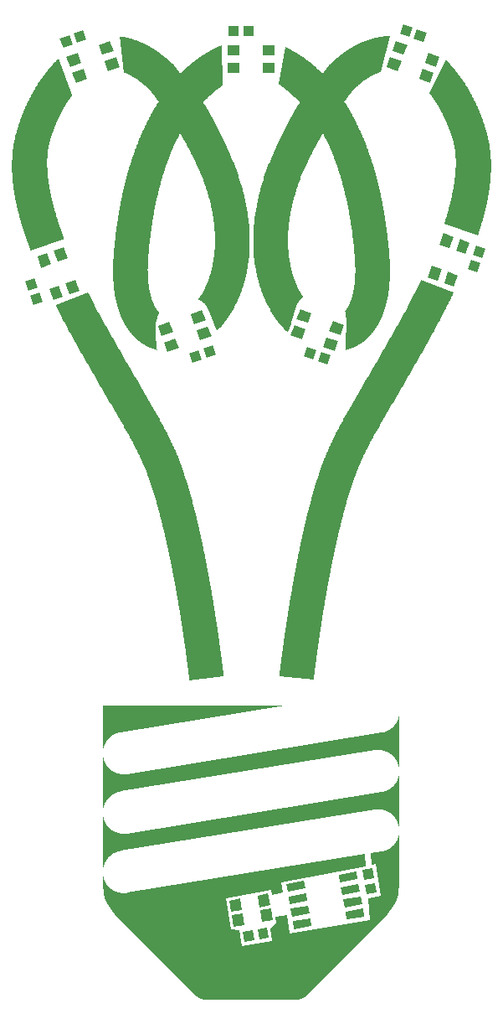
<source format=gts>
G04                                                      *
G04 Greetings!                                           *
G04 This Gerber was generated by PCBmodE, an open source *
G04 PCB design software. Get it here:                    *
G04                                                      *
G04   http://pcbmode.com                                 *
G04                                                      *
G04 Also visit                                           *
G04                                                      *
G04   http://boldport.com                                *
G04                                                      *
G04 and follow @boldport / @pcbmode for updates!         *
G04                                                      *

G04 leading zeros omitted (L); absolute data (A); 6 integer digits and 6 fractional digits *
%FSLAX66Y66*%

G04 mode (MO): millimeters (MM) *
%MOMM*%

G04 Aperture definitions *
%ADD10C,0.001X*%
%ADD11C,0.001X*%

%LPD*%
G36*
G01X15582037Y-49387106D02*
G01X15171613Y-48259475D01*
G01X16158290Y-47900353D01*
G01X16568714Y-49027985D01*
G01X15582037Y-49387106D01*
G37*
G36*
G01X16029429Y-45499646D02*
G01X15619005Y-44372015D01*
G01X16605682Y-44012894D01*
G01X17016106Y-45140525D01*
G01X16029429Y-45499646D01*
G37*
G36*
G01X17226499Y-48788570D02*
G01X16816075Y-47660939D01*
G01X17802752Y-47301818D01*
G01X18213177Y-48429449D01*
G01X17226499Y-48788570D01*
G37*
G36*
G01X14384967Y-46098182D02*
G01X13974543Y-44970550D01*
G01X14961220Y-44611429D01*
G01X15371644Y-45739060D01*
G01X14384967Y-46098182D01*
G37*
G36*
G01X16906754Y-24788177D02*
G01X18034385Y-24377753D01*
G01X18393507Y-25364430D01*
G01X17265875Y-25774854D01*
G01X16906754Y-24788177D01*
G37*
G36*
G01X20794214Y-25235569D02*
G01X21921845Y-24825145D01*
G01X22280966Y-25811822D01*
G01X21153335Y-26222246D01*
G01X20794214Y-25235569D01*
G37*
G36*
G01X17505290Y-26432639D02*
G01X18632921Y-26022215D01*
G01X18992042Y-27008892D01*
G01X17864411Y-27419317D01*
G01X17505290Y-26432639D01*
G37*
G36*
G01X20195678Y-23591107D02*
G01X21323310Y-23180683D01*
G01X21682431Y-24167360D01*
G01X20554800Y-24577784D01*
G01X20195678Y-23591107D01*
G37*
G36*
G01X44023309Y-54519317D02*
G01X42895678Y-54108893D01*
G01X43254799Y-53122216D01*
G01X44382431Y-53532640D01*
G01X44023309Y-54519317D01*
G37*
G36*
G01X41332921Y-51677785D02*
G01X40205289Y-51267361D01*
G01X40564411Y-50280683D01*
G01X41692042Y-50691107D01*
G01X41332921Y-51677785D01*
G37*
G36*
G01X44621845Y-52874855D02*
G01X43494214Y-52464431D01*
G01X43853335Y-51477754D01*
G01X44980966Y-51888178D01*
G01X44621845Y-52874855D01*
G37*
G36*
G01X40734385Y-53322247D02*
G01X39606754Y-52911823D01*
G01X39965875Y-51925145D01*
G01X41093506Y-52335570D01*
G01X40734385Y-53322247D01*
G37*
G36*
G01X50264411Y-23180683D02*
G01X51392042Y-23591107D01*
G01X51032921Y-24577784D01*
G01X49905289Y-24167360D01*
G01X50264411Y-23180683D01*
G37*
G36*
G01X52954799Y-26022215D02*
G01X54082431Y-26432639D01*
G01X53723309Y-27419317D01*
G01X52595678Y-27008893D01*
G01X52954799Y-26022215D01*
G37*
G36*
G01X49665875Y-24825145D02*
G01X50793506Y-25235569D01*
G01X50434385Y-26222246D01*
G01X49306754Y-25811822D01*
G01X49665875Y-24825145D01*
G37*
G36*
G01X53553335Y-24377753D02*
G01X54680966Y-24788177D01*
G01X54321845Y-25774855D01*
G01X53194214Y-25364430D01*
G01X53553335Y-24377753D01*
G37*
G36*
G01X31580966Y-53011823D02*
G01X30453335Y-53422247D01*
G01X30094213Y-52435570D01*
G01X31221845Y-52025146D01*
G01X31580966Y-53011823D01*
G37*
G36*
G01X27693506Y-52564431D02*
G01X26565875Y-52974855D01*
G01X26206754Y-51988178D01*
G01X27334385Y-51577754D01*
G01X27693506Y-52564431D01*
G37*
G36*
G01X30982430Y-51367361D02*
G01X29854799Y-51777785D01*
G01X29495678Y-50791108D01*
G01X30623309Y-50380683D01*
G01X30982430Y-51367361D01*
G37*
G36*
G01X28292042Y-54208893D02*
G01X27164410Y-54619317D01*
G01X26805289Y-53632640D01*
G01X27932920Y-53222216D01*
G01X28292042Y-54208893D01*
G37*
G36*
G01X33243860Y-23600000D02*
G01X34443860Y-23600000D01*
G01X34443860Y-24650000D01*
G01X33243860Y-24650000D01*
G01X33243860Y-23600000D01*
G37*
G36*
G01X36743860Y-25350000D02*
G01X37943860Y-25350000D01*
G01X37943860Y-26400000D01*
G01X36743860Y-26400000D01*
G01X36743860Y-25350000D01*
G37*
G36*
G01X33243860Y-25350000D02*
G01X34443860Y-25350000D01*
G01X34443860Y-26400000D01*
G01X33243860Y-26400000D01*
G01X33243860Y-25350000D01*
G37*
G36*
G01X36743860Y-23600000D02*
G01X37943860Y-23600000D01*
G01X37943860Y-24650000D01*
G01X36743860Y-24650000D01*
G01X36743860Y-23600000D01*
G37*
G36*
G01X39148293Y-108355151D02*
G01X40920947Y-108042585D01*
G01X41059866Y-108830431D01*
G01X39287212Y-109142998D01*
G01X39148293Y-108355151D01*
G37*
G36*
G01X39589360Y-110856563D02*
G01X41362014Y-110543996D01*
G01X41500932Y-111331842D01*
G01X39728278Y-111644409D01*
G01X39589360Y-110856563D01*
G37*
G36*
G01X39368826Y-109605857D02*
G01X41141480Y-109293290D01*
G01X41280399Y-110081137D01*
G01X39507745Y-110393703D01*
G01X39368826Y-109605857D01*
G37*
G36*
G01X45127855Y-111169569D02*
G01X46900509Y-110857002D01*
G01X47039427Y-111644848D01*
G01X45266773Y-111957415D01*
G01X45127855Y-111169569D01*
G37*
G36*
G01X39809893Y-112107269D02*
G01X41582547Y-111794702D01*
G01X41721465Y-112582548D01*
G01X39948811Y-112895115D01*
G01X39809893Y-112107269D01*
G37*
G36*
G01X44686788Y-108668157D02*
G01X46459442Y-108355590D01*
G01X46598361Y-109143436D01*
G01X44825707Y-109456003D01*
G01X44686788Y-108668157D01*
G37*
G36*
G01X44907322Y-109918863D02*
G01X46679975Y-109606296D01*
G01X46818894Y-110394142D01*
G01X45046240Y-110706709D01*
G01X44907322Y-109918863D01*
G37*
G36*
G01X44466255Y-107417451D02*
G01X46238909Y-107104884D01*
G01X46377828Y-107892731D01*
G01X44605174Y-108205297D01*
G01X44466255Y-107417451D01*
G37*
G36*
G01X57713177Y-43570551D02*
G01X57302753Y-44698182D01*
G01X56316076Y-44339061D01*
G01X56726500Y-43211429D01*
G01X57713177Y-43570551D01*
G37*
G36*
G01X54871645Y-46260939D02*
G01X54461221Y-47388571D01*
G01X53474543Y-47029449D01*
G01X53884967Y-45901818D01*
G01X54871645Y-46260939D01*
G37*
G36*
G01X56068715Y-42972015D02*
G01X55658291Y-44099646D01*
G01X54671614Y-43740525D01*
G01X55082038Y-42612894D01*
G01X56068715Y-42972015D01*
G37*
G36*
G01X56516107Y-46859475D02*
G01X56105683Y-47987106D01*
G01X55119005Y-47627985D01*
G01X55529430Y-46500354D01*
G01X56516107Y-46859475D01*
G37*
G36*
G01X33389820Y-110017806D02*
G01X34473108Y-109826793D01*
G01X34681486Y-111008562D01*
G01X33598197Y-111199575D01*
G01X33389820Y-110017806D01*
G37*
G36*
G01X36506234Y-110991438D02*
G01X37589523Y-110800425D01*
G01X37797901Y-111982194D01*
G01X36714612Y-112173207D01*
G01X36506234Y-110991438D01*
G37*
G36*
G01X33650292Y-111495018D02*
G01X34733580Y-111304005D01*
G01X34941958Y-112485774D01*
G01X33858670Y-112676787D01*
G01X33650292Y-111495018D01*
G37*
G36*
G01X36245762Y-109514226D02*
G01X37329051Y-109323213D01*
G01X37537428Y-110504983D01*
G01X36454140Y-110695996D01*
G01X36245762Y-109514226D01*
G37*
G36*
G01X13551539Y-49845625D02*
G01X13209519Y-48905933D01*
G01X14149212Y-48563913D01*
G01X14491232Y-49503605D01*
G01X13551539Y-49845625D01*
G37*
G36*
G01X13038509Y-48436087D02*
G01X12696489Y-47496394D01*
G01X13636181Y-47154374D01*
G01X13978202Y-48094066D01*
G01X13038509Y-48436087D01*
G37*
G36*
G01X16248235Y-22957679D02*
G01X17187927Y-22615659D01*
G01X17529947Y-23555352D01*
G01X16590255Y-23897372D01*
G01X16248235Y-22957679D01*
G37*
G36*
G01X17657773Y-22444649D02*
G01X18597466Y-22102629D01*
G01X18939486Y-23042321D01*
G01X17999794Y-23384342D01*
G01X17657773Y-22444649D01*
G37*
G36*
G01X59291231Y-44196395D02*
G01X58949211Y-45136087D01*
G01X58009518Y-44794067D01*
G01X58351538Y-43854374D01*
G01X59291231Y-44196395D01*
G37*
G36*
G01X58778201Y-45605933D02*
G01X58436181Y-46545626D01*
G01X57496488Y-46203606D01*
G01X57838508Y-45263913D01*
G01X58778201Y-45605933D01*
G37*
G36*
G01X34776026Y-113224656D02*
G01X35760834Y-113051008D01*
G01X35934482Y-114035816D01*
G01X34949674Y-114209464D01*
G01X34776026Y-113224656D01*
G37*
G36*
G01X36253238Y-112964184D02*
G01X37238046Y-112790536D01*
G01X37411694Y-113775343D01*
G01X36426886Y-113948992D01*
G01X36253238Y-112964184D01*
G37*
G36*
G01X47869204Y-106782166D02*
G01X48042852Y-107766974D01*
G01X47058044Y-107940622D01*
G01X46884396Y-106955814D01*
G01X47869204Y-106782166D01*
G37*
G36*
G01X48129676Y-108259378D02*
G01X48303324Y-109244186D01*
G01X47318517Y-109417834D01*
G01X47144868Y-108433026D01*
G01X48129676Y-108259378D01*
G37*
G36*
G01X32039485Y-54842321D02*
G01X31099793Y-55184341D01*
G01X30757773Y-54244648D01*
G01X31697465Y-53902628D01*
G01X32039485Y-54842321D01*
G37*
G36*
G01X30629947Y-55355351D02*
G01X29690254Y-55697371D01*
G01X29348234Y-54757679D01*
G01X30287926Y-54415658D01*
G01X30629947Y-55355351D01*
G37*
G36*
G01X33343860Y-21700000D02*
G01X34343860Y-21700000D01*
G01X34343860Y-22700000D01*
G01X33343860Y-22700000D01*
G01X33343860Y-21700000D01*
G37*
G36*
G01X34843860Y-21700000D02*
G01X35843860Y-21700000D01*
G01X35843860Y-22700000D01*
G01X34843860Y-22700000D01*
G01X34843860Y-21700000D01*
G37*
G36*
G01X43297465Y-55897371D02*
G01X42357773Y-55555351D01*
G01X42699793Y-54615658D01*
G01X43639486Y-54957678D01*
G01X43297465Y-55897371D01*
G37*
G36*
G01X41887927Y-55384341D02*
G01X40948234Y-55042321D01*
G01X41290254Y-54102628D01*
G01X42229947Y-54444648D01*
G01X41887927Y-55384341D01*
G37*
G36*
G01X50990255Y-21502629D02*
G01X51929947Y-21844649D01*
G01X51587927Y-22784342D01*
G01X50648234Y-22442322D01*
G01X50990255Y-21502629D01*
G37*
G36*
G01X52399793Y-22015659D02*
G01X53339486Y-22357679D01*
G01X52997466Y-23297372D01*
G01X52057773Y-22955352D01*
G01X52399793Y-22015659D01*
G37*
G36*
G01X50573558Y-103185685D02*
G01X50573558Y-103185685D01*
G01X50566475Y-103243071D01*
G01X50557905Y-103299985D01*
G01X50547868Y-103356405D01*
G01X50536384Y-103412312D01*
G01X50523472Y-103467685D01*
G01X50509152Y-103522503D01*
G01X50493443Y-103576745D01*
G01X50476364Y-103630392D01*
G01X50457936Y-103683422D01*
G01X50438178Y-103735815D01*
G01X50417109Y-103787550D01*
G01X50394750Y-103838607D01*
G01X50371118Y-103888965D01*
G01X50346235Y-103938604D01*
G01X50320119Y-103987502D01*
G01X50292790Y-104035640D01*
G01X50264268Y-104082997D01*
G01X50234572Y-104129553D01*
G01X50203722Y-104175286D01*
G01X50171737Y-104220176D01*
G01X50138636Y-104264203D01*
G01X50104440Y-104307345D01*
G01X50069168Y-104349583D01*
G01X50032839Y-104390896D01*
G01X49995474Y-104431264D01*
G01X49957090Y-104470665D01*
G01X49917709Y-104509079D01*
G01X49877349Y-104546485D01*
G01X49836030Y-104582864D01*
G01X49793771Y-104618194D01*
G01X49750593Y-104652455D01*
G01X49706515Y-104685626D01*
G01X49661556Y-104717687D01*
G01X49615735Y-104748617D01*
G01X49569073Y-104778395D01*
G01X49521588Y-104807002D01*
G01X49473301Y-104834415D01*
G01X49424231Y-104860616D01*
G01X49374397Y-104885583D01*
G01X49323820Y-104909295D01*
G01X49272517Y-104931733D01*
G01X49220510Y-104952875D01*
G01X49167818Y-104972701D01*
G01X49114459Y-104991190D01*
G01X49060454Y-105008322D01*
G01X49005823Y-105024077D01*
G01X48950584Y-105038433D01*
G01X48894757Y-105051370D01*
G01X48838362Y-105062867D01*
G01X48781419Y-105072905D01*
G01X48781419Y-105072905D01*
G01X47664692Y-105254295D01*
G01X47785614Y-106449055D01*
G01X48238816Y-106364255D01*
G01X48680133Y-109532535D01*
G01X47415094Y-109807965D01*
G01X47588211Y-111976315D01*
G01X39530305Y-113376745D01*
G01X39220248Y-111505025D01*
G01X38062177Y-111677625D01*
G01X38152097Y-112248135D01*
G01X37549548Y-112832595D01*
G01X37696309Y-114100215D01*
G01X34671172Y-114650055D01*
G01X34379199Y-113053765D01*
G01X33585449Y-112969565D01*
G01X33027861Y-109800765D01*
G01X37633780Y-108962055D01*
G01X37711300Y-109453505D01*
G01X38847149Y-109251445D01*
G01X38665764Y-108156935D01*
G01X47223899Y-106554455D01*
G01X47133979Y-105341085D01*
G01X23095653Y-109250925D01*
G01X23095653Y-109250925D01*
G01X23025463Y-109261161D01*
G01X22955476Y-109269062D01*
G01X22885731Y-109274657D01*
G01X22816270Y-109277977D01*
G01X22747132Y-109279049D01*
G01X22678359Y-109277904D01*
G01X22609992Y-109274570D01*
G01X22542070Y-109269077D01*
G01X22474634Y-109261454D01*
G01X22407725Y-109251730D01*
G01X22341383Y-109239934D01*
G01X22275650Y-109226096D01*
G01X22210565Y-109210244D01*
G01X22146169Y-109192408D01*
G01X22082502Y-109172618D01*
G01X22019606Y-109150902D01*
G01X21957521Y-109127289D01*
G01X21896287Y-109101809D01*
G01X21835946Y-109074491D01*
G01X21776536Y-109045364D01*
G01X21718100Y-109014458D01*
G01X21660678Y-108981801D01*
G01X21604310Y-108947423D01*
G01X21549037Y-108911353D01*
G01X21494899Y-108873620D01*
G01X21441937Y-108834254D01*
G01X21390192Y-108793283D01*
G01X21339703Y-108750737D01*
G01X21290513Y-108706645D01*
G01X21242661Y-108661036D01*
G01X21196187Y-108613940D01*
G01X21151133Y-108565385D01*
G01X21107540Y-108515402D01*
G01X21065446Y-108464018D01*
G01X21024894Y-108411264D01*
G01X20985923Y-108357168D01*
G01X20948575Y-108301760D01*
G01X20912890Y-108245069D01*
G01X20878908Y-108187124D01*
G01X20846670Y-108127954D01*
G01X20816217Y-108067589D01*
G01X20787588Y-108006057D01*
G01X20760826Y-107943389D01*
G01X20735970Y-107879612D01*
G01X20713061Y-107814757D01*
G01X20692139Y-107748853D01*
G01X20673245Y-107681928D01*
G01X20656420Y-107614012D01*
G01X20641703Y-107545135D01*
G01X20629137Y-107475325D01*
G01X20629137Y-107475325D01*
G01X20629137Y-107475325D01*
G01X20623344Y-107434842D01*
G01X20618247Y-107394229D01*
G01X20614147Y-107355955D01*
G01X20614147Y-108160555D01*
G01X20614147Y-108160555D01*
G01X20620282Y-108270736D01*
G01X20626217Y-108376316D01*
G01X20632022Y-108477484D01*
G01X20637769Y-108574431D01*
G01X20643528Y-108667346D01*
G01X20649370Y-108756422D01*
G01X20655366Y-108841848D01*
G01X20661587Y-108923814D01*
G01X20668103Y-109002511D01*
G01X20674985Y-109078129D01*
G01X20682304Y-109150859D01*
G01X20690130Y-109220892D01*
G01X20698536Y-109288416D01*
G01X20707590Y-109353624D01*
G01X20717365Y-109416705D01*
G01X20727930Y-109477850D01*
G01X20739357Y-109537249D01*
G01X20751717Y-109595092D01*
G01X20765080Y-109651571D01*
G01X20779517Y-109706875D01*
G01X20795098Y-109761194D01*
G01X20811895Y-109814720D01*
G01X20829979Y-109867643D01*
G01X20849420Y-109920152D01*
G01X20870288Y-109972439D01*
G01X20892656Y-110024694D01*
G01X20916593Y-110077107D01*
G01X20942170Y-110129869D01*
G01X20969458Y-110183170D01*
G01X20998528Y-110237200D01*
G01X21029451Y-110292151D01*
G01X21062298Y-110348211D01*
G01X21097138Y-110405573D01*
G01X21109207Y-110425015D01*
G01X21109207Y-110425015D01*
G01X21111807Y-110429015D01*
G01X21111807Y-110429015D01*
G01X21111807Y-110429015D01*
G01X21137134Y-110469194D01*
G01X21163402Y-110510216D01*
G01X21190649Y-110552128D01*
G01X21218914Y-110594978D01*
G01X21248236Y-110638814D01*
G01X21278653Y-110683684D01*
G01X21310204Y-110729636D01*
G01X21342927Y-110776719D01*
G01X21376862Y-110824979D01*
G01X21412047Y-110874465D01*
G01X21412047Y-110874465D01*
G01X21412047Y-110874465D01*
G01X21437958Y-110910660D01*
G01X21464329Y-110947396D01*
G01X21491196Y-110984722D01*
G01X21518596Y-111022688D01*
G01X21546565Y-111061342D01*
G01X21575139Y-111100734D01*
G01X21604354Y-111140913D01*
G01X21634245Y-111181929D01*
G01X21664850Y-111223831D01*
G01X21696205Y-111266669D01*
G01X21728345Y-111310491D01*
G01X21761307Y-111355348D01*
G01X21795127Y-111401288D01*
G01X21829841Y-111448361D01*
G01X21839928Y-111462025D01*
G01X29345413Y-118968025D01*
G01X29345413Y-118968025D01*
G01X29430034Y-119052907D01*
G01X29509954Y-119133224D01*
G01X29585458Y-119209101D01*
G01X29656829Y-119280662D01*
G01X29724355Y-119348032D01*
G01X29788318Y-119411337D01*
G01X29849003Y-119470701D01*
G01X29906697Y-119526250D01*
G01X29961683Y-119578107D01*
G01X30014246Y-119626399D01*
G01X30064671Y-119671250D01*
G01X30113244Y-119712784D01*
G01X30160248Y-119751127D01*
G01X30205968Y-119786404D01*
G01X30250690Y-119818740D01*
G01X30294698Y-119848259D01*
G01X30338278Y-119875086D01*
G01X30381713Y-119899347D01*
G01X30425288Y-119921166D01*
G01X30469290Y-119940668D01*
G01X30514001Y-119957978D01*
G01X30559708Y-119973221D01*
G01X30606695Y-119986522D01*
G01X30655246Y-119998006D01*
G01X30705647Y-120007798D01*
G01X30758183Y-120016022D01*
G01X30813137Y-120022804D01*
G01X30870796Y-120028268D01*
G01X30931444Y-120032539D01*
G01X30995365Y-120035743D01*
G01X31062845Y-120038004D01*
G01X31134168Y-120039447D01*
G01X31209620Y-120040197D01*
G01X31235737Y-120040315D01*
G01X39952516Y-120040315D01*
G01X39952516Y-120040315D01*
G01X40029403Y-120039761D01*
G01X40102063Y-120038557D01*
G01X40170779Y-120036578D01*
G01X40235837Y-120033698D01*
G01X40297522Y-120029792D01*
G01X40356120Y-120024736D01*
G01X40411915Y-120018405D01*
G01X40465192Y-120010674D01*
G01X40516238Y-120001417D01*
G01X40565336Y-119990511D01*
G01X40612773Y-119977829D01*
G01X40658833Y-119963247D01*
G01X40703801Y-119946641D01*
G01X40747963Y-119927884D01*
G01X40791603Y-119906852D01*
G01X40835008Y-119883421D01*
G01X40878461Y-119857465D01*
G01X40922248Y-119828859D01*
G01X40966655Y-119797478D01*
G01X41011966Y-119763198D01*
G01X41058467Y-119725893D01*
G01X41106443Y-119685438D01*
G01X41156178Y-119641710D01*
G01X41207959Y-119594581D01*
G01X41262070Y-119543928D01*
G01X41318796Y-119489626D01*
G01X41378422Y-119431550D01*
G01X41441235Y-119369574D01*
G01X41507518Y-119303574D01*
G01X41577557Y-119233425D01*
G01X41651637Y-119159002D01*
G01X41730044Y-119080180D01*
G01X41813061Y-118996834D01*
G01X41841808Y-118968025D01*
G01X49347810Y-111462025D01*
G01X49347810Y-111462025D01*
G01X49382786Y-111414619D01*
G01X49416857Y-111368361D01*
G01X49450060Y-111323200D01*
G01X49482431Y-111279087D01*
G01X49514005Y-111235973D01*
G01X49544821Y-111193809D01*
G01X49574912Y-111152544D01*
G01X49604317Y-111112131D01*
G01X49633070Y-111072519D01*
G01X49661208Y-111033659D01*
G01X49688767Y-110995502D01*
G01X49715783Y-110957999D01*
G01X49742293Y-110921099D01*
G01X49768332Y-110884754D01*
G01X49775691Y-110874465D01*
G01X49775691Y-110874465D01*
G01X49811187Y-110824532D01*
G01X49845402Y-110775850D01*
G01X49878377Y-110728367D01*
G01X49910154Y-110682034D01*
G01X49940775Y-110636801D01*
G01X49970281Y-110592619D01*
G01X49998715Y-110549437D01*
G01X50026117Y-110507205D01*
G01X50052530Y-110465875D01*
G01X50077996Y-110425395D01*
G01X50077996Y-110425395D01*
G01X50077996Y-110425395D01*
G01X50113531Y-110367545D01*
G01X50147048Y-110311062D01*
G01X50178620Y-110255755D01*
G01X50208317Y-110201433D01*
G01X50236208Y-110147906D01*
G01X50262366Y-110094983D01*
G01X50286861Y-110042474D01*
G01X50309763Y-109990188D01*
G01X50331143Y-109937934D01*
G01X50351072Y-109885523D01*
G01X50369621Y-109832763D01*
G01X50386860Y-109779463D01*
G01X50402859Y-109725435D01*
G01X50417690Y-109670486D01*
G01X50431424Y-109614426D01*
G01X50444130Y-109557065D01*
G01X50455880Y-109498212D01*
G01X50466745Y-109437677D01*
G01X50476794Y-109375269D01*
G01X50486099Y-109310798D01*
G01X50494731Y-109244072D01*
G01X50502760Y-109174902D01*
G01X50510256Y-109103096D01*
G01X50517291Y-109028465D01*
G01X50523935Y-108950818D01*
G01X50530259Y-108869964D01*
G01X50536334Y-108785713D01*
G01X50542230Y-108697873D01*
G01X50548018Y-108606256D01*
G01X50553768Y-108510669D01*
G01X50559552Y-108410923D01*
G01X50565440Y-108306826D01*
G01X50571502Y-108198189D01*
G01X50573574Y-108160935D01*
G37*
G36*
G01X50573565Y-97186545D02*
G01X50573565Y-97186545D01*
G01X50566469Y-97243919D01*
G01X50557888Y-97300821D01*
G01X50547840Y-97357229D01*
G01X50536346Y-97413123D01*
G01X50523424Y-97468484D01*
G01X50509094Y-97523289D01*
G01X50493376Y-97577519D01*
G01X50476290Y-97631152D01*
G01X50457854Y-97684170D01*
G01X50438089Y-97736550D01*
G01X50417014Y-97788272D01*
G01X50394648Y-97839316D01*
G01X50371012Y-97889662D01*
G01X50346123Y-97939287D01*
G01X50320003Y-97988173D01*
G01X50292671Y-98036299D01*
G01X50264145Y-98083643D01*
G01X50234446Y-98130186D01*
G01X50203594Y-98175907D01*
G01X50171607Y-98220784D01*
G01X50138505Y-98264799D01*
G01X50104308Y-98307929D01*
G01X50069035Y-98350156D01*
G01X50032707Y-98391457D01*
G01X49995341Y-98431813D01*
G01X49956959Y-98471202D01*
G01X49917579Y-98509605D01*
G01X49877220Y-98547000D01*
G01X49835904Y-98583368D01*
G01X49793648Y-98618688D01*
G01X49750473Y-98652938D01*
G01X49706398Y-98686099D01*
G01X49661442Y-98718150D01*
G01X49615626Y-98749070D01*
G01X49568968Y-98778840D01*
G01X49521489Y-98807437D01*
G01X49473207Y-98834842D01*
G01X49424143Y-98861035D01*
G01X49374315Y-98885993D01*
G01X49323744Y-98909698D01*
G01X49272448Y-98932129D01*
G01X49220448Y-98953264D01*
G01X49167763Y-98973084D01*
G01X49114412Y-98991567D01*
G01X49060416Y-99008693D01*
G01X49005792Y-99024443D01*
G01X48950562Y-99038794D01*
G01X48894744Y-99051727D01*
G01X48838359Y-99063221D01*
G01X48781425Y-99073255D01*
G01X48781425Y-99073255D01*
G01X23095655Y-103250775D01*
G01X23095655Y-103250775D01*
G01X23025475Y-103261012D01*
G01X22955498Y-103268915D01*
G01X22885763Y-103274514D01*
G01X22816311Y-103277836D01*
G01X22747182Y-103278913D01*
G01X22678418Y-103277772D01*
G01X22610059Y-103274444D01*
G01X22542146Y-103268956D01*
G01X22474718Y-103261339D01*
G01X22407817Y-103251621D01*
G01X22341483Y-103239833D01*
G01X22275756Y-103226002D01*
G01X22210678Y-103210158D01*
G01X22146288Y-103192331D01*
G01X22082628Y-103172549D01*
G01X22019738Y-103150842D01*
G01X21957658Y-103127239D01*
G01X21896429Y-103101769D01*
G01X21836091Y-103074462D01*
G01X21776686Y-103045345D01*
G01X21718253Y-103014450D01*
G01X21660834Y-102981804D01*
G01X21604469Y-102947438D01*
G01X21549197Y-102911380D01*
G01X21495061Y-102873659D01*
G01X21442100Y-102834305D01*
G01X21390356Y-102793346D01*
G01X21339868Y-102750813D01*
G01X21290677Y-102706734D01*
G01X21242824Y-102661138D01*
G01X21196349Y-102614055D01*
G01X21151293Y-102565514D01*
G01X21107696Y-102515544D01*
G01X21065599Y-102464173D01*
G01X21025043Y-102411433D01*
G01X20986068Y-102357350D01*
G01X20948715Y-102301956D01*
G01X20913023Y-102245278D01*
G01X20879035Y-102187347D01*
G01X20846790Y-102128191D01*
G01X20816328Y-102067839D01*
G01X20787692Y-102006322D01*
G01X20760920Y-101943667D01*
G01X20736054Y-101879904D01*
G01X20713134Y-101815062D01*
G01X20692200Y-101749171D01*
G01X20673294Y-101682260D01*
G01X20656456Y-101614357D01*
G01X20641726Y-101545492D01*
G01X20629145Y-101475695D01*
G01X20629145Y-101475695D01*
G01X20629145Y-101475695D01*
G01X20623349Y-101436081D01*
G01X20618248Y-101396376D01*
G01X20614145Y-101358905D01*
G01X20614145Y-106893455D01*
G01X20614145Y-106893455D01*
G01X20621241Y-106836081D01*
G01X20629822Y-106779179D01*
G01X20639870Y-106722771D01*
G01X20651364Y-106666877D01*
G01X20664286Y-106611516D01*
G01X20678616Y-106556711D01*
G01X20694334Y-106502481D01*
G01X20711420Y-106448848D01*
G01X20729856Y-106395830D01*
G01X20749621Y-106343450D01*
G01X20770696Y-106291728D01*
G01X20793062Y-106240684D01*
G01X20816698Y-106190338D01*
G01X20841587Y-106140713D01*
G01X20867707Y-106091827D01*
G01X20895039Y-106043701D01*
G01X20923565Y-105996357D01*
G01X20953264Y-105949814D01*
G01X20984116Y-105904093D01*
G01X21016103Y-105859216D01*
G01X21049205Y-105815201D01*
G01X21083402Y-105772071D01*
G01X21118675Y-105729844D01*
G01X21155003Y-105688543D01*
G01X21192369Y-105648188D01*
G01X21230751Y-105608798D01*
G01X21270131Y-105570395D01*
G01X21310490Y-105533000D01*
G01X21351806Y-105496632D01*
G01X21394062Y-105461312D01*
G01X21437237Y-105427062D01*
G01X21481312Y-105393901D01*
G01X21526268Y-105361850D01*
G01X21572084Y-105330930D01*
G01X21618742Y-105301160D01*
G01X21666221Y-105272563D01*
G01X21714503Y-105245158D01*
G01X21763567Y-105218965D01*
G01X21813395Y-105194007D01*
G01X21863966Y-105170302D01*
G01X21915262Y-105147871D01*
G01X21967262Y-105126736D01*
G01X22019947Y-105106916D01*
G01X22073298Y-105088433D01*
G01X22127294Y-105071307D01*
G01X22181918Y-105055557D01*
G01X22237148Y-105041206D01*
G01X22292966Y-105028273D01*
G01X22349351Y-105016779D01*
G01X22406285Y-105006745D01*
G01X22406285Y-105006745D01*
G01X48092055Y-100829225D01*
G01X48092055Y-100829225D01*
G01X48139163Y-100822147D01*
G01X48186401Y-100816122D01*
G01X48233751Y-100811150D01*
G01X48281194Y-100807227D01*
G01X48328714Y-100804355D01*
G01X48376293Y-100802530D01*
G01X48423913Y-100801751D01*
G01X48456895Y-100801825D01*
G01X48456895Y-100801825D01*
G01X48519481Y-100803323D01*
G01X48581657Y-100806603D01*
G01X48643399Y-100811640D01*
G01X48704677Y-100818412D01*
G01X48765467Y-100826896D01*
G01X48825740Y-100837069D01*
G01X48885470Y-100848908D01*
G01X48944629Y-100862389D01*
G01X49003192Y-100877490D01*
G01X49061131Y-100894187D01*
G01X49118420Y-100912458D01*
G01X49175031Y-100932279D01*
G01X49230937Y-100953628D01*
G01X49286112Y-100976481D01*
G01X49340529Y-101000815D01*
G01X49394161Y-101026607D01*
G01X49446981Y-101053833D01*
G01X49498962Y-101082472D01*
G01X49550077Y-101112500D01*
G01X49600300Y-101143894D01*
G01X49649603Y-101176630D01*
G01X49697959Y-101210686D01*
G01X49745343Y-101246039D01*
G01X49791726Y-101282665D01*
G01X49837083Y-101320541D01*
G01X49881385Y-101359645D01*
G01X49924606Y-101399953D01*
G01X49966720Y-101441443D01*
G01X50007700Y-101484090D01*
G01X50047518Y-101527873D01*
G01X50086147Y-101572768D01*
G01X50123562Y-101618751D01*
G01X50159734Y-101665801D01*
G01X50194637Y-101713893D01*
G01X50228245Y-101763005D01*
G01X50260529Y-101813114D01*
G01X50291464Y-101864196D01*
G01X50321023Y-101916229D01*
G01X50349178Y-101969189D01*
G01X50375903Y-102023054D01*
G01X50401171Y-102077800D01*
G01X50424955Y-102133404D01*
G01X50447228Y-102189843D01*
G01X50467963Y-102247095D01*
G01X50487134Y-102305135D01*
G01X50504712Y-102363941D01*
G01X50520673Y-102423491D01*
G01X50534988Y-102483760D01*
G01X50547631Y-102544726D01*
G01X50558575Y-102606365D01*
G01X50558575Y-102606365D01*
G01X50558575Y-102606365D01*
G01X50564371Y-102646313D01*
G01X50569472Y-102686381D01*
G01X50573575Y-102724185D01*
G37*
G36*
G01X50573565Y-91186295D02*
G01X50573565Y-91186295D01*
G01X50566482Y-91243681D01*
G01X50557912Y-91300595D01*
G01X50547875Y-91357015D01*
G01X50536391Y-91412922D01*
G01X50523479Y-91468295D01*
G01X50509159Y-91523113D01*
G01X50493450Y-91577355D01*
G01X50476371Y-91631002D01*
G01X50457943Y-91684032D01*
G01X50438185Y-91736425D01*
G01X50417117Y-91788160D01*
G01X50394757Y-91839217D01*
G01X50371125Y-91889575D01*
G01X50346242Y-91939214D01*
G01X50320126Y-91988112D01*
G01X50292797Y-92036250D01*
G01X50264275Y-92083607D01*
G01X50234579Y-92130163D01*
G01X50203729Y-92175896D01*
G01X50171744Y-92220786D01*
G01X50138643Y-92264813D01*
G01X50104447Y-92307955D01*
G01X50069175Y-92350193D01*
G01X50032846Y-92391506D01*
G01X49995480Y-92431874D01*
G01X49957096Y-92471275D01*
G01X49917715Y-92509689D01*
G01X49877355Y-92547095D01*
G01X49836036Y-92583474D01*
G01X49793778Y-92618804D01*
G01X49750599Y-92653065D01*
G01X49706521Y-92686236D01*
G01X49661562Y-92718297D01*
G01X49615741Y-92749227D01*
G01X49569079Y-92779005D01*
G01X49521594Y-92807612D01*
G01X49473307Y-92835025D01*
G01X49424237Y-92861226D01*
G01X49374403Y-92886193D01*
G01X49323825Y-92909905D01*
G01X49272523Y-92932343D01*
G01X49220516Y-92953485D01*
G01X49167823Y-92973311D01*
G01X49114465Y-92991800D01*
G01X49060460Y-93008932D01*
G01X49005829Y-93024687D01*
G01X48950590Y-93039043D01*
G01X48894763Y-93051980D01*
G01X48838368Y-93063478D01*
G01X48781425Y-93073515D01*
G01X48781425Y-93073515D01*
G01X23095655Y-97251555D01*
G01X23095655Y-97251555D01*
G01X23025465Y-97261791D01*
G01X22955478Y-97269692D01*
G01X22885733Y-97275287D01*
G01X22816272Y-97278607D01*
G01X22747134Y-97279679D01*
G01X22678362Y-97278534D01*
G01X22609994Y-97275200D01*
G01X22542072Y-97269707D01*
G01X22474636Y-97262084D01*
G01X22407727Y-97252360D01*
G01X22341386Y-97240564D01*
G01X22275652Y-97226726D01*
G01X22210568Y-97210874D01*
G01X22146172Y-97193038D01*
G01X22082506Y-97173248D01*
G01X22019610Y-97151532D01*
G01X21957525Y-97127919D01*
G01X21896291Y-97102439D01*
G01X21835950Y-97075121D01*
G01X21776541Y-97045994D01*
G01X21718105Y-97015088D01*
G01X21660682Y-96982431D01*
G01X21604315Y-96948053D01*
G01X21549041Y-96911983D01*
G01X21494904Y-96874250D01*
G01X21441942Y-96834884D01*
G01X21390197Y-96793913D01*
G01X21339709Y-96751367D01*
G01X21290519Y-96707275D01*
G01X21242667Y-96661666D01*
G01X21196193Y-96614570D01*
G01X21151140Y-96566015D01*
G01X21107546Y-96516032D01*
G01X21065453Y-96464648D01*
G01X21024901Y-96411894D01*
G01X20985930Y-96357798D01*
G01X20948582Y-96302390D01*
G01X20912897Y-96245699D01*
G01X20878915Y-96187754D01*
G01X20846677Y-96128584D01*
G01X20816224Y-96068219D01*
G01X20787596Y-96006687D01*
G01X20760834Y-95944019D01*
G01X20735978Y-95880242D01*
G01X20713068Y-95815387D01*
G01X20692147Y-95749483D01*
G01X20673253Y-95682558D01*
G01X20656427Y-95614642D01*
G01X20641711Y-95545765D01*
G01X20629145Y-95475955D01*
G01X20629145Y-95475955D01*
G01X20629145Y-95475955D01*
G01X20623349Y-95435427D01*
G01X20618248Y-95394835D01*
G01X20614145Y-95356575D01*
G01X20614145Y-100893705D01*
G01X20614145Y-100893705D01*
G01X20621241Y-100836331D01*
G01X20629822Y-100779429D01*
G01X20639870Y-100723021D01*
G01X20651365Y-100667127D01*
G01X20664287Y-100611767D01*
G01X20678616Y-100556962D01*
G01X20694334Y-100502732D01*
G01X20711421Y-100449098D01*
G01X20729856Y-100396081D01*
G01X20749622Y-100343701D01*
G01X20770697Y-100291979D01*
G01X20793063Y-100240935D01*
G01X20816700Y-100190590D01*
G01X20841588Y-100140964D01*
G01X20867709Y-100092079D01*
G01X20895041Y-100043954D01*
G01X20923567Y-99996609D01*
G01X20953266Y-99950067D01*
G01X20984119Y-99904347D01*
G01X21016106Y-99859469D01*
G01X21049208Y-99815455D01*
G01X21083405Y-99772325D01*
G01X21118678Y-99730099D01*
G01X21155007Y-99688798D01*
G01X21192373Y-99648443D01*
G01X21230755Y-99609053D01*
G01X21270135Y-99570651D01*
G01X21310494Y-99533255D01*
G01X21351811Y-99496888D01*
G01X21394066Y-99461569D01*
G01X21437241Y-99427319D01*
G01X21481317Y-99394158D01*
G01X21526272Y-99362107D01*
G01X21572088Y-99331187D01*
G01X21618746Y-99301418D01*
G01X21666225Y-99272821D01*
G01X21714507Y-99245416D01*
G01X21763571Y-99219224D01*
G01X21813399Y-99194265D01*
G01X21863970Y-99170561D01*
G01X21915265Y-99148131D01*
G01X21967265Y-99126995D01*
G01X22019950Y-99107176D01*
G01X22073300Y-99088693D01*
G01X22127297Y-99071566D01*
G01X22181920Y-99055817D01*
G01X22237149Y-99041466D01*
G01X22292967Y-99028533D01*
G01X22349352Y-99017039D01*
G01X22406285Y-99007005D01*
G01X22406285Y-99007005D01*
G01X48092055Y-94829475D01*
G01X48092055Y-94829475D01*
G01X48139163Y-94822397D01*
G01X48186401Y-94816372D01*
G01X48233751Y-94811400D01*
G01X48281194Y-94807477D01*
G01X48328714Y-94804605D01*
G01X48376293Y-94802780D01*
G01X48423913Y-94802001D01*
G01X48456895Y-94802075D01*
G01X48456895Y-94802075D01*
G01X48519481Y-94803573D01*
G01X48581657Y-94806853D01*
G01X48643399Y-94811890D01*
G01X48704677Y-94818662D01*
G01X48765467Y-94827146D01*
G01X48825740Y-94837319D01*
G01X48885470Y-94849158D01*
G01X48944629Y-94862639D01*
G01X49003192Y-94877740D01*
G01X49061131Y-94894437D01*
G01X49118420Y-94912708D01*
G01X49175031Y-94932529D01*
G01X49230937Y-94953878D01*
G01X49286112Y-94976731D01*
G01X49340529Y-95001065D01*
G01X49394161Y-95026857D01*
G01X49446981Y-95054084D01*
G01X49498962Y-95082722D01*
G01X49550077Y-95112750D01*
G01X49600300Y-95144144D01*
G01X49649603Y-95176880D01*
G01X49697959Y-95210936D01*
G01X49745343Y-95246289D01*
G01X49791726Y-95282915D01*
G01X49837083Y-95320791D01*
G01X49881385Y-95359895D01*
G01X49924606Y-95400203D01*
G01X49966720Y-95441693D01*
G01X50007700Y-95484340D01*
G01X50047518Y-95528123D01*
G01X50086147Y-95573018D01*
G01X50123562Y-95619001D01*
G01X50159734Y-95666051D01*
G01X50194637Y-95714143D01*
G01X50228245Y-95763255D01*
G01X50260529Y-95813364D01*
G01X50291464Y-95864446D01*
G01X50321023Y-95916479D01*
G01X50349178Y-95969439D01*
G01X50375903Y-96023304D01*
G01X50401171Y-96078050D01*
G01X50424955Y-96133654D01*
G01X50447228Y-96190093D01*
G01X50467963Y-96247345D01*
G01X50487134Y-96305385D01*
G01X50504712Y-96364191D01*
G01X50520673Y-96423741D01*
G01X50534988Y-96484010D01*
G01X50547631Y-96544976D01*
G01X50558575Y-96606615D01*
G01X50558575Y-96606615D01*
G01X50558575Y-96606615D01*
G01X50564371Y-96646764D01*
G01X50569472Y-96687014D01*
G01X50573575Y-96724955D01*
G37*
G36*
G01X20614590Y-90307860D02*
G01X20614590Y-94894140D01*
G01X20614590Y-94894140D01*
G01X20621686Y-94836766D01*
G01X20630267Y-94779864D01*
G01X20640315Y-94723456D01*
G01X20651809Y-94667562D01*
G01X20664731Y-94612201D01*
G01X20679061Y-94557396D01*
G01X20694779Y-94503166D01*
G01X20711865Y-94449533D01*
G01X20730301Y-94396515D01*
G01X20750066Y-94344135D01*
G01X20771141Y-94292413D01*
G01X20793507Y-94241369D01*
G01X20817143Y-94191023D01*
G01X20842032Y-94141398D01*
G01X20868152Y-94092512D01*
G01X20895484Y-94044386D01*
G01X20924010Y-93997042D01*
G01X20953709Y-93950499D01*
G01X20984561Y-93904778D01*
G01X21016548Y-93859901D01*
G01X21049650Y-93815886D01*
G01X21083847Y-93772756D01*
G01X21119120Y-93730529D01*
G01X21155448Y-93689228D01*
G01X21192814Y-93648872D01*
G01X21231196Y-93609483D01*
G01X21270576Y-93571080D01*
G01X21310935Y-93533685D01*
G01X21352251Y-93497317D01*
G01X21394507Y-93461997D01*
G01X21437682Y-93427747D01*
G01X21481757Y-93394586D01*
G01X21526713Y-93362535D01*
G01X21572529Y-93331615D01*
G01X21619187Y-93301845D01*
G01X21666666Y-93273248D01*
G01X21714948Y-93245843D01*
G01X21764012Y-93219651D01*
G01X21813840Y-93194692D01*
G01X21864411Y-93170987D01*
G01X21915707Y-93148556D01*
G01X21967707Y-93127421D01*
G01X22020392Y-93107602D01*
G01X22073743Y-93089118D01*
G01X22127739Y-93071992D01*
G01X22182363Y-93056242D01*
G01X22237593Y-93041891D01*
G01X22293411Y-93028958D01*
G01X22349796Y-93017464D01*
G01X22406730Y-93007430D01*
G01X22406730Y-93007430D01*
G01X39003130Y-90307860D01*
G37*
G36*
G01X49692002Y-22666592D02*
G01X49692002Y-22666592D01*
G01X49629400Y-22667753D01*
G01X49566771Y-22669488D01*
G01X49504118Y-22671797D01*
G01X49441441Y-22674679D01*
G01X49378742Y-22678135D01*
G01X49316022Y-22682163D01*
G01X49253284Y-22686763D01*
G01X49190528Y-22691934D01*
G01X49127756Y-22697677D01*
G01X49064970Y-22703990D01*
G01X49002171Y-22710873D01*
G01X48939361Y-22718326D01*
G01X48876540Y-22726347D01*
G01X48813712Y-22734938D01*
G01X48750876Y-22744097D01*
G01X48688035Y-22753823D01*
G01X48625191Y-22764116D01*
G01X48562343Y-22774977D01*
G01X48499496Y-22786403D01*
G01X48436649Y-22798395D01*
G01X48373804Y-22810953D01*
G01X48310962Y-22824075D01*
G01X48248127Y-22837761D01*
G01X48185297Y-22852012D01*
G01X48122477Y-22866825D01*
G01X48059665Y-22882202D01*
G01X47996866Y-22898141D01*
G01X47934079Y-22914642D01*
G01X47871306Y-22931704D01*
G01X47808549Y-22949327D01*
G01X47745810Y-22967510D01*
G01X47683089Y-22986254D01*
G01X47620389Y-23005557D01*
G01X47557710Y-23025419D01*
G01X47495055Y-23045839D01*
G01X47432425Y-23066817D01*
G01X47369821Y-23088353D01*
G01X47307246Y-23110446D01*
G01X47244699Y-23133096D01*
G01X47182184Y-23156302D01*
G01X47119701Y-23180063D01*
G01X47057252Y-23204380D01*
G01X46994839Y-23229251D01*
G01X46932462Y-23254676D01*
G01X46870124Y-23280655D01*
G01X46807826Y-23307187D01*
G01X46745570Y-23334272D01*
G01X46683357Y-23361909D01*
G01X46621188Y-23390098D01*
G01X46559065Y-23418838D01*
G01X46496990Y-23448129D01*
G01X46434964Y-23477971D01*
G01X46372989Y-23508362D01*
G01X46311065Y-23539302D01*
G01X46249196Y-23570792D01*
G01X46187381Y-23602829D01*
G01X46125623Y-23635415D01*
G01X46063924Y-23668548D01*
G01X46002284Y-23702228D01*
G01X45940705Y-23736455D01*
G01X45879189Y-23771227D01*
G01X45817737Y-23806545D01*
G01X45756351Y-23842408D01*
G01X45695032Y-23878815D01*
G01X45633782Y-23915767D01*
G01X45572602Y-23953262D01*
G01X45511494Y-23991300D01*
G01X45450459Y-24029881D01*
G01X45389499Y-24069003D01*
G01X45328615Y-24108668D01*
G01X45267810Y-24148873D01*
G01X45207083Y-24189620D01*
G01X45146437Y-24230906D01*
G01X45085874Y-24272732D01*
G01X45025395Y-24315098D01*
G01X44965001Y-24358002D01*
G01X44904694Y-24401444D01*
G01X44844475Y-24445425D01*
G01X44784346Y-24489942D01*
G01X44724309Y-24534996D01*
G01X44664364Y-24580587D01*
G01X44604514Y-24626713D01*
G01X44544760Y-24673375D01*
G01X44485104Y-24720572D01*
G01X44425546Y-24768303D01*
G01X44366089Y-24816568D01*
G01X44306734Y-24865367D01*
G01X44247483Y-24914698D01*
G01X44188336Y-24964562D01*
G01X44129297Y-25014958D01*
G01X44070365Y-25065885D01*
G01X44011543Y-25117344D01*
G01X43952832Y-25169332D01*
G01X43894233Y-25221852D01*
G01X43835749Y-25274900D01*
G01X43777380Y-25328478D01*
G01X43719128Y-25382584D01*
G01X43660995Y-25437219D01*
G01X43602983Y-25492381D01*
G01X43545092Y-25548070D01*
G01X43545092Y-25548070D01*
G01X43545092Y-25548070D01*
G01X43507918Y-25585340D01*
G01X43471011Y-25624798D01*
G01X43434344Y-25666224D01*
G01X43397890Y-25709402D01*
G01X43361623Y-25754112D01*
G01X43325517Y-25800135D01*
G01X43289545Y-25847255D01*
G01X43253681Y-25895251D01*
G01X43217898Y-25943907D01*
G01X43182171Y-25993003D01*
G01X43146473Y-26042322D01*
G01X43110777Y-26091644D01*
G01X43075057Y-26140752D01*
G01X43039287Y-26189426D01*
G01X43003441Y-26237450D01*
G01X42967491Y-26284604D01*
G01X42931412Y-26330671D01*
G01X42895178Y-26375430D01*
G01X42858761Y-26418666D01*
G01X42822136Y-26460158D01*
G01X42822136Y-26460158D01*
G01X42822136Y-26460158D01*
G01X42750066Y-26387654D01*
G01X42677838Y-26315943D01*
G01X42605454Y-26245026D01*
G01X42532918Y-26174902D01*
G01X42460232Y-26105568D01*
G01X42387401Y-26037025D01*
G01X42314427Y-25969272D01*
G01X42241314Y-25902307D01*
G01X42168065Y-25836131D01*
G01X42094682Y-25770741D01*
G01X42021169Y-25706138D01*
G01X41947530Y-25642320D01*
G01X41873768Y-25579287D01*
G01X41799885Y-25517037D01*
G01X41725885Y-25455569D01*
G01X41651771Y-25394884D01*
G01X41577546Y-25334979D01*
G01X41503214Y-25275855D01*
G01X41428778Y-25217510D01*
G01X41354240Y-25159943D01*
G01X41279605Y-25103154D01*
G01X41204875Y-25047141D01*
G01X41130053Y-24991904D01*
G01X41055143Y-24937442D01*
G01X40980148Y-24883754D01*
G01X40905071Y-24830839D01*
G01X40829916Y-24778696D01*
G01X40754685Y-24727324D01*
G01X40679381Y-24676724D01*
G01X40604009Y-24626892D01*
G01X40528570Y-24577830D01*
G01X40453069Y-24529535D01*
G01X40377508Y-24482008D01*
G01X40301891Y-24435247D01*
G01X40226221Y-24389251D01*
G01X40150501Y-24344019D01*
G01X40074734Y-24299551D01*
G01X39998923Y-24255846D01*
G01X39923073Y-24212902D01*
G01X39847185Y-24170719D01*
G01X39771263Y-24129297D01*
G01X39695310Y-24088634D01*
G01X39619330Y-24048729D01*
G01X39543325Y-24009581D01*
G01X39467300Y-23971190D01*
G01X39391256Y-23933555D01*
G01X39315198Y-23896675D01*
G01X39239128Y-23860548D01*
G01X39163049Y-23825175D01*
G01X39086966Y-23790554D01*
G01X39086966Y-23790554D01*
G01X38354194Y-27520560D01*
G01X38354194Y-27520560D01*
G01X38396296Y-27548241D01*
G01X38438485Y-27576290D01*
G01X38480759Y-27604706D01*
G01X38523116Y-27633491D01*
G01X38565554Y-27662645D01*
G01X38608071Y-27692168D01*
G01X38650664Y-27722060D01*
G01X38693333Y-27752321D01*
G01X38736074Y-27782952D01*
G01X38778885Y-27813953D01*
G01X38821765Y-27845325D01*
G01X38864712Y-27877067D01*
G01X38907723Y-27909180D01*
G01X38950797Y-27941665D01*
G01X38993931Y-27974521D01*
G01X39037123Y-28007748D01*
G01X39080371Y-28041348D01*
G01X39123674Y-28075320D01*
G01X39167029Y-28109665D01*
G01X39210433Y-28144383D01*
G01X39253886Y-28179474D01*
G01X39297385Y-28214938D01*
G01X39340927Y-28250777D01*
G01X39384512Y-28286989D01*
G01X39428136Y-28323576D01*
G01X39471797Y-28360537D01*
G01X39515495Y-28397874D01*
G01X39559226Y-28435585D01*
G01X39602988Y-28473672D01*
G01X39646780Y-28512135D01*
G01X39690600Y-28550974D01*
G01X39734444Y-28590190D01*
G01X39778312Y-28629782D01*
G01X39822202Y-28669751D01*
G01X39866110Y-28710097D01*
G01X39910036Y-28750821D01*
G01X39953976Y-28791923D01*
G01X39997930Y-28833402D01*
G01X40041894Y-28875261D01*
G01X40085868Y-28917497D01*
G01X40129848Y-28960113D01*
G01X40173833Y-29003108D01*
G01X40217821Y-29046483D01*
G01X40261809Y-29090237D01*
G01X40305796Y-29134372D01*
G01X40349779Y-29178887D01*
G01X40393757Y-29223782D01*
G01X40437728Y-29269059D01*
G01X40481688Y-29314717D01*
G01X40525638Y-29360756D01*
G01X40525638Y-29360756D01*
G01X40525638Y-29360756D01*
G01X40496526Y-29407067D01*
G01X40467432Y-29453548D01*
G01X40438358Y-29500200D01*
G01X40409302Y-29547022D01*
G01X40380264Y-29594014D01*
G01X40351245Y-29641178D01*
G01X40322244Y-29688512D01*
G01X40293262Y-29736018D01*
G01X40264299Y-29783695D01*
G01X40235354Y-29831544D01*
G01X40206427Y-29879565D01*
G01X40177518Y-29927758D01*
G01X40148628Y-29976123D01*
G01X40119757Y-30024660D01*
G01X40090903Y-30073371D01*
G01X40062068Y-30122254D01*
G01X40033252Y-30171310D01*
G01X40004453Y-30220540D01*
G01X39975673Y-30269943D01*
G01X39946911Y-30319520D01*
G01X39918167Y-30369270D01*
G01X39889441Y-30419195D01*
G01X39860734Y-30469294D01*
G01X39832044Y-30519568D01*
G01X39803373Y-30570016D01*
G01X39774720Y-30620639D01*
G01X39746085Y-30671438D01*
G01X39717468Y-30722411D01*
G01X39688869Y-30773561D01*
G01X39660288Y-30824885D01*
G01X39631725Y-30876386D01*
G01X39603180Y-30928063D01*
G01X39574652Y-30979916D01*
G01X39546143Y-31031946D01*
G01X39517652Y-31084153D01*
G01X39489178Y-31136536D01*
G01X39460723Y-31189097D01*
G01X39432285Y-31241835D01*
G01X39403865Y-31294750D01*
G01X39375463Y-31347844D01*
G01X39347079Y-31401115D01*
G01X39318712Y-31454564D01*
G01X39290363Y-31508192D01*
G01X39262032Y-31561998D01*
G01X39233718Y-31615983D01*
G01X39205422Y-31670147D01*
G01X39177144Y-31724490D01*
G01X39148883Y-31779013D01*
G01X39120640Y-31833715D01*
G01X39092415Y-31888596D01*
G01X39064207Y-31943658D01*
G01X39036016Y-31998900D01*
G01X39007844Y-32054322D01*
G01X38979688Y-32109925D01*
G01X38951550Y-32165709D01*
G01X38923430Y-32221674D01*
G01X38895327Y-32277820D01*
G01X38867241Y-32334147D01*
G01X38839173Y-32390656D01*
G01X38811122Y-32447346D01*
G01X38783088Y-32504219D01*
G01X38755072Y-32561274D01*
G01X38727073Y-32618511D01*
G01X38699091Y-32675931D01*
G01X38671127Y-32733533D01*
G01X38643179Y-32791319D01*
G01X38615249Y-32849288D01*
G01X38587337Y-32907440D01*
G01X38559441Y-32965776D01*
G01X38531562Y-33024296D01*
G01X38503701Y-33082999D01*
G01X38475857Y-33141887D01*
G01X38448029Y-33200960D01*
G01X38420219Y-33260217D01*
G01X38392426Y-33319658D01*
G01X38364650Y-33379285D01*
G01X38336891Y-33439097D01*
G01X38309149Y-33499095D01*
G01X38281423Y-33559278D01*
G01X38253715Y-33619647D01*
G01X38226024Y-33680202D01*
G01X38198349Y-33740943D01*
G01X38170691Y-33801871D01*
G01X38143051Y-33862985D01*
G01X38115427Y-33924286D01*
G01X38087819Y-33985775D01*
G01X38060229Y-34047450D01*
G01X38032655Y-34109313D01*
G01X38005098Y-34171364D01*
G01X37977558Y-34233602D01*
G01X37950035Y-34296029D01*
G01X37922528Y-34358644D01*
G01X37895038Y-34421447D01*
G01X37867564Y-34484439D01*
G01X37840107Y-34547620D01*
G01X37812667Y-34610990D01*
G01X37785243Y-34674549D01*
G01X37757836Y-34738297D01*
G01X37730445Y-34802236D01*
G01X37703071Y-34866364D01*
G01X37703071Y-34866364D01*
G01X37703071Y-34866364D01*
G01X37602263Y-35106029D01*
G01X37504452Y-35344794D01*
G01X37409619Y-35582648D01*
G01X37317745Y-35819580D01*
G01X37228809Y-36055580D01*
G01X37142792Y-36290635D01*
G01X37059674Y-36524735D01*
G01X36979436Y-36757869D01*
G01X36902059Y-36990027D01*
G01X36827522Y-37221196D01*
G01X36755806Y-37451366D01*
G01X36686892Y-37680526D01*
G01X36620760Y-37908665D01*
G01X36557390Y-38135772D01*
G01X36496763Y-38361836D01*
G01X36438858Y-38586846D01*
G01X36383658Y-38810791D01*
G01X36331141Y-39033659D01*
G01X36281289Y-39255440D01*
G01X36234081Y-39476124D01*
G01X36189499Y-39695698D01*
G01X36147522Y-39914151D01*
G01X36108131Y-40131474D01*
G01X36071306Y-40347654D01*
G01X36037029Y-40562681D01*
G01X36005278Y-40776543D01*
G01X35976035Y-40989231D01*
G01X35949281Y-41200732D01*
G01X35924994Y-41411036D01*
G01X35903157Y-41620131D01*
G01X35883749Y-41828007D01*
G01X35866750Y-42034653D01*
G01X35852142Y-42240057D01*
G01X35839904Y-42444209D01*
G01X35830017Y-42647097D01*
G01X35822461Y-42848711D01*
G01X35817217Y-43049039D01*
G01X35814265Y-43248071D01*
G01X35813586Y-43445796D01*
G01X35815160Y-43642202D01*
G01X35818967Y-43837278D01*
G01X35824987Y-44031014D01*
G01X35833202Y-44223399D01*
G01X35843592Y-44414420D01*
G01X35856137Y-44604069D01*
G01X35870817Y-44792332D01*
G01X35887613Y-44979200D01*
G01X35906505Y-45164662D01*
G01X35927473Y-45348705D01*
G01X35950499Y-45531320D01*
G01X35975563Y-45712496D01*
G01X36002644Y-45892220D01*
G01X36031723Y-46070483D01*
G01X36062781Y-46247273D01*
G01X36095799Y-46422580D01*
G01X36130755Y-46596392D01*
G01X36167632Y-46768697D01*
G01X36206409Y-46939486D01*
G01X36247067Y-47108748D01*
G01X36289586Y-47276470D01*
G01X36333947Y-47442643D01*
G01X36380129Y-47607255D01*
G01X36428114Y-47770294D01*
G01X36477882Y-47931751D01*
G01X36529413Y-48091615D01*
G01X36582687Y-48249873D01*
G01X36637686Y-48406515D01*
G01X36694389Y-48561530D01*
G01X36752777Y-48714907D01*
G01X36812830Y-48866636D01*
G01X36874529Y-49016704D01*
G01X36937853Y-49165101D01*
G01X37002785Y-49311816D01*
G01X37069303Y-49456839D01*
G01X37137389Y-49600157D01*
G01X37207022Y-49741760D01*
G01X37278183Y-49881637D01*
G01X37350853Y-50019776D01*
G01X37425012Y-50156168D01*
G01X37500640Y-50290800D01*
G01X37577718Y-50423663D01*
G01X37656227Y-50554744D01*
G01X37736145Y-50684033D01*
G01X37817455Y-50811519D01*
G01X37900136Y-50937190D01*
G01X37984169Y-51061036D01*
G01X38069535Y-51183046D01*
G01X38156213Y-51303209D01*
G01X38244183Y-51421514D01*
G01X38333428Y-51537949D01*
G01X38423926Y-51652503D01*
G01X38515659Y-51765167D01*
G01X38608606Y-51875928D01*
G01X38702748Y-51984776D01*
G01X38798066Y-52091699D01*
G01X38894540Y-52196687D01*
G01X38992150Y-52299728D01*
G01X39090877Y-52400812D01*
G01X39190701Y-52499928D01*
G01X39291602Y-52597064D01*
G01X39291602Y-52597064D01*
G01X39291602Y-52597064D01*
G01X39318553Y-52558928D01*
G01X39345082Y-52515787D01*
G01X39371230Y-52467871D01*
G01X39397036Y-52415412D01*
G01X39422540Y-52358639D01*
G01X39447782Y-52297782D01*
G01X39472801Y-52233073D01*
G01X39497638Y-52164740D01*
G01X39522331Y-52093014D01*
G01X39546921Y-52018126D01*
G01X39571448Y-51940306D01*
G01X39595951Y-51859784D01*
G01X39620471Y-51776790D01*
G01X39645046Y-51691555D01*
G01X39669716Y-51604309D01*
G01X39694522Y-51515281D01*
G01X39719503Y-51424703D01*
G01X39744699Y-51332805D01*
G01X39770150Y-51239816D01*
G01X39795895Y-51145968D01*
G01X39821974Y-51051490D01*
G01X39848427Y-50956612D01*
G01X39875294Y-50861566D01*
G01X39902614Y-50766580D01*
G01X39930428Y-50671886D01*
G01X39958774Y-50577713D01*
G01X39987693Y-50484293D01*
G01X40017225Y-50391854D01*
G01X40047409Y-50300628D01*
G01X40078285Y-50210845D01*
G01X40109892Y-50122734D01*
G01X40142272Y-50036527D01*
G01X40175462Y-49952453D01*
G01X40209504Y-49870743D01*
G01X40244436Y-49791626D01*
G01X40280299Y-49715334D01*
G01X40317132Y-49642097D01*
G01X40354976Y-49572144D01*
G01X40393869Y-49505706D01*
G01X40433852Y-49443013D01*
G01X40474965Y-49384295D01*
G01X40517246Y-49329784D01*
G01X40560736Y-49279708D01*
G01X40605476Y-49234299D01*
G01X40651503Y-49193786D01*
G01X40698859Y-49158400D01*
G01X40747583Y-49128371D01*
G01X40797714Y-49103929D01*
G01X40849293Y-49085305D01*
G01X40902359Y-49072728D01*
G01X40902359Y-49072728D01*
G01X40902359Y-49072728D01*
G01X40854638Y-49000915D01*
G01X40807322Y-48927867D01*
G01X40760430Y-48853588D01*
G01X40713978Y-48778080D01*
G01X40667983Y-48701347D01*
G01X40622464Y-48623391D01*
G01X40577437Y-48544214D01*
G01X40532919Y-48463820D01*
G01X40488928Y-48382212D01*
G01X40445480Y-48299392D01*
G01X40402594Y-48215363D01*
G01X40360285Y-48130128D01*
G01X40318572Y-48043689D01*
G01X40277472Y-47956051D01*
G01X40237002Y-47867214D01*
G01X40197178Y-47777183D01*
G01X40158019Y-47685960D01*
G01X40119542Y-47593548D01*
G01X40081763Y-47499949D01*
G01X40044700Y-47405167D01*
G01X40008370Y-47309204D01*
G01X39972791Y-47212063D01*
G01X39937979Y-47113747D01*
G01X39903952Y-47014259D01*
G01X39870727Y-46913601D01*
G01X39838321Y-46811777D01*
G01X39806752Y-46708789D01*
G01X39776037Y-46604640D01*
G01X39746192Y-46499332D01*
G01X39717235Y-46392870D01*
G01X39689184Y-46285254D01*
G01X39662055Y-46176489D01*
G01X39635867Y-46066577D01*
G01X39610635Y-45955521D01*
G01X39586377Y-45843324D01*
G01X39563111Y-45729988D01*
G01X39540853Y-45615517D01*
G01X39519621Y-45499912D01*
G01X39499432Y-45383178D01*
G01X39480304Y-45265316D01*
G01X39462253Y-45146330D01*
G01X39445296Y-45026223D01*
G01X39429452Y-44904996D01*
G01X39414737Y-44782654D01*
G01X39401168Y-44659199D01*
G01X39388763Y-44534633D01*
G01X39377538Y-44408960D01*
G01X39367512Y-44282182D01*
G01X39358701Y-44154302D01*
G01X39351122Y-44025323D01*
G01X39344793Y-43895248D01*
G01X39339731Y-43764080D01*
G01X39335953Y-43631821D01*
G01X39333476Y-43498474D01*
G01X39332318Y-43364042D01*
G01X39332495Y-43228528D01*
G01X39334026Y-43091935D01*
G01X39336927Y-42954265D01*
G01X39341215Y-42815521D01*
G01X39346908Y-42675707D01*
G01X39354022Y-42534825D01*
G01X39362576Y-42392877D01*
G01X39372586Y-42249867D01*
G01X39384069Y-42105797D01*
G01X39397043Y-41960670D01*
G01X39411525Y-41814490D01*
G01X39427533Y-41667258D01*
G01X39445082Y-41518978D01*
G01X39464191Y-41369652D01*
G01X39484877Y-41219284D01*
G01X39507157Y-41067876D01*
G01X39531048Y-40915430D01*
G01X39556568Y-40761951D01*
G01X39583733Y-40607439D01*
G01X39612562Y-40451900D01*
G01X39643070Y-40295334D01*
G01X39675275Y-40137746D01*
G01X39709196Y-39979137D01*
G01X39744847Y-39819511D01*
G01X39782248Y-39658870D01*
G01X39821415Y-39497218D01*
G01X39862366Y-39334556D01*
G01X39905117Y-39170889D01*
G01X39949686Y-39006218D01*
G01X39996090Y-38840547D01*
G01X40044346Y-38673878D01*
G01X40094472Y-38506214D01*
G01X40146484Y-38337558D01*
G01X40200400Y-38167913D01*
G01X40256238Y-37997282D01*
G01X40314014Y-37825667D01*
G01X40373745Y-37653071D01*
G01X40435449Y-37479498D01*
G01X40499144Y-37304949D01*
G01X40564845Y-37129428D01*
G01X40632571Y-36952937D01*
G01X40702338Y-36775480D01*
G01X40774165Y-36597059D01*
G01X40848067Y-36417676D01*
G01X40924063Y-36237336D01*
G01X40924063Y-36237336D01*
G01X40924063Y-36237336D01*
G01X40962659Y-36147222D01*
G01X41001270Y-36057988D01*
G01X41039895Y-35969617D01*
G01X41078535Y-35882091D01*
G01X41117187Y-35795392D01*
G01X41155853Y-35709502D01*
G01X41194531Y-35624402D01*
G01X41233221Y-35540076D01*
G01X41271924Y-35456504D01*
G01X41310637Y-35373669D01*
G01X41349361Y-35291553D01*
G01X41388096Y-35210139D01*
G01X41426841Y-35129407D01*
G01X41465595Y-35049340D01*
G01X41504358Y-34969921D01*
G01X41543130Y-34891130D01*
G01X41581911Y-34812951D01*
G01X41620699Y-34735365D01*
G01X41659495Y-34658354D01*
G01X41698297Y-34581900D01*
G01X41737107Y-34505985D01*
G01X41775922Y-34430592D01*
G01X41814743Y-34355702D01*
G01X41853569Y-34281297D01*
G01X41892400Y-34207360D01*
G01X41931236Y-34133872D01*
G01X41970075Y-34060816D01*
G01X42008918Y-33988172D01*
G01X42047764Y-33915925D01*
G01X42086612Y-33844054D01*
G01X42125463Y-33772544D01*
G01X42164316Y-33701375D01*
G01X42203170Y-33630529D01*
G01X42242025Y-33559989D01*
G01X42280880Y-33489736D01*
G01X42319736Y-33419753D01*
G01X42358591Y-33350022D01*
G01X42397445Y-33280525D01*
G01X42436298Y-33211243D01*
G01X42475150Y-33142159D01*
G01X42513999Y-33073254D01*
G01X42552846Y-33004512D01*
G01X42591690Y-32935913D01*
G01X42630530Y-32867440D01*
G01X42669367Y-32799075D01*
G01X42708199Y-32730800D01*
G01X42747027Y-32662597D01*
G01X42785849Y-32594448D01*
G01X42824666Y-32526334D01*
G01X42863478Y-32458239D01*
G01X42863478Y-32458239D01*
G01X42863478Y-32458239D01*
G01X42908625Y-32543383D01*
G01X42953610Y-32629237D01*
G01X42998429Y-32715803D01*
G01X43043079Y-32803083D01*
G01X43087557Y-32891082D01*
G01X43131861Y-32979800D01*
G01X43175986Y-33069242D01*
G01X43219931Y-33159411D01*
G01X43263691Y-33250308D01*
G01X43307265Y-33341936D01*
G01X43350648Y-33434299D01*
G01X43393838Y-33527399D01*
G01X43436832Y-33621239D01*
G01X43479627Y-33715821D01*
G01X43522219Y-33811149D01*
G01X43564606Y-33907226D01*
G01X43606785Y-34004053D01*
G01X43648752Y-34101634D01*
G01X43690505Y-34199972D01*
G01X43732040Y-34299069D01*
G01X43773355Y-34398928D01*
G01X43814446Y-34499552D01*
G01X43855310Y-34600944D01*
G01X43895945Y-34703106D01*
G01X43936347Y-34806041D01*
G01X43976513Y-34909753D01*
G01X44016440Y-35014243D01*
G01X44056125Y-35119514D01*
G01X44095566Y-35225570D01*
G01X44134758Y-35332413D01*
G01X44173699Y-35440046D01*
G01X44212387Y-35548472D01*
G01X44250817Y-35657693D01*
G01X44288987Y-35767712D01*
G01X44326894Y-35878533D01*
G01X44364534Y-35990157D01*
G01X44401905Y-36102587D01*
G01X44439004Y-36215827D01*
G01X44475828Y-36329879D01*
G01X44512373Y-36444746D01*
G01X44548636Y-36560430D01*
G01X44584615Y-36676935D01*
G01X44620307Y-36794263D01*
G01X44655708Y-36912417D01*
G01X44690815Y-37031400D01*
G01X44725625Y-37151214D01*
G01X44760136Y-37271862D01*
G01X44794344Y-37393348D01*
G01X44828246Y-37515673D01*
G01X44861839Y-37638841D01*
G01X44895120Y-37762855D01*
G01X44928086Y-37887716D01*
G01X44960734Y-38013429D01*
G01X44993061Y-38139995D01*
G01X45025064Y-38267418D01*
G01X45056740Y-38395700D01*
G01X45088085Y-38524844D01*
G01X45119098Y-38654853D01*
G01X45149773Y-38785730D01*
G01X45180110Y-38917476D01*
G01X45210104Y-39050096D01*
G01X45239753Y-39183592D01*
G01X45269053Y-39317967D01*
G01X45298002Y-39453223D01*
G01X45326596Y-39589364D01*
G01X45354833Y-39726391D01*
G01X45382708Y-39864308D01*
G01X45410220Y-40003118D01*
G01X45437366Y-40142823D01*
G01X45464141Y-40283427D01*
G01X45490544Y-40424931D01*
G01X45516571Y-40567339D01*
G01X45542218Y-40710653D01*
G01X45567484Y-40854877D01*
G01X45592365Y-41000013D01*
G01X45616858Y-41146063D01*
G01X45640959Y-41293031D01*
G01X45664667Y-41440919D01*
G01X45687977Y-41589731D01*
G01X45710887Y-41739468D01*
G01X45733393Y-41890134D01*
G01X45755493Y-42041732D01*
G01X45777184Y-42194263D01*
G01X45798462Y-42347732D01*
G01X45819325Y-42502141D01*
G01X45839770Y-42657492D01*
G01X45859792Y-42813788D01*
G01X45879390Y-42971032D01*
G01X45898561Y-43129228D01*
G01X45917300Y-43288377D01*
G01X45935606Y-43448482D01*
G01X45953475Y-43609547D01*
G01X45970905Y-43771573D01*
G01X45987891Y-43934565D01*
G01X46004431Y-44098523D01*
G01X46020523Y-44263453D01*
G01X46036162Y-44429355D01*
G01X46051346Y-44596233D01*
G01X46066072Y-44764090D01*
G01X46080337Y-44932928D01*
G01X46080337Y-44932928D01*
G01X46080337Y-44932928D01*
G01X46087656Y-45023960D01*
G01X46094463Y-45114194D01*
G01X46100761Y-45203632D01*
G01X46106558Y-45292275D01*
G01X46111857Y-45380126D01*
G01X46116663Y-45467189D01*
G01X46120983Y-45553464D01*
G01X46124821Y-45638954D01*
G01X46128183Y-45723662D01*
G01X46131074Y-45807591D01*
G01X46133498Y-45890741D01*
G01X46135461Y-45973116D01*
G01X46136969Y-46054718D01*
G01X46138026Y-46135550D01*
G01X46138638Y-46215613D01*
G01X46138810Y-46294911D01*
G01X46138547Y-46373445D01*
G01X46137854Y-46451217D01*
G01X46136736Y-46528231D01*
G01X46135199Y-46604488D01*
G01X46133249Y-46679991D01*
G01X46130889Y-46754742D01*
G01X46128125Y-46828743D01*
G01X46124963Y-46901997D01*
G01X46121408Y-46974507D01*
G01X46117464Y-47046273D01*
G01X46113138Y-47117300D01*
G01X46108434Y-47187589D01*
G01X46103357Y-47257142D01*
G01X46097913Y-47325963D01*
G01X46092106Y-47394052D01*
G01X46085943Y-47461413D01*
G01X46079428Y-47528048D01*
G01X46072567Y-47593959D01*
G01X46065364Y-47659149D01*
G01X46057825Y-47723620D01*
G01X46049955Y-47787374D01*
G01X46041759Y-47850413D01*
G01X46033243Y-47912741D01*
G01X46024411Y-47974358D01*
G01X46015269Y-48035269D01*
G01X46005823Y-48095474D01*
G01X45996076Y-48154977D01*
G01X45986035Y-48213779D01*
G01X45975704Y-48271884D01*
G01X45965090Y-48329292D01*
G01X45954196Y-48386008D01*
G01X45943029Y-48442032D01*
G01X45931593Y-48497368D01*
G01X45919893Y-48552018D01*
G01X45907936Y-48605983D01*
G01X45895725Y-48659267D01*
G01X45883267Y-48711872D01*
G01X45870566Y-48763800D01*
G01X45857627Y-48815053D01*
G01X45844457Y-48865634D01*
G01X45831059Y-48915545D01*
G01X45817440Y-48964789D01*
G01X45803604Y-49013368D01*
G01X45789557Y-49061283D01*
G01X45775303Y-49108538D01*
G01X45760849Y-49155135D01*
G01X45746198Y-49201077D01*
G01X45731357Y-49246364D01*
G01X45716331Y-49291001D01*
G01X45701124Y-49334989D01*
G01X45685743Y-49378330D01*
G01X45670191Y-49421027D01*
G01X45654475Y-49463083D01*
G01X45638600Y-49504499D01*
G01X45622570Y-49545278D01*
G01X45606391Y-49585422D01*
G01X45590069Y-49624934D01*
G01X45573608Y-49663816D01*
G01X45557013Y-49702070D01*
G01X45540290Y-49739698D01*
G01X45523444Y-49776704D01*
G01X45506481Y-49813089D01*
G01X45489404Y-49848856D01*
G01X45472220Y-49884007D01*
G01X45454934Y-49918544D01*
G01X45437551Y-49952470D01*
G01X45420076Y-49985786D01*
G01X45402515Y-50018497D01*
G01X45384872Y-50050602D01*
G01X45367152Y-50082107D01*
G01X45349362Y-50113011D01*
G01X45331506Y-50143318D01*
G01X45313589Y-50173030D01*
G01X45295617Y-50202150D01*
G01X45277594Y-50230680D01*
G01X45259526Y-50258621D01*
G01X45241419Y-50285977D01*
G01X45223276Y-50312750D01*
G01X45205105Y-50338942D01*
G01X45186909Y-50364556D01*
G01X45168694Y-50389593D01*
G01X45150465Y-50414057D01*
G01X45132227Y-50437949D01*
G01X45113986Y-50461272D01*
G01X45113986Y-50461272D01*
G01X45113986Y-50461272D01*
G01X45127217Y-50527358D01*
G01X45139466Y-50594681D01*
G01X45150760Y-50663197D01*
G01X45161128Y-50732863D01*
G01X45170597Y-50803633D01*
G01X45179196Y-50875465D01*
G01X45186952Y-50948315D01*
G01X45193893Y-51022137D01*
G01X45200047Y-51096889D01*
G01X45205442Y-51172526D01*
G01X45210106Y-51249004D01*
G01X45214066Y-51326279D01*
G01X45217350Y-51404307D01*
G01X45219987Y-51483045D01*
G01X45222004Y-51562448D01*
G01X45223429Y-51642472D01*
G01X45224289Y-51723073D01*
G01X45224614Y-51804207D01*
G01X45224430Y-51885831D01*
G01X45223765Y-51967899D01*
G01X45222648Y-52050369D01*
G01X45221106Y-52133196D01*
G01X45219167Y-52216335D01*
G01X45216859Y-52299744D01*
G01X45214210Y-52383378D01*
G01X45211247Y-52467193D01*
G01X45207999Y-52551146D01*
G01X45204494Y-52635191D01*
G01X45200758Y-52719285D01*
G01X45196821Y-52803384D01*
G01X45192709Y-52887445D01*
G01X45188452Y-52971422D01*
G01X45184076Y-53055272D01*
G01X45179610Y-53138952D01*
G01X45175081Y-53222416D01*
G01X45170517Y-53305621D01*
G01X45165947Y-53388524D01*
G01X45161397Y-53471079D01*
G01X45156897Y-53553243D01*
G01X45152473Y-53634973D01*
G01X45148154Y-53716223D01*
G01X45143967Y-53796950D01*
G01X45139941Y-53877110D01*
G01X45136103Y-53956659D01*
G01X45132480Y-54035553D01*
G01X45129102Y-54113748D01*
G01X45125996Y-54191199D01*
G01X45123189Y-54267864D01*
G01X45120710Y-54343697D01*
G01X45118586Y-54418656D01*
G01X45118586Y-54418656D01*
G01X45118586Y-54418656D01*
G01X45185441Y-54401915D01*
G01X45252085Y-54384268D01*
G01X45318511Y-54365711D01*
G01X45384708Y-54346239D01*
G01X45450668Y-54325848D01*
G01X45516382Y-54304535D01*
G01X45581841Y-54282294D01*
G01X45647037Y-54259123D01*
G01X45711959Y-54235016D01*
G01X45776601Y-54209970D01*
G01X45840951Y-54183981D01*
G01X45905002Y-54157043D01*
G01X45968745Y-54129154D01*
G01X46032171Y-54100309D01*
G01X46095270Y-54070504D01*
G01X46158034Y-54039735D01*
G01X46220455Y-54007997D01*
G01X46282522Y-53975287D01*
G01X46344228Y-53941600D01*
G01X46405562Y-53906932D01*
G01X46466517Y-53871280D01*
G01X46527084Y-53834638D01*
G01X46587253Y-53797003D01*
G01X46647015Y-53758371D01*
G01X46706363Y-53718737D01*
G01X46765286Y-53678098D01*
G01X46823775Y-53636448D01*
G01X46881823Y-53593785D01*
G01X46939420Y-53550104D01*
G01X46996557Y-53505400D01*
G01X47053225Y-53459671D01*
G01X47109415Y-53412910D01*
G01X47165119Y-53365115D01*
G01X47183577Y-53348953D01*
G01X47183577Y-53348953D01*
G01X47240611Y-53298090D01*
G01X47296983Y-53246471D01*
G01X47352694Y-53194096D01*
G01X47407743Y-53140966D01*
G01X47462130Y-53087082D01*
G01X47515855Y-53032444D01*
G01X47568917Y-52977054D01*
G01X47621317Y-52920912D01*
G01X47673053Y-52864018D01*
G01X47724126Y-52806375D01*
G01X47774535Y-52747982D01*
G01X47824280Y-52688839D01*
G01X47873361Y-52628949D01*
G01X47921777Y-52568312D01*
G01X47969529Y-52506928D01*
G01X48016615Y-52444799D01*
G01X48063036Y-52381925D01*
G01X48108791Y-52318306D01*
G01X48153880Y-52253945D01*
G01X48198303Y-52188840D01*
G01X48242060Y-52122994D01*
G01X48285149Y-52056407D01*
G01X48327572Y-51989080D01*
G01X48369327Y-51921013D01*
G01X48410415Y-51852208D01*
G01X48450834Y-51782665D01*
G01X48490586Y-51712384D01*
G01X48529668Y-51641367D01*
G01X48568082Y-51569615D01*
G01X48605827Y-51497128D01*
G01X48642903Y-51423907D01*
G01X48679309Y-51349953D01*
G01X48715045Y-51275266D01*
G01X48750111Y-51199848D01*
G01X48784506Y-51123699D01*
G01X48818230Y-51046819D01*
G01X48851284Y-50969211D01*
G01X48883666Y-50890873D01*
G01X48915376Y-50811808D01*
G01X48946415Y-50732016D01*
G01X48976781Y-50651498D01*
G01X49006475Y-50570255D01*
G01X49035496Y-50488286D01*
G01X49063844Y-50405594D01*
G01X49091519Y-50322179D01*
G01X49118520Y-50238041D01*
G01X49144848Y-50153182D01*
G01X49170501Y-50067602D01*
G01X49195479Y-49981303D01*
G01X49219783Y-49894283D01*
G01X49243412Y-49806546D01*
G01X49266366Y-49718091D01*
G01X49288644Y-49628919D01*
G01X49310246Y-49539031D01*
G01X49331172Y-49448427D01*
G01X49351422Y-49357109D01*
G01X49370995Y-49265078D01*
G01X49389890Y-49172333D01*
G01X49408109Y-49078876D01*
G01X49425650Y-48984708D01*
G01X49442513Y-48889829D01*
G01X49458698Y-48794240D01*
G01X49474205Y-48697942D01*
G01X49489033Y-48600935D01*
G01X49503182Y-48503222D01*
G01X49516652Y-48404801D01*
G01X49529442Y-48305675D01*
G01X49541552Y-48205843D01*
G01X49552982Y-48105307D01*
G01X49563732Y-48004067D01*
G01X49573801Y-47902124D01*
G01X49583190Y-47799480D01*
G01X49591896Y-47696134D01*
G01X49599922Y-47592087D01*
G01X49607266Y-47487341D01*
G01X49613927Y-47381895D01*
G01X49619906Y-47275752D01*
G01X49625203Y-47168911D01*
G01X49629817Y-47061373D01*
G01X49633747Y-46953140D01*
G01X49636994Y-46844212D01*
G01X49639557Y-46734589D01*
G01X49641436Y-46624272D01*
G01X49642631Y-46513263D01*
G01X49643141Y-46401562D01*
G01X49642966Y-46289170D01*
G01X49642106Y-46176087D01*
G01X49640560Y-46062315D01*
G01X49638329Y-45947854D01*
G01X49635412Y-45832705D01*
G01X49631808Y-45716868D01*
G01X49627518Y-45600345D01*
G01X49622541Y-45483137D01*
G01X49616876Y-45365243D01*
G01X49610525Y-45246665D01*
G01X49603485Y-45127404D01*
G01X49595758Y-45007460D01*
G01X49587342Y-44886834D01*
G01X49578237Y-44765527D01*
G01X49568444Y-44643540D01*
G01X49568444Y-44643540D01*
G01X49568444Y-44643540D01*
G01X49550854Y-44436120D01*
G01X49532566Y-44229880D01*
G01X49513584Y-44024818D01*
G01X49493911Y-43820932D01*
G01X49473552Y-43618218D01*
G01X49452512Y-43416673D01*
G01X49430794Y-43216294D01*
G01X49408402Y-43017079D01*
G01X49385341Y-42819024D01*
G01X49361615Y-42622127D01*
G01X49337228Y-42426385D01*
G01X49312184Y-42231795D01*
G01X49286488Y-42038354D01*
G01X49260143Y-41846059D01*
G01X49233153Y-41654907D01*
G01X49205524Y-41464895D01*
G01X49177258Y-41276021D01*
G01X49148361Y-41088282D01*
G01X49118836Y-40901674D01*
G01X49088687Y-40716195D01*
G01X49057920Y-40531842D01*
G01X49026537Y-40348611D01*
G01X48994543Y-40166501D01*
G01X48961942Y-39985508D01*
G01X48928738Y-39805629D01*
G01X48894936Y-39626862D01*
G01X48860540Y-39449203D01*
G01X48825553Y-39272649D01*
G01X48789980Y-39097199D01*
G01X48753826Y-38922848D01*
G01X48717094Y-38749594D01*
G01X48679788Y-38577434D01*
G01X48641913Y-38406365D01*
G01X48603473Y-38236384D01*
G01X48564472Y-38067489D01*
G01X48524914Y-37899676D01*
G01X48484803Y-37732942D01*
G01X48444144Y-37567285D01*
G01X48402940Y-37402702D01*
G01X48361197Y-37239190D01*
G01X48318917Y-37076746D01*
G01X48276105Y-36915367D01*
G01X48232766Y-36755049D01*
G01X48188903Y-36595792D01*
G01X48144521Y-36437590D01*
G01X48099623Y-36280442D01*
G01X48054215Y-36124345D01*
G01X48008299Y-35969295D01*
G01X47961881Y-35815290D01*
G01X47914965Y-35662327D01*
G01X47867554Y-35510403D01*
G01X47819653Y-35359515D01*
G01X47771266Y-35209660D01*
G01X47722397Y-35060835D01*
G01X47673050Y-34913038D01*
G01X47623230Y-34766266D01*
G01X47572940Y-34620515D01*
G01X47522185Y-34475783D01*
G01X47470969Y-34332066D01*
G01X47419297Y-34189363D01*
G01X47367171Y-34047669D01*
G01X47314597Y-33906983D01*
G01X47261579Y-33767301D01*
G01X47208120Y-33628620D01*
G01X47154225Y-33490938D01*
G01X47099899Y-33354251D01*
G01X47045145Y-33218557D01*
G01X46989967Y-33083853D01*
G01X46934370Y-32950135D01*
G01X46878357Y-32817402D01*
G01X46821934Y-32685650D01*
G01X46765103Y-32554875D01*
G01X46707870Y-32425077D01*
G01X46650239Y-32296250D01*
G01X46592213Y-32168393D01*
G01X46533796Y-32041503D01*
G01X46474994Y-31915576D01*
G01X46415810Y-31790610D01*
G01X46356248Y-31666602D01*
G01X46296312Y-31543550D01*
G01X46236008Y-31421449D01*
G01X46175337Y-31300297D01*
G01X46114306Y-31180092D01*
G01X46052918Y-31060830D01*
G01X45991177Y-30942509D01*
G01X45929088Y-30825126D01*
G01X45866654Y-30708677D01*
G01X45803880Y-30593160D01*
G01X45740770Y-30478572D01*
G01X45677328Y-30364910D01*
G01X45613558Y-30252171D01*
G01X45549465Y-30140353D01*
G01X45485052Y-30029452D01*
G01X45420324Y-29919465D01*
G01X45355285Y-29810390D01*
G01X45289939Y-29702224D01*
G01X45224290Y-29594964D01*
G01X45158343Y-29488606D01*
G01X45092101Y-29383148D01*
G01X45025569Y-29278588D01*
G01X45025569Y-29278588D01*
G01X45025569Y-29278588D01*
G01X45063577Y-29232456D01*
G01X45101725Y-29184905D01*
G01X45139996Y-29136093D01*
G01X45178372Y-29086179D01*
G01X45216838Y-29035321D01*
G01X45255376Y-28983677D01*
G01X45293968Y-28931405D01*
G01X45332598Y-28878665D01*
G01X45371248Y-28825613D01*
G01X45409902Y-28772409D01*
G01X45448542Y-28719211D01*
G01X45487151Y-28666176D01*
G01X45525713Y-28613464D01*
G01X45564209Y-28561232D01*
G01X45602623Y-28509639D01*
G01X45640938Y-28458844D01*
G01X45679136Y-28409004D01*
G01X45717201Y-28360277D01*
G01X45755115Y-28312823D01*
G01X45792862Y-28266799D01*
G01X45830424Y-28222363D01*
G01X45867784Y-28179675D01*
G01X45904925Y-28138892D01*
G01X45941830Y-28100172D01*
G01X45978482Y-28063674D01*
G01X45978482Y-28063674D01*
G01X45978482Y-28063674D01*
G01X46039556Y-28004997D01*
G01X46100346Y-27947419D01*
G01X46160854Y-27890932D01*
G01X46221081Y-27835528D01*
G01X46281028Y-27781198D01*
G01X46340697Y-27727935D01*
G01X46400088Y-27675731D01*
G01X46459204Y-27624576D01*
G01X46518044Y-27574464D01*
G01X46576612Y-27525386D01*
G01X46634907Y-27477334D01*
G01X46692932Y-27430300D01*
G01X46750687Y-27384275D01*
G01X46808175Y-27339252D01*
G01X46865395Y-27295223D01*
G01X46922350Y-27252179D01*
G01X46979040Y-27210112D01*
G01X47035468Y-27169014D01*
G01X47091634Y-27128877D01*
G01X47147540Y-27089694D01*
G01X47203186Y-27051455D01*
G01X47258575Y-27014152D01*
G01X47313708Y-26977778D01*
G01X47368585Y-26942325D01*
G01X47423209Y-26907784D01*
G01X47477580Y-26874147D01*
G01X47531699Y-26841406D01*
G01X47585569Y-26809553D01*
G01X47639190Y-26778580D01*
G01X47692564Y-26748479D01*
G01X47745692Y-26719241D01*
G01X47798575Y-26690859D01*
G01X47851215Y-26663324D01*
G01X47903612Y-26636628D01*
G01X47955769Y-26610763D01*
G01X48007686Y-26585722D01*
G01X48059364Y-26561495D01*
G01X48110806Y-26538075D01*
G01X48162012Y-26515454D01*
G01X48212984Y-26493624D01*
G01X48263723Y-26472575D01*
G01X48314230Y-26452301D01*
G01X48364506Y-26432794D01*
G01X48414554Y-26414044D01*
G01X48464373Y-26396044D01*
G01X48513966Y-26378786D01*
G01X48563334Y-26362262D01*
G01X48612477Y-26346464D01*
G01X48661398Y-26331383D01*
G01X48710098Y-26317011D01*
G01X48710098Y-26317011D01*
G37*
G36*
G01X22272487Y-22711552D02*
G01X22754112Y-26375928D01*
G01X22754112Y-26375928D01*
G01X22799880Y-26391731D01*
G01X22845842Y-26408164D01*
G01X22891999Y-26425232D01*
G01X22938351Y-26442943D01*
G01X22984900Y-26461303D01*
G01X23031646Y-26480317D01*
G01X23078591Y-26499994D01*
G01X23125735Y-26520338D01*
G01X23173080Y-26541357D01*
G01X23220626Y-26563058D01*
G01X23268375Y-26585445D01*
G01X23316327Y-26608527D01*
G01X23364484Y-26632309D01*
G01X23412846Y-26656798D01*
G01X23461415Y-26682001D01*
G01X23510192Y-26707923D01*
G01X23559176Y-26734571D01*
G01X23608371Y-26761953D01*
G01X23657776Y-26790073D01*
G01X23707392Y-26818939D01*
G01X23757221Y-26848557D01*
G01X23807264Y-26878934D01*
G01X23857520Y-26910076D01*
G01X23907993Y-26941989D01*
G01X23958682Y-26974680D01*
G01X24009588Y-27008155D01*
G01X24060713Y-27042422D01*
G01X24112057Y-27077485D01*
G01X24163622Y-27113353D01*
G01X24215408Y-27150031D01*
G01X24267417Y-27187525D01*
G01X24319649Y-27225842D01*
G01X24372105Y-27264990D01*
G01X24424788Y-27304973D01*
G01X24477696Y-27345799D01*
G01X24530832Y-27387473D01*
G01X24584196Y-27430003D01*
G01X24637790Y-27473395D01*
G01X24691615Y-27517656D01*
G01X24745670Y-27562791D01*
G01X24799958Y-27608808D01*
G01X24854480Y-27655712D01*
G01X24909236Y-27703510D01*
G01X24964228Y-27752209D01*
G01X25019455Y-27801815D01*
G01X25074921Y-27852335D01*
G01X25130624Y-27903775D01*
G01X25186568Y-27956141D01*
G01X25242751Y-28009440D01*
G01X25299176Y-28063679D01*
G01X25299176Y-28063679D01*
G01X25299176Y-28063679D01*
G01X25335815Y-28100165D01*
G01X25372711Y-28138877D01*
G01X25409846Y-28179655D01*
G01X25447202Y-28222341D01*
G01X25484763Y-28266777D01*
G01X25522510Y-28312804D01*
G01X25560427Y-28360262D01*
G01X25598496Y-28408995D01*
G01X25636700Y-28458842D01*
G01X25675021Y-28509646D01*
G01X25713442Y-28561248D01*
G01X25751945Y-28613488D01*
G01X25790514Y-28666209D01*
G01X25829130Y-28719252D01*
G01X25867777Y-28772458D01*
G01X25906436Y-28825668D01*
G01X25945092Y-28878725D01*
G01X25983725Y-28931468D01*
G01X26022319Y-28983741D01*
G01X26060857Y-29035383D01*
G01X26099321Y-29086237D01*
G01X26137694Y-29136143D01*
G01X26175957Y-29184944D01*
G01X26214095Y-29232480D01*
G01X26252089Y-29278593D01*
G01X26252089Y-29278593D01*
G01X26252089Y-29278593D01*
G01X26185553Y-29383155D01*
G01X26119306Y-29488613D01*
G01X26053354Y-29594971D01*
G01X25987701Y-29702232D01*
G01X25922351Y-29810399D01*
G01X25857308Y-29919474D01*
G01X25792576Y-30029460D01*
G01X25728160Y-30140360D01*
G01X25664063Y-30252178D01*
G01X25600290Y-30364915D01*
G01X25536845Y-30478576D01*
G01X25473732Y-30593162D01*
G01X25410956Y-30708677D01*
G01X25348519Y-30825124D01*
G01X25286427Y-30942505D01*
G01X25224684Y-31060824D01*
G01X25163294Y-31180084D01*
G01X25102261Y-31300286D01*
G01X25041589Y-31421435D01*
G01X24981283Y-31543532D01*
G01X24921346Y-31666582D01*
G01X24861783Y-31790587D01*
G01X24802597Y-31915549D01*
G01X24743794Y-32041472D01*
G01X24685377Y-32168359D01*
G01X24627350Y-32296212D01*
G01X24569718Y-32425035D01*
G01X24512484Y-32554830D01*
G01X24455653Y-32685600D01*
G01X24399230Y-32817348D01*
G01X24343217Y-32950077D01*
G01X24287620Y-33083791D01*
G01X24232442Y-33218491D01*
G01X24177688Y-33354181D01*
G01X24123361Y-33490863D01*
G01X24069467Y-33628541D01*
G01X24016009Y-33767217D01*
G01X23962991Y-33906895D01*
G01X23910417Y-34047577D01*
G01X23858293Y-34189267D01*
G01X23806621Y-34331966D01*
G01X23755406Y-34475678D01*
G01X23704652Y-34620406D01*
G01X23654363Y-34766153D01*
G01X23604544Y-34912922D01*
G01X23555198Y-35060715D01*
G01X23506330Y-35209535D01*
G01X23457944Y-35359386D01*
G01X23410044Y-35510271D01*
G01X23362635Y-35662191D01*
G01X23315719Y-35815151D01*
G01X23269303Y-35969152D01*
G01X23223389Y-36124199D01*
G01X23177982Y-36280293D01*
G01X23133086Y-36437438D01*
G01X23088705Y-36595637D01*
G01X23044844Y-36754892D01*
G01X23001506Y-36915207D01*
G01X22958696Y-37076584D01*
G01X22916418Y-37239026D01*
G01X22874676Y-37402537D01*
G01X22833474Y-37567118D01*
G01X22792816Y-37732773D01*
G01X22752707Y-37899505D01*
G01X22713151Y-38067317D01*
G01X22674152Y-38236212D01*
G01X22635713Y-38406192D01*
G01X22597840Y-38577261D01*
G01X22560536Y-38749421D01*
G01X22523805Y-38922675D01*
G01X22487652Y-39097027D01*
G01X22452081Y-39272478D01*
G01X22417096Y-39449033D01*
G01X22382702Y-39626693D01*
G01X22348901Y-39805462D01*
G01X22315699Y-39985343D01*
G01X22283100Y-40166339D01*
G01X22251107Y-40348452D01*
G01X22219725Y-40531685D01*
G01X22188959Y-40716042D01*
G01X22158811Y-40901525D01*
G01X22129288Y-41088137D01*
G01X22100391Y-41275881D01*
G01X22072127Y-41464760D01*
G01X22044499Y-41654777D01*
G01X22017510Y-41845935D01*
G01X21991166Y-42038236D01*
G01X21965470Y-42231684D01*
G01X21940427Y-42426281D01*
G01X21916041Y-42622031D01*
G01X21892315Y-42818936D01*
G01X21869255Y-43016999D01*
G01X21846864Y-43216223D01*
G01X21825146Y-43416611D01*
G01X21804106Y-43618166D01*
G01X21783747Y-43820890D01*
G01X21764075Y-44024788D01*
G01X21745092Y-44229861D01*
G01X21726804Y-44436112D01*
G01X21709214Y-44643545D01*
G01X21709214Y-44643545D01*
G01X21709214Y-44643545D01*
G01X21699421Y-44765532D01*
G01X21690316Y-44886838D01*
G01X21681900Y-45007464D01*
G01X21674173Y-45127408D01*
G01X21667133Y-45246669D01*
G01X21660781Y-45365246D01*
G01X21655117Y-45483140D01*
G01X21650140Y-45600348D01*
G01X21645850Y-45716871D01*
G01X21642246Y-45832707D01*
G01X21639329Y-45947856D01*
G01X21637097Y-46062317D01*
G01X21635552Y-46176089D01*
G01X21634692Y-46289172D01*
G01X21634517Y-46401564D01*
G01X21635027Y-46513265D01*
G01X21636222Y-46624274D01*
G01X21638101Y-46734590D01*
G01X21640664Y-46844213D01*
G01X21643911Y-46953141D01*
G01X21647841Y-47061374D01*
G01X21652455Y-47168912D01*
G01X21657751Y-47275753D01*
G01X21663730Y-47381896D01*
G01X21670392Y-47487341D01*
G01X21677735Y-47592088D01*
G01X21685761Y-47696134D01*
G01X21694468Y-47799480D01*
G01X21703856Y-47902125D01*
G01X21713925Y-48004068D01*
G01X21724675Y-48105307D01*
G01X21736105Y-48205844D01*
G01X21748216Y-48305675D01*
G01X21761006Y-48404802D01*
G01X21774476Y-48503222D01*
G01X21788624Y-48600936D01*
G01X21803452Y-48697943D01*
G01X21818959Y-48794241D01*
G01X21835144Y-48889829D01*
G01X21852007Y-48984709D01*
G01X21869548Y-49078877D01*
G01X21887767Y-49172334D01*
G01X21906663Y-49265079D01*
G01X21926236Y-49357111D01*
G01X21946485Y-49448429D01*
G01X21967411Y-49539032D01*
G01X21989013Y-49628920D01*
G01X22011291Y-49718092D01*
G01X22034245Y-49806548D01*
G01X22057874Y-49894285D01*
G01X22082178Y-49981304D01*
G01X22107156Y-50067604D01*
G01X22132810Y-50153184D01*
G01X22159137Y-50238044D01*
G01X22186138Y-50322181D01*
G01X22213813Y-50405597D01*
G01X22242161Y-50488289D01*
G01X22271182Y-50570257D01*
G01X22300876Y-50651501D01*
G01X22331242Y-50732019D01*
G01X22362281Y-50811811D01*
G01X22393991Y-50890877D01*
G01X22426374Y-50969214D01*
G01X22459427Y-51046823D01*
G01X22493151Y-51123702D01*
G01X22527547Y-51199851D01*
G01X22562613Y-51275270D01*
G01X22598349Y-51349957D01*
G01X22634754Y-51423911D01*
G01X22671830Y-51497132D01*
G01X22709575Y-51569619D01*
G01X22747989Y-51641372D01*
G01X22787072Y-51712389D01*
G01X22826823Y-51782669D01*
G01X22867243Y-51852212D01*
G01X22908330Y-51921018D01*
G01X22950085Y-51989085D01*
G01X22992508Y-52056412D01*
G01X23035598Y-52122999D01*
G01X23079354Y-52188845D01*
G01X23123777Y-52253950D01*
G01X23168867Y-52318311D01*
G01X23214622Y-52381930D01*
G01X23261043Y-52444804D01*
G01X23308129Y-52506934D01*
G01X23355881Y-52568317D01*
G01X23404297Y-52628955D01*
G01X23453378Y-52688845D01*
G01X23503123Y-52747987D01*
G01X23553532Y-52806380D01*
G01X23604605Y-52864024D01*
G01X23656341Y-52920917D01*
G01X23708741Y-52977059D01*
G01X23761803Y-53032450D01*
G01X23815528Y-53087087D01*
G01X23869915Y-53140972D01*
G01X23924964Y-53194101D01*
G01X23980675Y-53246476D01*
G01X24037047Y-53298096D01*
G01X24094081Y-53348958D01*
G01X24094081Y-53348958D01*
G01X24094081Y-53348958D01*
G01X24147713Y-53395474D01*
G01X24201800Y-53441031D01*
G01X24256335Y-53485632D01*
G01X24311310Y-53529280D01*
G01X24366716Y-53571979D01*
G01X24422546Y-53613731D01*
G01X24478792Y-53654541D01*
G01X24535445Y-53694412D01*
G01X24592499Y-53733346D01*
G01X24649944Y-53771347D01*
G01X24707774Y-53808419D01*
G01X24765980Y-53844564D01*
G01X24824553Y-53879786D01*
G01X24883487Y-53914089D01*
G01X24942774Y-53947474D01*
G01X25002404Y-53979947D01*
G01X25062372Y-54011510D01*
G01X25122667Y-54042167D01*
G01X25183283Y-54071920D01*
G01X25244212Y-54100773D01*
G01X25305445Y-54128729D01*
G01X25366976Y-54155792D01*
G01X25428794Y-54181965D01*
G01X25490894Y-54207251D01*
G01X25553267Y-54231654D01*
G01X25615905Y-54255176D01*
G01X25678800Y-54277821D01*
G01X25741943Y-54299593D01*
G01X25805329Y-54320494D01*
G01X25868947Y-54340529D01*
G01X25932791Y-54359699D01*
G01X25996852Y-54378009D01*
G01X26061122Y-54395462D01*
G01X26082591Y-54401090D01*
G01X26082591Y-54401090D01*
G01X26075855Y-54324287D01*
G01X26068702Y-54247401D01*
G01X26061187Y-54170442D01*
G01X26053365Y-54093418D01*
G01X26045291Y-54016337D01*
G01X26037020Y-53939208D01*
G01X26028606Y-53862041D01*
G01X26020105Y-53784843D01*
G01X26011571Y-53707623D01*
G01X26003060Y-53630390D01*
G01X25994627Y-53553153D01*
G01X25986326Y-53475920D01*
G01X25978213Y-53398700D01*
G01X25970342Y-53321501D01*
G01X25962768Y-53244333D01*
G01X25955547Y-53167203D01*
G01X25948733Y-53090121D01*
G01X25942381Y-53013095D01*
G01X25936546Y-52936134D01*
G01X25931284Y-52859246D01*
G01X25926648Y-52782440D01*
G01X25922695Y-52705726D01*
G01X25919478Y-52629111D01*
G01X25917054Y-52552603D01*
G01X25915476Y-52476213D01*
G01X25914801Y-52399948D01*
G01X25915082Y-52323817D01*
G01X25916375Y-52247829D01*
G01X25918735Y-52171993D01*
G01X25922216Y-52096316D01*
G01X25926874Y-52020809D01*
G01X25932764Y-51945478D01*
G01X25939940Y-51870334D01*
G01X25948458Y-51795385D01*
G01X25958372Y-51720639D01*
G01X25969738Y-51646104D01*
G01X25982610Y-51571791D01*
G01X25997044Y-51497707D01*
G01X26013094Y-51423861D01*
G01X26030815Y-51350262D01*
G01X26050262Y-51276918D01*
G01X26071490Y-51203838D01*
G01X26094555Y-51131031D01*
G01X26119510Y-51058505D01*
G01X26146412Y-50986269D01*
G01X26175315Y-50914332D01*
G01X26206273Y-50842702D01*
G01X26239343Y-50771388D01*
G01X26274578Y-50700399D01*
G01X26312034Y-50629743D01*
G01X26312034Y-50629743D01*
G01X26312034Y-50629743D01*
G01X26292478Y-50609439D01*
G01X26272876Y-50588492D01*
G01X26253237Y-50566899D01*
G01X26233565Y-50544656D01*
G01X26213869Y-50521761D01*
G01X26194154Y-50498211D01*
G01X26174426Y-50474002D01*
G01X26154694Y-50449132D01*
G01X26134962Y-50423598D01*
G01X26115238Y-50397396D01*
G01X26095529Y-50370524D01*
G01X26075840Y-50342979D01*
G01X26056179Y-50314758D01*
G01X26036552Y-50285858D01*
G01X26016965Y-50256275D01*
G01X25997425Y-50226008D01*
G01X25977940Y-50195052D01*
G01X25958514Y-50163405D01*
G01X25939155Y-50131064D01*
G01X25919870Y-50098026D01*
G01X25900665Y-50064289D01*
G01X25881547Y-50029848D01*
G01X25862521Y-49994701D01*
G01X25843596Y-49958845D01*
G01X25824776Y-49922277D01*
G01X25806070Y-49884995D01*
G01X25787483Y-49846994D01*
G01X25769022Y-49808273D01*
G01X25750694Y-49768828D01*
G01X25732505Y-49728656D01*
G01X25714462Y-49687754D01*
G01X25696571Y-49646120D01*
G01X25678839Y-49603750D01*
G01X25661273Y-49560641D01*
G01X25643878Y-49516790D01*
G01X25626663Y-49472195D01*
G01X25609632Y-49426852D01*
G01X25592794Y-49380758D01*
G01X25576154Y-49333911D01*
G01X25559718Y-49286307D01*
G01X25543495Y-49237944D01*
G01X25527489Y-49188818D01*
G01X25511708Y-49138927D01*
G01X25496159Y-49088267D01*
G01X25480847Y-49036836D01*
G01X25465779Y-48984630D01*
G01X25450963Y-48931647D01*
G01X25436404Y-48877883D01*
G01X25422110Y-48823336D01*
G01X25408086Y-48768003D01*
G01X25394339Y-48711880D01*
G01X25380876Y-48654965D01*
G01X25367704Y-48597255D01*
G01X25354829Y-48538747D01*
G01X25342257Y-48479437D01*
G01X25329995Y-48419323D01*
G01X25318051Y-48358402D01*
G01X25306429Y-48296670D01*
G01X25295138Y-48234126D01*
G01X25284182Y-48170765D01*
G01X25273570Y-48106586D01*
G01X25263308Y-48041584D01*
G01X25253402Y-47975757D01*
G01X25243858Y-47909102D01*
G01X25234684Y-47841616D01*
G01X25225886Y-47773296D01*
G01X25217470Y-47704139D01*
G01X25209444Y-47634142D01*
G01X25201813Y-47563303D01*
G01X25194584Y-47491617D01*
G01X25187764Y-47419082D01*
G01X25181360Y-47345696D01*
G01X25175377Y-47271455D01*
G01X25169823Y-47196356D01*
G01X25164704Y-47120396D01*
G01X25160027Y-47043572D01*
G01X25155798Y-46965882D01*
G01X25152024Y-46887322D01*
G01X25148711Y-46807889D01*
G01X25145866Y-46727580D01*
G01X25143496Y-46646393D01*
G01X25141607Y-46564325D01*
G01X25140206Y-46481371D01*
G01X25139299Y-46397530D01*
G01X25138892Y-46312799D01*
G01X25138994Y-46227174D01*
G01X25139609Y-46140652D01*
G01X25140745Y-46053231D01*
G01X25142408Y-45964907D01*
G01X25144604Y-45875678D01*
G01X25147341Y-45785541D01*
G01X25150625Y-45694492D01*
G01X25154463Y-45602529D01*
G01X25158860Y-45509648D01*
G01X25163824Y-45415847D01*
G01X25169362Y-45321123D01*
G01X25175479Y-45225472D01*
G01X25182182Y-45128892D01*
G01X25189478Y-45031380D01*
G01X25197374Y-44932933D01*
G01X25197374Y-44932933D01*
G01X25197374Y-44932933D01*
G01X25211638Y-44764094D01*
G01X25226364Y-44596237D01*
G01X25241547Y-44429359D01*
G01X25257186Y-44263456D01*
G01X25273277Y-44098527D01*
G01X25289817Y-43934568D01*
G01X25306803Y-43771576D01*
G01X25324231Y-43609549D01*
G01X25342100Y-43448485D01*
G01X25360405Y-43288379D01*
G01X25379145Y-43129230D01*
G01X25398315Y-42971035D01*
G01X25417912Y-42813791D01*
G01X25437935Y-42657495D01*
G01X25458379Y-42502144D01*
G01X25479241Y-42347735D01*
G01X25500519Y-42194267D01*
G01X25522209Y-42041736D01*
G01X25544309Y-41890138D01*
G01X25566816Y-41739473D01*
G01X25589725Y-41589736D01*
G01X25613035Y-41440925D01*
G01X25636742Y-41293037D01*
G01X25660843Y-41146069D01*
G01X25685336Y-41000019D01*
G01X25710216Y-40854884D01*
G01X25735482Y-40710661D01*
G01X25761129Y-40567347D01*
G01X25787156Y-40424939D01*
G01X25813558Y-40283436D01*
G01X25840334Y-40142833D01*
G01X25867479Y-40003128D01*
G01X25894991Y-39864319D01*
G01X25922866Y-39726402D01*
G01X25951103Y-39589375D01*
G01X25979697Y-39453236D01*
G01X26008645Y-39317980D01*
G01X26037946Y-39183606D01*
G01X26067594Y-39050111D01*
G01X26097588Y-38917491D01*
G01X26127925Y-38785745D01*
G01X26158601Y-38654869D01*
G01X26189613Y-38524861D01*
G01X26220958Y-38395717D01*
G01X26252634Y-38267436D01*
G01X26284637Y-38140014D01*
G01X26316964Y-38013448D01*
G01X26349612Y-37887736D01*
G01X26382578Y-37762875D01*
G01X26415859Y-37638862D01*
G01X26449453Y-37515695D01*
G01X26483355Y-37393370D01*
G01X26517563Y-37271885D01*
G01X26552073Y-37151237D01*
G01X26586884Y-37031423D01*
G01X26621991Y-36912441D01*
G01X26657392Y-36794287D01*
G01X26693083Y-36676960D01*
G01X26729062Y-36560455D01*
G01X26765326Y-36444771D01*
G01X26801871Y-36329905D01*
G01X26838695Y-36215853D01*
G01X26875794Y-36102614D01*
G01X26913165Y-35990183D01*
G01X26950806Y-35878560D01*
G01X26988713Y-35767740D01*
G01X27026883Y-35657720D01*
G01X27065313Y-35548499D01*
G01X27104001Y-35440074D01*
G01X27142943Y-35332441D01*
G01X27182135Y-35225598D01*
G01X27221576Y-35119542D01*
G01X27261261Y-35014270D01*
G01X27301189Y-34909780D01*
G01X27341355Y-34806068D01*
G01X27381757Y-34703133D01*
G01X27422392Y-34600971D01*
G01X27463257Y-34499579D01*
G01X27504348Y-34398954D01*
G01X27545663Y-34299095D01*
G01X27587198Y-34199997D01*
G01X27628951Y-34101659D01*
G01X27670919Y-34004077D01*
G01X27713098Y-33907249D01*
G01X27755485Y-33811172D01*
G01X27798078Y-33715844D01*
G01X27840873Y-33621260D01*
G01X27883867Y-33527419D01*
G01X27927058Y-33434319D01*
G01X27970441Y-33341955D01*
G01X28014015Y-33250325D01*
G01X28057776Y-33159427D01*
G01X28101721Y-33069258D01*
G01X28145847Y-32979814D01*
G01X28190151Y-32891094D01*
G01X28234629Y-32803095D01*
G01X28279280Y-32715812D01*
G01X28324099Y-32629245D01*
G01X28369085Y-32543390D01*
G01X28414232Y-32458244D01*
G01X28414232Y-32458244D01*
G01X28414232Y-32458244D01*
G01X28453058Y-32526359D01*
G01X28491888Y-32594494D01*
G01X28530721Y-32662667D01*
G01X28569558Y-32730896D01*
G01X28608398Y-32799198D01*
G01X28647241Y-32867592D01*
G01X28686087Y-32936095D01*
G01X28724934Y-33004726D01*
G01X28763783Y-33073501D01*
G01X28802634Y-33142440D01*
G01X28841485Y-33211561D01*
G01X28880338Y-33280880D01*
G01X28919190Y-33350416D01*
G01X28958042Y-33420187D01*
G01X28996894Y-33490210D01*
G01X29035745Y-33560504D01*
G01X29074595Y-33631087D01*
G01X29113444Y-33701976D01*
G01X29152290Y-33773190D01*
G01X29191134Y-33844745D01*
G01X29229976Y-33916661D01*
G01X29268815Y-33988955D01*
G01X29307650Y-34061645D01*
G01X29346482Y-34134749D01*
G01X29385310Y-34208285D01*
G01X29424133Y-34282271D01*
G01X29462952Y-34356724D01*
G01X29501765Y-34431663D01*
G01X29540573Y-34507105D01*
G01X29579376Y-34583068D01*
G01X29618172Y-34659571D01*
G01X29656961Y-34736631D01*
G01X29695744Y-34814266D01*
G01X29734519Y-34892494D01*
G01X29773287Y-34971333D01*
G01X29812047Y-35050801D01*
G01X29850798Y-35130916D01*
G01X29889541Y-35211695D01*
G01X29928275Y-35293157D01*
G01X29966999Y-35375319D01*
G01X30005714Y-35458200D01*
G01X30044418Y-35541816D01*
G01X30083112Y-35626188D01*
G01X30121795Y-35711331D01*
G01X30160467Y-35797264D01*
G01X30199128Y-35884005D01*
G01X30237776Y-35971572D01*
G01X30276412Y-36059983D01*
G01X30315036Y-36149255D01*
G01X30353647Y-36239407D01*
G01X30353647Y-36239407D01*
G01X30353647Y-36239407D01*
G01X30433182Y-36428245D01*
G01X30510421Y-36616030D01*
G01X30585385Y-36802761D01*
G01X30658094Y-36988433D01*
G01X30728567Y-37173043D01*
G01X30796823Y-37356588D01*
G01X30862883Y-37539066D01*
G01X30926767Y-37720472D01*
G01X30988493Y-37900803D01*
G01X31048083Y-38080056D01*
G01X31105556Y-38258229D01*
G01X31160931Y-38435317D01*
G01X31214228Y-38611318D01*
G01X31265468Y-38786229D01*
G01X31314669Y-38960045D01*
G01X31361853Y-39132764D01*
G01X31407037Y-39304383D01*
G01X31450243Y-39474899D01*
G01X31491490Y-39644307D01*
G01X31530798Y-39812606D01*
G01X31568186Y-39979792D01*
G01X31603675Y-40145861D01*
G01X31637284Y-40310811D01*
G01X31669033Y-40474637D01*
G01X31698942Y-40637338D01*
G01X31727030Y-40798909D01*
G01X31753317Y-40959348D01*
G01X31777824Y-41118652D01*
G01X31800569Y-41276816D01*
G01X31821573Y-41433838D01*
G01X31840855Y-41589715D01*
G01X31858436Y-41744443D01*
G01X31874335Y-41898019D01*
G01X31888571Y-42050441D01*
G01X31901165Y-42201704D01*
G01X31912136Y-42351805D01*
G01X31921505Y-42500742D01*
G01X31929290Y-42648511D01*
G01X31935512Y-42795109D01*
G01X31940190Y-42940533D01*
G01X31943345Y-43084779D01*
G01X31944995Y-43227844D01*
G01X31945162Y-43369726D01*
G01X31943864Y-43510420D01*
G01X31941121Y-43649923D01*
G01X31936954Y-43788233D01*
G01X31931381Y-43925347D01*
G01X31924423Y-44061260D01*
G01X31916100Y-44195969D01*
G01X31906431Y-44329473D01*
G01X31895436Y-44461766D01*
G01X31883135Y-44592847D01*
G01X31869547Y-44722711D01*
G01X31854693Y-44851356D01*
G01X31838592Y-44978778D01*
G01X31821264Y-45104975D01*
G01X31802729Y-45229943D01*
G01X31783006Y-45353678D01*
G01X31762116Y-45476178D01*
G01X31740078Y-45597439D01*
G01X31716911Y-45717458D01*
G01X31692637Y-45836232D01*
G01X31667273Y-45953757D01*
G01X31640841Y-46070031D01*
G01X31613360Y-46185051D01*
G01X31584850Y-46298812D01*
G01X31555330Y-46411312D01*
G01X31524821Y-46522547D01*
G01X31493341Y-46632515D01*
G01X31460912Y-46741212D01*
G01X31427552Y-46848635D01*
G01X31393282Y-46954781D01*
G01X31358121Y-47059646D01*
G01X31322089Y-47163227D01*
G01X31285206Y-47265521D01*
G01X31247492Y-47366525D01*
G01X31208966Y-47466236D01*
G01X31169648Y-47564650D01*
G01X31129558Y-47661764D01*
G01X31088716Y-47757575D01*
G01X31047141Y-47852080D01*
G01X31004853Y-47945275D01*
G01X30961873Y-48037158D01*
G01X30918220Y-48127724D01*
G01X30873913Y-48216972D01*
G01X30828972Y-48304897D01*
G01X30783418Y-48391496D01*
G01X30737270Y-48476767D01*
G01X30690548Y-48560705D01*
G01X30643271Y-48643308D01*
G01X30595459Y-48724573D01*
G01X30547133Y-48804496D01*
G01X30498311Y-48883075D01*
G01X30449014Y-48960305D01*
G01X30399262Y-49036183D01*
G01X30349073Y-49110708D01*
G01X30298469Y-49183874D01*
G01X30247469Y-49255679D01*
G01X30196092Y-49326120D01*
G01X30144359Y-49395194D01*
G01X30144359Y-49395194D01*
G01X30144359Y-49395194D01*
G01X30205743Y-49381759D01*
G01X30265985Y-49374768D01*
G01X30325104Y-49374009D01*
G01X30383114Y-49379269D01*
G01X30440032Y-49390334D01*
G01X30495874Y-49406993D01*
G01X30550657Y-49429032D01*
G01X30604397Y-49456239D01*
G01X30657110Y-49488400D01*
G01X30708813Y-49525304D01*
G01X30759522Y-49566737D01*
G01X30809253Y-49612487D01*
G01X30858023Y-49662340D01*
G01X30905848Y-49716084D01*
G01X30952745Y-49773507D01*
G01X30998729Y-49834394D01*
G01X31043817Y-49898535D01*
G01X31088025Y-49965715D01*
G01X31131370Y-50035722D01*
G01X31173868Y-50108343D01*
G01X31215536Y-50183366D01*
G01X31256389Y-50260578D01*
G01X31296444Y-50339765D01*
G01X31335717Y-50420715D01*
G01X31374225Y-50503216D01*
G01X31411984Y-50587055D01*
G01X31449011Y-50672018D01*
G01X31485321Y-50757893D01*
G01X31520931Y-50844467D01*
G01X31555857Y-50931528D01*
G01X31590116Y-51018862D01*
G01X31623724Y-51106257D01*
G01X31656698Y-51193501D01*
G01X31689053Y-51280379D01*
G01X31720806Y-51366680D01*
G01X31751973Y-51452191D01*
G01X31782571Y-51536699D01*
G01X31812616Y-51619990D01*
G01X31842125Y-51701854D01*
G01X31871113Y-51782075D01*
G01X31899597Y-51860443D01*
G01X31927593Y-51936743D01*
G01X31955118Y-52010764D01*
G01X31982188Y-52082292D01*
G01X32008819Y-52151115D01*
G01X32035028Y-52217020D01*
G01X32060831Y-52279794D01*
G01X32086245Y-52339224D01*
G01X32111284Y-52395098D01*
G01X32135967Y-52447203D01*
G01X32135967Y-52447203D01*
G01X32135967Y-52447203D01*
G01X32233749Y-52348611D01*
G01X32330457Y-52248116D01*
G01X32426074Y-52145730D01*
G01X32520580Y-52041462D01*
G01X32613958Y-51935322D01*
G01X32706187Y-51827322D01*
G01X32797250Y-51717471D01*
G01X32887128Y-51605781D01*
G01X32975802Y-51492262D01*
G01X33063253Y-51376924D01*
G01X33149463Y-51259777D01*
G01X33234412Y-51140833D01*
G01X33318082Y-51020101D01*
G01X33400455Y-50897593D01*
G01X33481511Y-50773318D01*
G01X33561232Y-50647288D01*
G01X33639600Y-50519512D01*
G01X33716594Y-50390002D01*
G01X33792198Y-50258767D01*
G01X33866391Y-50125818D01*
G01X33939155Y-49991166D01*
G01X34010472Y-49854822D01*
G01X34080323Y-49716794D01*
G01X34148688Y-49577095D01*
G01X34215550Y-49435735D01*
G01X34280890Y-49292724D01*
G01X34344688Y-49148072D01*
G01X34406926Y-49001790D01*
G01X34467585Y-48853890D01*
G01X34526647Y-48704380D01*
G01X34584093Y-48553271D01*
G01X34639904Y-48400575D01*
G01X34694062Y-48246302D01*
G01X34746547Y-48090461D01*
G01X34797341Y-47933064D01*
G01X34846425Y-47774121D01*
G01X34893780Y-47613643D01*
G01X34939389Y-47451640D01*
G01X34983231Y-47288122D01*
G01X35025288Y-47123100D01*
G01X35065542Y-46956585D01*
G01X35103974Y-46788587D01*
G01X35140565Y-46619116D01*
G01X35175296Y-46448183D01*
G01X35208149Y-46275799D01*
G01X35239105Y-46101974D01*
G01X35268144Y-45926718D01*
G01X35295249Y-45750043D01*
G01X35320401Y-45571957D01*
G01X35343581Y-45392473D01*
G01X35364769Y-45211600D01*
G01X35383948Y-45029349D01*
G01X35401099Y-44845731D01*
G01X35416203Y-44660755D01*
G01X35429241Y-44474433D01*
G01X35440195Y-44286775D01*
G01X35449045Y-44097791D01*
G01X35455774Y-43907492D01*
G01X35460362Y-43715888D01*
G01X35462790Y-43522990D01*
G01X35463040Y-43328809D01*
G01X35461093Y-43133355D01*
G01X35456931Y-42936638D01*
G01X35450534Y-42738668D01*
G01X35441884Y-42539458D01*
G01X35430962Y-42339016D01*
G01X35417750Y-42137353D01*
G01X35402228Y-41934480D01*
G01X35384379Y-41730407D01*
G01X35364182Y-41525146D01*
G01X35341621Y-41318705D01*
G01X35316674Y-41111097D01*
G01X35289325Y-40902330D01*
G01X35259555Y-40692417D01*
G01X35227343Y-40481366D01*
G01X35192673Y-40269190D01*
G01X35155525Y-40055898D01*
G01X35115880Y-39841500D01*
G01X35073719Y-39626008D01*
G01X35029025Y-39409431D01*
G01X34981778Y-39191781D01*
G01X34931959Y-38973067D01*
G01X34879549Y-38753301D01*
G01X34824531Y-38532492D01*
G01X34766885Y-38310652D01*
G01X34706593Y-38087790D01*
G01X34643635Y-37863918D01*
G01X34577993Y-37639045D01*
G01X34509649Y-37413182D01*
G01X34438583Y-37186340D01*
G01X34364777Y-36958529D01*
G01X34288212Y-36729760D01*
G01X34208869Y-36500043D01*
G01X34126730Y-36269389D01*
G01X34041776Y-36037807D01*
G01X33953988Y-35805310D01*
G01X33863348Y-35571906D01*
G01X33769836Y-35337607D01*
G01X33673434Y-35102423D01*
G01X33574123Y-34866365D01*
G01X33574123Y-34866365D01*
G01X33574123Y-34866365D01*
G01X33546749Y-34802237D01*
G01X33519359Y-34738298D01*
G01X33491953Y-34674549D01*
G01X33464530Y-34610990D01*
G01X33437091Y-34547620D01*
G01X33409636Y-34484439D01*
G01X33382164Y-34421447D01*
G01X33354676Y-34358644D01*
G01X33327172Y-34296029D01*
G01X33299651Y-34233602D01*
G01X33272114Y-34171364D01*
G01X33244560Y-34109313D01*
G01X33216990Y-34047450D01*
G01X33189403Y-33985775D01*
G01X33161800Y-33924286D01*
G01X33134180Y-33862985D01*
G01X33106544Y-33801871D01*
G01X33078891Y-33740943D01*
G01X33051221Y-33680202D01*
G01X33023534Y-33619647D01*
G01X32995831Y-33559278D01*
G01X32968111Y-33499095D01*
G01X32940374Y-33439097D01*
G01X32912621Y-33379285D01*
G01X32884850Y-33319658D01*
G01X32857063Y-33260216D01*
G01X32829259Y-33200959D01*
G01X32801438Y-33141887D01*
G01X32773600Y-33082999D01*
G01X32745745Y-33024295D01*
G01X32717873Y-32965776D01*
G01X32689984Y-32907440D01*
G01X32662078Y-32849288D01*
G01X32634154Y-32791319D01*
G01X32606214Y-32733533D01*
G01X32578257Y-32675930D01*
G01X32550282Y-32618511D01*
G01X32522290Y-32561273D01*
G01X32494281Y-32504219D01*
G01X32466255Y-32447346D01*
G01X32438212Y-32390655D01*
G01X32410151Y-32334147D01*
G01X32382073Y-32277819D01*
G01X32353977Y-32221674D01*
G01X32325864Y-32165709D01*
G01X32297734Y-32109925D01*
G01X32269586Y-32054322D01*
G01X32241421Y-31998900D01*
G01X32213238Y-31943658D01*
G01X32185038Y-31888596D01*
G01X32156820Y-31833714D01*
G01X32128585Y-31779012D01*
G01X32100332Y-31724490D01*
G01X32072061Y-31670147D01*
G01X32043773Y-31615983D01*
G01X32015467Y-31561998D01*
G01X31987143Y-31508192D01*
G01X31958802Y-31454564D01*
G01X31930443Y-31401115D01*
G01X31902066Y-31347844D01*
G01X31873671Y-31294750D01*
G01X31845258Y-31241835D01*
G01X31816827Y-31189097D01*
G01X31788379Y-31136536D01*
G01X31759913Y-31084153D01*
G01X31731428Y-31031947D01*
G01X31702926Y-30979917D01*
G01X31674405Y-30928064D01*
G01X31645867Y-30876387D01*
G01X31617310Y-30824886D01*
G01X31588736Y-30773561D01*
G01X31560143Y-30722412D01*
G01X31531532Y-30671438D01*
G01X31502903Y-30620640D01*
G01X31474256Y-30570017D01*
G01X31445590Y-30519568D01*
G01X31416906Y-30469295D01*
G01X31388204Y-30419196D01*
G01X31359484Y-30369271D01*
G01X31330745Y-30319520D01*
G01X31301988Y-30269944D01*
G01X31273212Y-30220541D01*
G01X31244418Y-30171311D01*
G01X31215605Y-30122255D01*
G01X31186774Y-30073372D01*
G01X31157925Y-30024661D01*
G01X31129057Y-29976124D01*
G01X31100170Y-29927759D01*
G01X31071265Y-29879566D01*
G01X31042341Y-29831545D01*
G01X31013399Y-29783696D01*
G01X30984438Y-29736019D01*
G01X30955458Y-29688513D01*
G01X30926459Y-29641179D01*
G01X30897442Y-29594015D01*
G01X30868405Y-29547023D01*
G01X30839350Y-29500201D01*
G01X30810277Y-29453549D01*
G01X30781184Y-29407068D01*
G01X30752072Y-29360757D01*
G01X30752072Y-29360757D01*
G01X30752072Y-29360757D01*
G01X30792105Y-29318802D01*
G01X30832147Y-29277160D01*
G01X30872199Y-29235833D01*
G01X30912257Y-29194819D01*
G01X30952320Y-29154118D01*
G01X30992387Y-29113731D01*
G01X31032457Y-29073657D01*
G01X31072527Y-29033896D01*
G01X31112596Y-28994448D01*
G01X31152663Y-28955313D01*
G01X31192726Y-28916491D01*
G01X31232783Y-28877981D01*
G01X31272833Y-28839784D01*
G01X31312874Y-28801899D01*
G01X31352905Y-28764326D01*
G01X31392925Y-28727066D01*
G01X31432931Y-28690118D01*
G01X31472922Y-28653481D01*
G01X31512896Y-28617157D01*
G01X31552853Y-28581144D01*
G01X31592790Y-28545443D01*
G01X31632706Y-28510053D01*
G01X31672599Y-28474974D01*
G01X31712467Y-28440207D01*
G01X31752310Y-28405751D01*
G01X31792126Y-28371605D01*
G01X31831912Y-28337771D01*
G01X31871668Y-28304247D01*
G01X31911392Y-28271034D01*
G01X31951082Y-28238131D01*
G01X31990737Y-28205539D01*
G01X32030355Y-28173257D01*
G01X32069935Y-28141285D01*
G01X32109475Y-28109624D01*
G01X32148974Y-28078272D01*
G01X32188429Y-28047230D01*
G01X32227840Y-28016497D01*
G01X32267205Y-27986074D01*
G01X32306522Y-27955961D01*
G01X32345790Y-27926156D01*
G01X32385007Y-27896661D01*
G01X32424171Y-27867475D01*
G01X32463282Y-27838598D01*
G01X32502337Y-27810030D01*
G01X32541335Y-27781771D01*
G01X32580275Y-27753820D01*
G01X32619154Y-27726178D01*
G01X32657972Y-27698844D01*
G01X32696726Y-27671818D01*
G01X32735415Y-27645100D01*
G01X32735415Y-27645100D01*
G01X32653249Y-23596252D01*
G01X32653249Y-23596252D01*
G01X32610606Y-23612994D01*
G01X32567958Y-23629971D01*
G01X32525305Y-23647185D01*
G01X32482647Y-23664635D01*
G01X32439986Y-23682321D01*
G01X32397322Y-23700243D01*
G01X32354656Y-23718402D01*
G01X32311988Y-23736797D01*
G01X32269318Y-23755430D01*
G01X32226648Y-23774299D01*
G01X32183978Y-23793405D01*
G01X32141308Y-23812748D01*
G01X32098639Y-23832329D01*
G01X32055972Y-23852148D01*
G01X32013306Y-23872203D01*
G01X31970644Y-23892497D01*
G01X31927984Y-23913029D01*
G01X31885329Y-23933798D01*
G01X31842678Y-23954806D01*
G01X31800032Y-23976052D01*
G01X31757391Y-23997537D01*
G01X31714757Y-24019260D01*
G01X31672129Y-24041222D01*
G01X31629509Y-24063422D01*
G01X31586897Y-24085862D01*
G01X31544292Y-24108541D01*
G01X31501697Y-24131459D01*
G01X31459112Y-24154617D01*
G01X31416536Y-24178014D01*
G01X31373971Y-24201651D01*
G01X31331418Y-24225527D01*
G01X31288876Y-24249644D01*
G01X31246347Y-24274001D01*
G01X31203831Y-24298598D01*
G01X31161328Y-24323435D01*
G01X31118839Y-24348513D01*
G01X31076365Y-24373832D01*
G01X31033907Y-24399392D01*
G01X30991464Y-24425192D01*
G01X30949037Y-24451234D01*
G01X30906628Y-24477516D01*
G01X30864236Y-24504040D01*
G01X30821862Y-24530806D01*
G01X30779507Y-24557813D01*
G01X30737171Y-24585062D01*
G01X30694855Y-24612553D01*
G01X30652559Y-24640286D01*
G01X30610285Y-24668261D01*
G01X30568032Y-24696479D01*
G01X30525801Y-24724939D01*
G01X30483592Y-24753642D01*
G01X30441407Y-24782587D01*
G01X30399246Y-24811775D01*
G01X30357109Y-24841206D01*
G01X30314997Y-24870881D01*
G01X30272911Y-24900799D01*
G01X30230850Y-24930960D01*
G01X30188817Y-24961365D01*
G01X30146811Y-24992013D01*
G01X30104832Y-25022906D01*
G01X30062882Y-25054042D01*
G01X30020961Y-25085422D01*
G01X29979069Y-25117047D01*
G01X29937208Y-25148916D01*
G01X29895377Y-25181030D01*
G01X29853577Y-25213389D01*
G01X29811809Y-25245992D01*
G01X29770074Y-25278840D01*
G01X29728371Y-25311934D01*
G01X29686702Y-25345272D01*
G01X29645068Y-25378856D01*
G01X29603467Y-25412686D01*
G01X29561902Y-25446761D01*
G01X29520373Y-25481082D01*
G01X29478881Y-25515649D01*
G01X29437425Y-25550462D01*
G01X29396006Y-25585521D01*
G01X29354626Y-25620827D01*
G01X29313285Y-25656379D01*
G01X29271983Y-25692178D01*
G01X29230720Y-25728223D01*
G01X29189498Y-25764516D01*
G01X29148317Y-25801055D01*
G01X29107177Y-25837842D01*
G01X29066080Y-25874876D01*
G01X29025025Y-25912157D01*
G01X28984013Y-25949686D01*
G01X28943045Y-25987463D01*
G01X28902122Y-26025488D01*
G01X28861243Y-26063760D01*
G01X28820410Y-26102281D01*
G01X28779623Y-26141050D01*
G01X28738883Y-26180068D01*
G01X28698190Y-26219334D01*
G01X28657545Y-26258849D01*
G01X28616948Y-26298613D01*
G01X28576400Y-26338625D01*
G01X28535901Y-26378887D01*
G01X28495453Y-26419398D01*
G01X28455055Y-26460159D01*
G01X28455055Y-26460159D01*
G01X28455055Y-26460159D01*
G01X28418435Y-26418667D01*
G01X28382029Y-26375431D01*
G01X28345812Y-26330672D01*
G01X28309755Y-26284605D01*
G01X28273833Y-26237451D01*
G01X28238018Y-26189427D01*
G01X28202282Y-26140753D01*
G01X28166598Y-26091645D01*
G01X28130940Y-26042323D01*
G01X28095281Y-25993004D01*
G01X28059592Y-25943908D01*
G01X28023847Y-25895252D01*
G01X27988020Y-25847256D01*
G01X27952082Y-25800136D01*
G01X27916006Y-25754113D01*
G01X27879766Y-25709403D01*
G01X27843335Y-25666225D01*
G01X27806684Y-25624799D01*
G01X27769788Y-25585341D01*
G01X27732619Y-25548071D01*
G01X27732619Y-25548071D01*
G01X27732619Y-25548071D01*
G01X27681076Y-25498458D01*
G01X27629436Y-25449263D01*
G01X27577701Y-25400487D01*
G01X27525871Y-25352130D01*
G01X27473947Y-25304194D01*
G01X27421931Y-25256677D01*
G01X27369824Y-25209580D01*
G01X27317627Y-25162905D01*
G01X27265340Y-25116650D01*
G01X27212965Y-25070816D01*
G01X27160503Y-25025404D01*
G01X27107955Y-24980414D01*
G01X27055322Y-24935846D01*
G01X27002605Y-24891701D01*
G01X26949805Y-24847979D01*
G01X26896923Y-24804680D01*
G01X26843961Y-24761804D01*
G01X26790919Y-24719353D01*
G01X26737799Y-24677325D01*
G01X26684601Y-24635722D01*
G01X26631327Y-24594544D01*
G01X26577977Y-24553791D01*
G01X26524553Y-24513464D01*
G01X26471056Y-24473562D01*
G01X26417487Y-24434086D01*
G01X26363847Y-24395037D01*
G01X26310136Y-24356415D01*
G01X26256357Y-24318220D01*
G01X26202510Y-24280452D01*
G01X26148596Y-24243112D01*
G01X26094617Y-24206200D01*
G01X26040573Y-24169717D01*
G01X25986465Y-24133662D01*
G01X25932295Y-24098036D01*
G01X25878063Y-24062839D01*
G01X25823771Y-24028073D01*
G01X25769420Y-23993736D01*
G01X25715010Y-23959830D01*
G01X25660544Y-23926354D01*
G01X25606021Y-23893309D01*
G01X25551443Y-23860696D01*
G01X25496812Y-23828514D01*
G01X25442127Y-23796764D01*
G01X25387391Y-23765447D01*
G01X25332604Y-23734562D01*
G01X25277767Y-23704110D01*
G01X25222881Y-23674091D01*
G01X25167949Y-23644506D01*
G01X25112969Y-23615354D01*
G01X25057944Y-23586637D01*
G01X25002875Y-23558355D01*
G01X24947763Y-23530507D01*
G01X24892609Y-23503094D01*
G01X24837413Y-23476117D01*
G01X24782178Y-23449576D01*
G01X24726903Y-23423471D01*
G01X24671591Y-23397803D01*
G01X24616241Y-23372571D01*
G01X24560856Y-23347776D01*
G01X24505437Y-23323419D01*
G01X24449983Y-23299500D01*
G01X24394497Y-23276018D01*
G01X24338980Y-23252975D01*
G01X24283432Y-23230371D01*
G01X24227855Y-23208206D01*
G01X24172250Y-23186480D01*
G01X24116617Y-23165194D01*
G01X24060959Y-23144349D01*
G01X24005275Y-23123943D01*
G01X23949567Y-23103978D01*
G01X23893837Y-23084454D01*
G01X23838084Y-23065372D01*
G01X23782311Y-23046731D01*
G01X23726518Y-23028532D01*
G01X23670706Y-23010775D01*
G01X23614877Y-22993461D01*
G01X23559031Y-22976590D01*
G01X23503170Y-22960162D01*
G01X23447295Y-22944178D01*
G01X23391406Y-22928638D01*
G01X23335505Y-22913542D01*
G01X23279593Y-22898890D01*
G01X23223671Y-22884684D01*
G01X23167739Y-22870922D01*
G01X23111800Y-22857606D01*
G01X23055854Y-22844736D01*
G01X22999902Y-22832312D01*
G01X22943946Y-22820335D01*
G01X22887985Y-22808805D01*
G01X22832023Y-22797721D01*
G01X22776058Y-22787085D01*
G01X22720093Y-22776897D01*
G01X22664129Y-22767157D01*
G01X22608167Y-22757866D01*
G01X22552207Y-22749023D01*
G01X22496251Y-22740629D01*
G01X22440300Y-22732685D01*
G01X22384355Y-22725191D01*
G01X22328417Y-22718146D01*
G01X22272487Y-22711552D01*
G01X22272487Y-22711552D01*
G37*
G36*
G01X16127643Y-24947074D02*
G01X16127643Y-24947074D01*
G01X16089514Y-24982381D01*
G01X16051517Y-25017867D01*
G01X16013654Y-25053535D01*
G01X15975928Y-25089384D01*
G01X15938341Y-25125417D01*
G01X15900896Y-25161634D01*
G01X15863594Y-25198036D01*
G01X15826438Y-25234624D01*
G01X15789431Y-25271401D01*
G01X15752574Y-25308365D01*
G01X15715871Y-25345520D01*
G01X15679322Y-25382865D01*
G01X15642931Y-25420403D01*
G01X15606700Y-25458133D01*
G01X15570632Y-25496058D01*
G01X15534728Y-25534177D01*
G01X15498991Y-25572493D01*
G01X15463423Y-25611007D01*
G01X15428026Y-25649719D01*
G01X15392804Y-25688631D01*
G01X15392804Y-25688631D01*
G01X15392804Y-25688631D01*
G01X15347332Y-25739397D01*
G01X15302081Y-25790471D01*
G01X15257050Y-25841850D01*
G01X15212241Y-25893533D01*
G01X15167652Y-25945520D01*
G01X15123284Y-25997807D01*
G01X15079137Y-26050394D01*
G01X15035212Y-26103280D01*
G01X14991508Y-26156462D01*
G01X14948025Y-26209941D01*
G01X14904763Y-26263713D01*
G01X14861722Y-26317778D01*
G01X14818904Y-26372134D01*
G01X14776306Y-26426780D01*
G01X14733930Y-26481714D01*
G01X14691776Y-26536935D01*
G01X14649844Y-26592442D01*
G01X14608134Y-26648232D01*
G01X14566645Y-26704305D01*
G01X14525378Y-26760659D01*
G01X14484333Y-26817293D01*
G01X14443511Y-26874205D01*
G01X14402910Y-26931394D01*
G01X14362532Y-26988858D01*
G01X14322376Y-27046596D01*
G01X14282442Y-27104607D01*
G01X14242731Y-27162888D01*
G01X14203242Y-27221440D01*
G01X14163976Y-27280259D01*
G01X14124932Y-27339345D01*
G01X14086111Y-27398696D01*
G01X14047513Y-27458311D01*
G01X14009138Y-27518188D01*
G01X13970985Y-27578327D01*
G01X13933056Y-27638724D01*
G01X13895349Y-27699380D01*
G01X13857866Y-27760293D01*
G01X13820605Y-27821460D01*
G01X13783568Y-27882881D01*
G01X13746755Y-27944555D01*
G01X13710164Y-28006479D01*
G01X13673797Y-28068653D01*
G01X13637654Y-28131075D01*
G01X13601734Y-28193743D01*
G01X13566037Y-28256656D01*
G01X13530564Y-28319813D01*
G01X13495316Y-28383212D01*
G01X13460290Y-28446852D01*
G01X13425489Y-28510731D01*
G01X13390912Y-28574847D01*
G01X13356559Y-28639201D01*
G01X13322430Y-28703789D01*
G01X13288525Y-28768611D01*
G01X13254844Y-28833664D01*
G01X13221388Y-28898949D01*
G01X13188155Y-28964462D01*
G01X13155148Y-29030204D01*
G01X13122365Y-29096171D01*
G01X13089806Y-29162364D01*
G01X13057472Y-29228780D01*
G01X13025363Y-29295418D01*
G01X12993478Y-29362276D01*
G01X12961819Y-29429354D01*
G01X12930384Y-29496649D01*
G01X12899174Y-29564161D01*
G01X12868190Y-29631887D01*
G01X12837430Y-29699826D01*
G01X12806895Y-29767978D01*
G01X12776586Y-29836339D01*
G01X12746502Y-29904910D01*
G01X12716644Y-29973689D01*
G01X12687011Y-30042673D01*
G01X12657603Y-30111862D01*
G01X12628421Y-30181255D01*
G01X12599465Y-30250849D01*
G01X12570734Y-30320644D01*
G01X12542229Y-30390637D01*
G01X12513950Y-30460828D01*
G01X12485897Y-30531215D01*
G01X12458070Y-30601796D01*
G01X12430469Y-30672571D01*
G01X12403094Y-30743537D01*
G01X12375945Y-30814694D01*
G01X12349023Y-30886039D01*
G01X12322326Y-30957572D01*
G01X12295856Y-31029291D01*
G01X12269613Y-31101194D01*
G01X12243596Y-31173280D01*
G01X12217806Y-31245548D01*
G01X12192242Y-31317996D01*
G01X12166905Y-31390622D01*
G01X12141795Y-31463426D01*
G01X12116912Y-31536406D01*
G01X12092256Y-31609560D01*
G01X12067826Y-31682887D01*
G01X12043624Y-31756386D01*
G01X12019649Y-31830054D01*
G01X11995901Y-31903891D01*
G01X11972380Y-31977896D01*
G01X11949087Y-32052066D01*
G01X11949087Y-32052066D01*
G01X11949087Y-32052066D01*
G01X11914268Y-32165724D01*
G01X11880680Y-32279670D01*
G01X11848315Y-32393902D01*
G01X11817165Y-32508416D01*
G01X11787224Y-32623211D01*
G01X11758482Y-32738282D01*
G01X11730933Y-32853628D01*
G01X11704569Y-32969245D01*
G01X11679383Y-33085131D01*
G01X11655367Y-33201283D01*
G01X11632513Y-33317699D01*
G01X11610814Y-33434375D01*
G01X11590262Y-33551309D01*
G01X11570850Y-33668498D01*
G01X11552570Y-33785939D01*
G01X11535414Y-33903630D01*
G01X11519375Y-34021568D01*
G01X11504445Y-34139750D01*
G01X11490617Y-34258173D01*
G01X11477884Y-34376834D01*
G01X11466236Y-34495732D01*
G01X11455668Y-34614862D01*
G01X11446171Y-34734223D01*
G01X11437738Y-34853811D01*
G01X11430360Y-34973624D01*
G01X11424032Y-35093659D01*
G01X11418745Y-35213913D01*
G01X11414490Y-35334384D01*
G01X11411262Y-35455069D01*
G01X11409052Y-35575964D01*
G01X11407853Y-35697068D01*
G01X11407657Y-35818377D01*
G01X11408457Y-35939889D01*
G01X11410244Y-36061601D01*
G01X11413012Y-36183510D01*
G01X11416752Y-36305613D01*
G01X11421458Y-36427909D01*
G01X11427121Y-36550393D01*
G01X11433734Y-36673063D01*
G01X11441290Y-36795917D01*
G01X11449781Y-36918951D01*
G01X11459198Y-37042164D01*
G01X11469536Y-37165551D01*
G01X11480786Y-37289111D01*
G01X11492940Y-37412841D01*
G01X11505991Y-37536737D01*
G01X11519931Y-37660798D01*
G01X11534753Y-37785020D01*
G01X11550450Y-37909400D01*
G01X11567013Y-38033937D01*
G01X11584435Y-38158626D01*
G01X11602708Y-38283466D01*
G01X11621825Y-38408454D01*
G01X11641779Y-38533586D01*
G01X11662561Y-38658861D01*
G01X11684164Y-38784275D01*
G01X11706581Y-38909825D01*
G01X11729803Y-39035509D01*
G01X11753824Y-39161325D01*
G01X11778636Y-39287268D01*
G01X11804231Y-39413337D01*
G01X11830602Y-39539529D01*
G01X11857740Y-39665841D01*
G01X11885639Y-39792271D01*
G01X11914291Y-39918815D01*
G01X11943688Y-40045470D01*
G01X11973823Y-40172235D01*
G01X12004688Y-40299106D01*
G01X12036275Y-40426081D01*
G01X12068577Y-40553156D01*
G01X12101587Y-40680329D01*
G01X12135296Y-40807598D01*
G01X12169697Y-40934959D01*
G01X12204783Y-41062409D01*
G01X12240547Y-41189947D01*
G01X12276979Y-41317569D01*
G01X12314073Y-41445272D01*
G01X12351822Y-41573054D01*
G01X12390217Y-41700913D01*
G01X12429251Y-41828844D01*
G01X12468917Y-41956846D01*
G01X12509207Y-42084915D01*
G01X12550113Y-42213049D01*
G01X12591628Y-42341246D01*
G01X12633744Y-42469502D01*
G01X12676453Y-42597815D01*
G01X12719749Y-42726181D01*
G01X12763623Y-42854599D01*
G01X12808067Y-42983065D01*
G01X12853075Y-43111577D01*
G01X12898639Y-43240131D01*
G01X12944751Y-43368726D01*
G01X12991403Y-43497358D01*
G01X13038588Y-43626025D01*
G01X13086298Y-43754724D01*
G01X13134527Y-43883452D01*
G01X13183265Y-44012206D01*
G01X13232506Y-44140984D01*
G01X13282242Y-44269782D01*
G01X13332465Y-44398599D01*
G01X13332465Y-44398599D01*
G01X16687299Y-43171284D01*
G01X16687299Y-43171284D01*
G01X16643033Y-43052786D01*
G01X16599249Y-42934481D01*
G01X16555951Y-42816373D01*
G01X16513142Y-42698467D01*
G01X16470826Y-42580768D01*
G01X16429008Y-42463282D01*
G01X16387692Y-42346014D01*
G01X16346881Y-42228968D01*
G01X16306580Y-42112150D01*
G01X16266792Y-41995565D01*
G01X16227521Y-41879217D01*
G01X16188773Y-41763113D01*
G01X16150549Y-41647256D01*
G01X16112855Y-41531653D01*
G01X16075695Y-41416308D01*
G01X16039072Y-41301226D01*
G01X16002991Y-41186413D01*
G01X15967455Y-41071873D01*
G01X15932469Y-40957612D01*
G01X15898037Y-40843635D01*
G01X15864161Y-40729946D01*
G01X15830848Y-40616551D01*
G01X15798099Y-40503455D01*
G01X15765921Y-40390663D01*
G01X15734316Y-40278180D01*
G01X15703288Y-40166011D01*
G01X15672842Y-40054162D01*
G01X15642981Y-39942637D01*
G01X15613710Y-39831441D01*
G01X15585033Y-39720580D01*
G01X15556953Y-39610058D01*
G01X15529474Y-39499882D01*
G01X15502601Y-39390054D01*
G01X15476337Y-39280582D01*
G01X15450687Y-39171470D01*
G01X15425655Y-39062723D01*
G01X15401244Y-38954346D01*
G01X15377458Y-38846344D01*
G01X15354302Y-38738722D01*
G01X15331780Y-38631486D01*
G01X15309895Y-38524640D01*
G01X15288651Y-38418190D01*
G01X15268053Y-38312141D01*
G01X15248105Y-38206497D01*
G01X15228810Y-38101264D01*
G01X15210172Y-37996447D01*
G01X15192196Y-37892050D01*
G01X15174886Y-37788080D01*
G01X15158245Y-37684541D01*
G01X15142277Y-37581439D01*
G01X15126987Y-37478777D01*
G01X15112378Y-37376562D01*
G01X15098455Y-37274799D01*
G01X15085222Y-37173492D01*
G01X15072682Y-37072647D01*
G01X15060839Y-36972268D01*
G01X15049698Y-36872361D01*
G01X15039263Y-36772932D01*
G01X15029537Y-36673984D01*
G01X15020524Y-36575523D01*
G01X15012229Y-36477555D01*
G01X15004656Y-36380084D01*
G01X14997808Y-36283115D01*
G01X14991689Y-36186654D01*
G01X14986304Y-36090705D01*
G01X14981656Y-35995273D01*
G01X14977750Y-35900365D01*
G01X14974590Y-35805984D01*
G01X14972178Y-35712136D01*
G01X14970521Y-35618826D01*
G01X14969621Y-35526059D01*
G01X14969482Y-35433840D01*
G01X14970109Y-35342175D01*
G01X14971505Y-35251067D01*
G01X14973675Y-35160523D01*
G01X14976622Y-35070548D01*
G01X14980351Y-34981146D01*
G01X14984865Y-34892323D01*
G01X14990169Y-34804083D01*
G01X14996266Y-34716432D01*
G01X15003161Y-34629375D01*
G01X15010857Y-34542917D01*
G01X15019359Y-34457064D01*
G01X15028670Y-34371819D01*
G01X15038794Y-34287188D01*
G01X15049736Y-34203177D01*
G01X15061500Y-34119791D01*
G01X15074089Y-34037033D01*
G01X15087508Y-33954911D01*
G01X15101760Y-33873428D01*
G01X15116849Y-33792589D01*
G01X15132780Y-33712401D01*
G01X15149557Y-33632868D01*
G01X15167182Y-33553994D01*
G01X15185662Y-33475786D01*
G01X15204999Y-33398247D01*
G01X15225197Y-33321384D01*
G01X15246261Y-33245202D01*
G01X15268194Y-33169705D01*
G01X15291001Y-33094898D01*
G01X15291001Y-33094898D01*
G01X15291001Y-33094898D01*
G01X15307576Y-33042089D01*
G01X15324289Y-32989415D01*
G01X15341138Y-32936877D01*
G01X15358123Y-32884475D01*
G01X15375243Y-32832211D01*
G01X15392497Y-32780086D01*
G01X15409884Y-32728099D01*
G01X15427404Y-32676254D01*
G01X15445056Y-32624549D01*
G01X15462839Y-32572987D01*
G01X15480752Y-32521568D01*
G01X15498795Y-32470293D01*
G01X15516966Y-32419163D01*
G01X15535266Y-32368179D01*
G01X15553693Y-32317342D01*
G01X15572246Y-32266653D01*
G01X15590925Y-32216112D01*
G01X15609729Y-32165721D01*
G01X15628657Y-32115481D01*
G01X15647708Y-32065392D01*
G01X15666882Y-32015456D01*
G01X15686178Y-31965673D01*
G01X15705595Y-31916045D01*
G01X15725132Y-31866571D01*
G01X15744788Y-31817254D01*
G01X15764564Y-31768094D01*
G01X15784457Y-31719092D01*
G01X15804468Y-31670249D01*
G01X15824595Y-31621566D01*
G01X15844838Y-31573044D01*
G01X15865195Y-31524683D01*
G01X15885667Y-31476486D01*
G01X15906252Y-31428451D01*
G01X15926950Y-31380582D01*
G01X15947759Y-31332877D01*
G01X15968680Y-31285340D01*
G01X15989711Y-31237969D01*
G01X16010851Y-31190767D01*
G01X16032100Y-31143734D01*
G01X16053457Y-31096871D01*
G01X16074921Y-31050179D01*
G01X16096492Y-31003660D01*
G01X16118168Y-30957313D01*
G01X16139949Y-30911140D01*
G01X16161834Y-30865142D01*
G01X16183823Y-30819319D01*
G01X16205914Y-30773673D01*
G01X16228106Y-30728205D01*
G01X16250400Y-30682915D01*
G01X16272794Y-30637805D01*
G01X16295288Y-30592874D01*
G01X16317880Y-30548126D01*
G01X16340570Y-30503559D01*
G01X16363358Y-30459176D01*
G01X16386242Y-30414976D01*
G01X16409221Y-30370962D01*
G01X16432295Y-30327134D01*
G01X16455463Y-30283492D01*
G01X16478725Y-30240039D01*
G01X16502079Y-30196774D01*
G01X16525525Y-30153698D01*
G01X16549062Y-30110813D01*
G01X16572689Y-30068120D01*
G01X16596406Y-30025619D01*
G01X16620211Y-29983312D01*
G01X16644104Y-29941199D01*
G01X16668084Y-29899281D01*
G01X16692151Y-29857559D01*
G01X16716303Y-29816035D01*
G01X16740540Y-29774708D01*
G01X16764861Y-29733581D01*
G01X16789266Y-29692653D01*
G01X16813752Y-29651926D01*
G01X16838321Y-29611401D01*
G01X16862971Y-29571078D01*
G01X16887700Y-29530959D01*
G01X16912510Y-29491045D01*
G01X16937398Y-29451336D01*
G01X16962363Y-29411834D01*
G01X16987406Y-29372538D01*
G01X17012525Y-29333451D01*
G01X17037720Y-29294574D01*
G01X17062990Y-29255906D01*
G01X17088333Y-29217450D01*
G01X17113750Y-29179205D01*
G01X17139239Y-29141173D01*
G01X17164800Y-29103355D01*
G01X17190432Y-29065752D01*
G01X17216135Y-29028365D01*
G01X17241906Y-28991194D01*
G01X17267746Y-28954241D01*
G01X17293654Y-28917506D01*
G01X17319629Y-28880991D01*
G01X17345671Y-28844696D01*
G01X17371778Y-28808622D01*
G01X17397950Y-28772770D01*
G01X17424185Y-28737142D01*
G01X17450484Y-28701738D01*
G01X17476846Y-28666558D01*
G01X17503269Y-28631605D01*
G01X17503269Y-28631605D01*
G37*
G36*
G01X55298378Y-25083500D02*
G01X53626645Y-28439885D01*
G01X53626645Y-28439885D01*
G01X53654891Y-28475429D01*
G01X53683072Y-28511233D01*
G01X53711188Y-28547294D01*
G01X53739237Y-28583612D01*
G01X53767218Y-28620185D01*
G01X53795132Y-28657013D01*
G01X53822975Y-28694094D01*
G01X53850749Y-28731427D01*
G01X53878452Y-28769011D01*
G01X53906082Y-28806845D01*
G01X53933640Y-28844928D01*
G01X53961124Y-28883259D01*
G01X53988534Y-28921836D01*
G01X54015868Y-28960659D01*
G01X54043125Y-28999726D01*
G01X54070305Y-29039036D01*
G01X54097407Y-29078588D01*
G01X54124430Y-29118381D01*
G01X54151373Y-29158414D01*
G01X54178235Y-29198686D01*
G01X54205016Y-29239196D01*
G01X54231713Y-29279942D01*
G01X54258328Y-29320923D01*
G01X54284857Y-29362139D01*
G01X54311302Y-29403588D01*
G01X54337660Y-29445269D01*
G01X54363931Y-29487180D01*
G01X54390114Y-29529322D01*
G01X54416208Y-29571692D01*
G01X54442212Y-29614290D01*
G01X54468126Y-29657114D01*
G01X54493948Y-29700164D01*
G01X54519678Y-29743438D01*
G01X54545314Y-29786934D01*
G01X54570856Y-29830653D01*
G01X54596303Y-29874593D01*
G01X54621654Y-29918752D01*
G01X54646908Y-29963130D01*
G01X54672064Y-30007726D01*
G01X54697121Y-30052537D01*
G01X54722079Y-30097565D01*
G01X54746936Y-30142806D01*
G01X54771692Y-30188260D01*
G01X54796346Y-30233926D01*
G01X54820896Y-30279803D01*
G01X54845343Y-30325890D01*
G01X54869684Y-30372185D01*
G01X54893920Y-30418687D01*
G01X54918049Y-30465396D01*
G01X54942070Y-30512310D01*
G01X54965982Y-30559428D01*
G01X54989786Y-30606749D01*
G01X55013479Y-30654272D01*
G01X55037061Y-30701996D01*
G01X55060530Y-30749919D01*
G01X55083887Y-30798040D01*
G01X55107130Y-30846359D01*
G01X55130258Y-30894875D01*
G01X55153270Y-30943585D01*
G01X55176166Y-30992489D01*
G01X55198945Y-31041586D01*
G01X55221605Y-31090875D01*
G01X55244146Y-31140355D01*
G01X55266566Y-31190024D01*
G01X55288866Y-31239882D01*
G01X55311044Y-31289927D01*
G01X55333099Y-31340158D01*
G01X55355030Y-31390574D01*
G01X55376837Y-31441173D01*
G01X55398519Y-31491956D01*
G01X55420074Y-31542921D01*
G01X55441501Y-31594066D01*
G01X55462801Y-31645390D01*
G01X55483971Y-31696893D01*
G01X55505012Y-31748573D01*
G01X55525922Y-31800429D01*
G01X55546700Y-31852460D01*
G01X55567345Y-31904665D01*
G01X55587857Y-31957043D01*
G01X55608235Y-32009592D01*
G01X55628477Y-32062312D01*
G01X55648583Y-32115202D01*
G01X55668552Y-32168259D01*
G01X55688383Y-32221484D01*
G01X55708076Y-32274874D01*
G01X55727628Y-32328430D01*
G01X55747040Y-32382149D01*
G01X55766310Y-32436032D01*
G01X55785438Y-32490075D01*
G01X55804423Y-32544279D01*
G01X55823263Y-32598643D01*
G01X55841959Y-32653164D01*
G01X55860508Y-32707843D01*
G01X55878911Y-32762678D01*
G01X55897165Y-32817667D01*
G01X55915271Y-32872810D01*
G01X55933228Y-32928106D01*
G01X55951034Y-32983553D01*
G01X55968689Y-33039151D01*
G01X55986191Y-33094898D01*
G01X55986191Y-33094898D01*
G01X55986191Y-33094898D01*
G01X56006120Y-33160074D01*
G01X56025382Y-33225776D01*
G01X56043980Y-33292001D01*
G01X56061916Y-33358746D01*
G01X56079193Y-33426007D01*
G01X56095814Y-33493781D01*
G01X56111781Y-33562064D01*
G01X56127097Y-33630853D01*
G01X56141765Y-33700145D01*
G01X56155788Y-33769936D01*
G01X56169168Y-33840222D01*
G01X56181907Y-33911002D01*
G01X56194010Y-33982270D01*
G01X56205478Y-34054024D01*
G01X56216314Y-34126260D01*
G01X56226521Y-34198975D01*
G01X56236101Y-34272165D01*
G01X56245057Y-34345828D01*
G01X56253393Y-34419959D01*
G01X56261110Y-34494555D01*
G01X56268211Y-34569613D01*
G01X56274700Y-34645130D01*
G01X56280578Y-34721102D01*
G01X56285849Y-34797525D01*
G01X56290515Y-34874397D01*
G01X56294579Y-34951714D01*
G01X56298043Y-35029472D01*
G01X56300911Y-35107668D01*
G01X56303184Y-35186299D01*
G01X56304867Y-35265361D01*
G01X56305961Y-35344852D01*
G01X56306469Y-35424766D01*
G01X56306394Y-35505102D01*
G01X56305738Y-35585856D01*
G01X56304505Y-35667024D01*
G01X56302697Y-35748602D01*
G01X56300316Y-35830589D01*
G01X56297366Y-35912979D01*
G01X56293849Y-35995771D01*
G01X56289768Y-36078959D01*
G01X56285125Y-36162542D01*
G01X56279924Y-36246515D01*
G01X56274167Y-36330875D01*
G01X56267856Y-36415620D01*
G01X56260994Y-36500744D01*
G01X56253585Y-36586246D01*
G01X56245631Y-36672121D01*
G01X56237133Y-36758366D01*
G01X56228097Y-36844978D01*
G01X56218523Y-36931954D01*
G01X56208414Y-37019289D01*
G01X56197775Y-37106982D01*
G01X56186606Y-37195027D01*
G01X56174911Y-37283422D01*
G01X56162692Y-37372164D01*
G01X56149952Y-37461249D01*
G01X56136695Y-37550673D01*
G01X56122922Y-37640434D01*
G01X56108636Y-37730527D01*
G01X56093840Y-37820950D01*
G01X56078537Y-37911699D01*
G01X56062730Y-38002771D01*
G01X56046420Y-38094162D01*
G01X56029612Y-38185869D01*
G01X56012307Y-38277888D01*
G01X55994508Y-38370216D01*
G01X55976218Y-38462850D01*
G01X55957440Y-38555787D01*
G01X55938177Y-38649022D01*
G01X55918430Y-38742553D01*
G01X55898203Y-38836376D01*
G01X55877499Y-38930488D01*
G01X55856320Y-39024885D01*
G01X55834669Y-39119564D01*
G01X55812549Y-39214521D01*
G01X55789962Y-39309754D01*
G01X55766911Y-39405258D01*
G01X55743398Y-39501031D01*
G01X55719428Y-39597068D01*
G01X55695001Y-39693367D01*
G01X55670122Y-39789925D01*
G01X55644792Y-39886737D01*
G01X55619014Y-39983801D01*
G01X55592792Y-40081112D01*
G01X55566127Y-40178668D01*
G01X55539022Y-40276465D01*
G01X55511481Y-40374500D01*
G01X55483506Y-40472770D01*
G01X55455099Y-40571270D01*
G01X55426264Y-40669998D01*
G01X55397002Y-40768951D01*
G01X55367317Y-40868124D01*
G01X55337212Y-40967514D01*
G01X55306689Y-41067119D01*
G01X55275750Y-41166934D01*
G01X55244400Y-41266957D01*
G01X55212639Y-41367183D01*
G01X55180471Y-41467610D01*
G01X55147900Y-41568234D01*
G01X55114926Y-41669051D01*
G01X55114926Y-41669051D01*
G01X58511102Y-42849339D01*
G01X58511102Y-42849339D01*
G01X58549698Y-42736386D01*
G01X58587849Y-42623472D01*
G01X58625551Y-42510599D01*
G01X58662798Y-42397769D01*
G01X58699585Y-42284984D01*
G01X58735907Y-42172246D01*
G01X58771759Y-42059556D01*
G01X58807135Y-41946917D01*
G01X58842030Y-41834331D01*
G01X58876440Y-41721799D01*
G01X58910358Y-41609323D01*
G01X58943779Y-41496904D01*
G01X58976699Y-41384546D01*
G01X59009113Y-41272250D01*
G01X59041014Y-41160017D01*
G01X59072397Y-41047850D01*
G01X59103259Y-40935751D01*
G01X59133592Y-40823720D01*
G01X59163393Y-40711761D01*
G01X59192655Y-40599875D01*
G01X59221374Y-40488064D01*
G01X59249544Y-40376330D01*
G01X59277161Y-40264674D01*
G01X59304218Y-40153099D01*
G01X59330712Y-40041607D01*
G01X59356636Y-39930199D01*
G01X59381985Y-39818877D01*
G01X59406754Y-39707643D01*
G01X59430938Y-39596499D01*
G01X59454532Y-39485447D01*
G01X59477531Y-39374489D01*
G01X59499928Y-39263626D01*
G01X59521720Y-39152861D01*
G01X59542900Y-39042195D01*
G01X59563464Y-38931630D01*
G01X59583407Y-38821169D01*
G01X59602722Y-38710813D01*
G01X59621406Y-38600563D01*
G01X59639452Y-38490422D01*
G01X59656856Y-38380392D01*
G01X59673612Y-38270474D01*
G01X59689715Y-38160671D01*
G01X59705160Y-38050984D01*
G01X59719942Y-37941415D01*
G01X59734055Y-37831966D01*
G01X59747495Y-37722639D01*
G01X59760255Y-37613436D01*
G01X59772332Y-37504358D01*
G01X59783719Y-37395408D01*
G01X59794411Y-37286588D01*
G01X59804403Y-37177899D01*
G01X59813690Y-37069342D01*
G01X59822268Y-36960921D01*
G01X59830129Y-36852637D01*
G01X59837270Y-36744492D01*
G01X59843685Y-36636487D01*
G01X59849369Y-36528625D01*
G01X59854316Y-36420908D01*
G01X59858522Y-36313336D01*
G01X59861981Y-36205913D01*
G01X59864688Y-36098640D01*
G01X59866638Y-35991519D01*
G01X59867825Y-35884552D01*
G01X59868245Y-35777740D01*
G01X59867892Y-35671086D01*
G01X59866761Y-35564591D01*
G01X59864846Y-35458258D01*
G01X59862143Y-35352088D01*
G01X59858647Y-35246083D01*
G01X59854351Y-35140245D01*
G01X59849251Y-35034576D01*
G01X59843342Y-34929078D01*
G01X59836618Y-34823752D01*
G01X59829075Y-34718601D01*
G01X59820706Y-34613626D01*
G01X59811508Y-34508830D01*
G01X59801473Y-34404213D01*
G01X59790598Y-34299779D01*
G01X59778878Y-34195528D01*
G01X59766306Y-34091463D01*
G01X59752878Y-33987586D01*
G01X59738588Y-33883898D01*
G01X59723431Y-33780402D01*
G01X59707403Y-33677099D01*
G01X59690497Y-33573991D01*
G01X59672709Y-33471080D01*
G01X59654034Y-33368368D01*
G01X59634465Y-33265856D01*
G01X59613999Y-33163548D01*
G01X59592629Y-33061444D01*
G01X59570351Y-32959546D01*
G01X59547159Y-32857857D01*
G01X59523048Y-32756378D01*
G01X59498014Y-32655111D01*
G01X59472049Y-32554057D01*
G01X59445151Y-32453220D01*
G01X59417312Y-32352600D01*
G01X59388529Y-32252200D01*
G01X59358795Y-32152021D01*
G01X59328106Y-32052066D01*
G01X59328106Y-32052066D01*
G01X59328106Y-32052066D01*
G01X59304812Y-31977896D01*
G01X59281292Y-31903891D01*
G01X59257544Y-31830053D01*
G01X59233570Y-31756384D01*
G01X59209369Y-31682886D01*
G01X59184941Y-31609558D01*
G01X59160286Y-31536404D01*
G01X59135405Y-31463424D01*
G01X59110297Y-31390620D01*
G01X59084962Y-31317993D01*
G01X59059401Y-31245545D01*
G01X59033614Y-31173277D01*
G01X59007600Y-31101191D01*
G01X58981360Y-31029287D01*
G01X58954894Y-30957569D01*
G01X58928202Y-30886036D01*
G01X58901284Y-30814690D01*
G01X58874139Y-30743533D01*
G01X58846769Y-30672567D01*
G01X58819173Y-30601792D01*
G01X58791350Y-30531211D01*
G01X58763302Y-30460824D01*
G01X58735029Y-30390633D01*
G01X58706529Y-30320639D01*
G01X58677804Y-30250845D01*
G01X58648854Y-30181251D01*
G01X58619678Y-30111858D01*
G01X58590277Y-30042669D01*
G01X58560650Y-29973684D01*
G01X58530798Y-29904906D01*
G01X58500720Y-29836335D01*
G01X58470418Y-29767973D01*
G01X58439890Y-29699822D01*
G01X58409137Y-29631883D01*
G01X58378160Y-29564156D01*
G01X58346957Y-29496645D01*
G01X58315530Y-29429350D01*
G01X58283877Y-29362272D01*
G01X58252000Y-29295414D01*
G01X58219899Y-29228776D01*
G01X58187572Y-29162360D01*
G01X58155021Y-29096168D01*
G01X58122246Y-29030200D01*
G01X58089246Y-28964459D01*
G01X58056021Y-28898945D01*
G01X58022573Y-28833661D01*
G01X57988900Y-28768607D01*
G01X57955003Y-28703786D01*
G01X57920881Y-28639198D01*
G01X57886536Y-28574844D01*
G01X57851967Y-28510728D01*
G01X57817173Y-28446849D01*
G01X57782156Y-28383209D01*
G01X57746915Y-28319810D01*
G01X57711450Y-28256654D01*
G01X57675762Y-28193740D01*
G01X57639849Y-28131072D01*
G01X57603714Y-28068651D01*
G01X57567354Y-28006477D01*
G01X57530771Y-27944553D01*
G01X57493965Y-27882880D01*
G01X57456935Y-27821459D01*
G01X57419682Y-27760291D01*
G01X57382206Y-27699379D01*
G01X57344507Y-27638723D01*
G01X57306585Y-27578325D01*
G01X57268439Y-27518187D01*
G01X57230071Y-27458310D01*
G01X57191479Y-27398695D01*
G01X57152665Y-27339344D01*
G01X57113628Y-27280258D01*
G01X57074368Y-27221439D01*
G01X57034886Y-27162888D01*
G01X56995180Y-27104607D01*
G01X56955253Y-27046596D01*
G01X56915103Y-26988858D01*
G01X56874730Y-26931394D01*
G01X56834135Y-26874205D01*
G01X56793318Y-26817293D01*
G01X56752278Y-26760659D01*
G01X56711016Y-26704305D01*
G01X56669532Y-26648232D01*
G01X56627826Y-26592442D01*
G01X56585898Y-26536935D01*
G01X56543748Y-26481714D01*
G01X56501377Y-26426780D01*
G01X56458783Y-26372134D01*
G01X56415967Y-26317778D01*
G01X56372930Y-26263713D01*
G01X56329671Y-26209941D01*
G01X56286191Y-26156463D01*
G01X56242489Y-26103280D01*
G01X56198566Y-26050395D01*
G01X56154421Y-25997807D01*
G01X56110055Y-25945520D01*
G01X56065467Y-25893534D01*
G01X56020659Y-25841850D01*
G01X55975629Y-25790471D01*
G01X55930378Y-25739398D01*
G01X55884906Y-25688631D01*
G01X55884906Y-25688631D01*
G01X55884906Y-25688631D01*
G01X55850852Y-25650983D01*
G01X55816649Y-25613499D01*
G01X55782300Y-25576180D01*
G01X55747804Y-25539029D01*
G01X55713162Y-25502046D01*
G01X55678374Y-25465233D01*
G01X55643441Y-25428591D01*
G01X55608363Y-25392122D01*
G01X55573141Y-25355827D01*
G01X55537776Y-25319708D01*
G01X55502268Y-25283765D01*
G01X55466617Y-25248001D01*
G01X55430824Y-25212416D01*
G01X55394890Y-25177013D01*
G01X55358815Y-25141792D01*
G01X55322599Y-25106755D01*
G01X55298378Y-25083500D01*
G37*
G36*
G01X52799822Y-47328137D02*
G01X52799822Y-47328137D01*
G01X52774189Y-47381488D01*
G01X52748513Y-47434839D01*
G01X52722792Y-47488191D01*
G01X52697024Y-47541544D01*
G01X52671209Y-47594895D01*
G01X52645344Y-47648247D01*
G01X52619427Y-47701597D01*
G01X52593459Y-47754946D01*
G01X52567436Y-47808294D01*
G01X52541358Y-47861639D01*
G01X52515223Y-47914983D01*
G01X52489029Y-47968324D01*
G01X52462775Y-48021662D01*
G01X52436460Y-48074997D01*
G01X52410082Y-48128329D01*
G01X52383639Y-48181657D01*
G01X52357130Y-48234981D01*
G01X52330553Y-48288301D01*
G01X52303908Y-48341616D01*
G01X52277192Y-48394925D01*
G01X52250403Y-48448230D01*
G01X52223541Y-48501529D01*
G01X52196604Y-48554822D01*
G01X52169591Y-48608108D01*
G01X52142499Y-48661388D01*
G01X52142499Y-48661388D01*
G01X52142499Y-48661388D01*
G01X52052081Y-48838408D01*
G01X51961213Y-49015265D01*
G01X51869913Y-49191948D01*
G01X51778197Y-49368449D01*
G01X51686082Y-49544756D01*
G01X51593586Y-49720862D01*
G01X51500724Y-49896755D01*
G01X51407515Y-50072427D01*
G01X51313974Y-50247866D01*
G01X51220119Y-50423065D01*
G01X51125966Y-50598012D01*
G01X51031533Y-50772698D01*
G01X50936836Y-50947114D01*
G01X50841892Y-51121249D01*
G01X50746718Y-51295094D01*
G01X50651331Y-51468639D01*
G01X50555748Y-51641875D01*
G01X50459986Y-51814791D01*
G01X50364061Y-51987377D01*
G01X50267990Y-52159625D01*
G01X50171791Y-52331525D01*
G01X50075480Y-52503065D01*
G01X49979074Y-52674238D01*
G01X49882590Y-52845033D01*
G01X49786045Y-53015440D01*
G01X49689456Y-53185449D01*
G01X49592839Y-53355052D01*
G01X49496212Y-53524237D01*
G01X49399591Y-53692996D01*
G01X49302993Y-53861318D01*
G01X49206436Y-54029194D01*
G01X49109935Y-54196614D01*
G01X49013508Y-54363569D01*
G01X48917172Y-54530048D01*
G01X48820944Y-54696042D01*
G01X48724840Y-54861541D01*
G01X48628877Y-55026535D01*
G01X48533073Y-55191015D01*
G01X48437444Y-55354970D01*
G01X48342007Y-55518392D01*
G01X48246779Y-55681270D01*
G01X48151776Y-55843594D01*
G01X48057017Y-56005356D01*
G01X47962516Y-56166544D01*
G01X47868293Y-56327150D01*
G01X47774362Y-56487163D01*
G01X47680742Y-56646574D01*
G01X47587448Y-56805373D01*
G01X47494499Y-56963550D01*
G01X47401911Y-57121096D01*
G01X47309700Y-57278000D01*
G01X47217883Y-57434254D01*
G01X47126479Y-57589847D01*
G01X47035502Y-57744769D01*
G01X46944971Y-57899011D01*
G01X46854902Y-58052564D01*
G01X46765311Y-58205416D01*
G01X46676217Y-58357559D01*
G01X46587635Y-58508983D01*
G01X46499583Y-58659678D01*
G01X46412078Y-58809634D01*
G01X46325136Y-58958841D01*
G01X46238774Y-59107291D01*
G01X46153009Y-59254972D01*
G01X46067858Y-59401876D01*
G01X45983338Y-59547992D01*
G01X45899466Y-59693311D01*
G01X45816258Y-59837823D01*
G01X45733732Y-59981518D01*
G01X45651905Y-60124387D01*
G01X45570792Y-60266419D01*
G01X45490412Y-60407606D01*
G01X45410781Y-60547937D01*
G01X45331916Y-60687402D01*
G01X45253833Y-60825992D01*
G01X45176550Y-60963697D01*
G01X45100084Y-61100507D01*
G01X45024451Y-61236413D01*
G01X44949669Y-61371404D01*
G01X44875754Y-61505472D01*
G01X44802722Y-61638606D01*
G01X44730592Y-61770796D01*
G01X44659380Y-61902033D01*
G01X44589102Y-62032307D01*
G01X44519776Y-62161608D01*
G01X44451418Y-62289927D01*
G01X44384046Y-62417253D01*
G01X44317675Y-62543578D01*
G01X44252324Y-62668890D01*
G01X44188009Y-62793181D01*
G01X44124747Y-62916441D01*
G01X44062555Y-63038660D01*
G01X44001449Y-63159828D01*
G01X43941447Y-63279936D01*
G01X43882565Y-63398973D01*
G01X43824820Y-63516930D01*
G01X43768229Y-63633798D01*
G01X43712810Y-63749566D01*
G01X43658578Y-63864225D01*
G01X43605551Y-63977764D01*
G01X43605551Y-63977764D01*
G01X43605551Y-63977764D01*
G01X43552470Y-64093102D01*
G01X43499722Y-64209569D01*
G01X43447307Y-64327148D01*
G01X43395223Y-64445824D01*
G01X43343470Y-64565580D01*
G01X43292047Y-64686398D01*
G01X43240951Y-64808264D01*
G01X43190181Y-64931160D01*
G01X43139738Y-65055071D01*
G01X43089618Y-65179978D01*
G01X43039822Y-65305866D01*
G01X42990348Y-65432719D01*
G01X42941194Y-65560520D01*
G01X42892360Y-65689253D01*
G01X42843844Y-65818900D01*
G01X42795644Y-65949446D01*
G01X42747761Y-66080874D01*
G01X42700192Y-66213167D01*
G01X42652937Y-66346310D01*
G01X42605994Y-66480286D01*
G01X42559361Y-66615077D01*
G01X42513039Y-66750668D01*
G01X42467024Y-66887043D01*
G01X42421317Y-67024184D01*
G01X42375917Y-67162075D01*
G01X42330821Y-67300701D01*
G01X42286028Y-67440043D01*
G01X42241538Y-67580086D01*
G01X42197349Y-67720814D01*
G01X42153461Y-67862210D01*
G01X42109870Y-68004256D01*
G01X42066578Y-68146938D01*
G01X42023582Y-68290239D01*
G01X41980880Y-68434141D01*
G01X41938473Y-68578628D01*
G01X41896359Y-68723685D01*
G01X41854535Y-68869294D01*
G01X41813003Y-69015440D01*
G01X41771759Y-69162105D01*
G01X41730803Y-69309272D01*
G01X41690133Y-69456927D01*
G01X41649749Y-69605052D01*
G01X41609649Y-69753630D01*
G01X41569832Y-69902646D01*
G01X41530297Y-70052082D01*
G01X41491042Y-70201922D01*
G01X41452066Y-70352150D01*
G01X41413369Y-70502750D01*
G01X41374948Y-70653704D01*
G01X41336803Y-70804997D01*
G01X41298933Y-70956611D01*
G01X41261335Y-71108531D01*
G01X41224010Y-71260740D01*
G01X41186956Y-71413221D01*
G01X41150171Y-71565958D01*
G01X41113654Y-71718934D01*
G01X41077404Y-71872134D01*
G01X41041421Y-72025540D01*
G01X41005702Y-72179136D01*
G01X40970246Y-72332905D01*
G01X40935053Y-72486832D01*
G01X40900121Y-72640899D01*
G01X40865448Y-72795090D01*
G01X40831035Y-72949389D01*
G01X40796878Y-73103779D01*
G01X40762978Y-73258244D01*
G01X40729333Y-73412767D01*
G01X40695941Y-73567332D01*
G01X40662802Y-73721922D01*
G01X40629914Y-73876520D01*
G01X40597277Y-74031111D01*
G01X40564888Y-74185678D01*
G01X40532747Y-74340204D01*
G01X40500852Y-74494673D01*
G01X40469203Y-74649068D01*
G01X40437798Y-74803374D01*
G01X40406635Y-74957572D01*
G01X40375714Y-75111648D01*
G01X40345033Y-75265584D01*
G01X40314592Y-75419364D01*
G01X40284388Y-75572972D01*
G01X40254421Y-75726391D01*
G01X40224690Y-75879604D01*
G01X40195193Y-76032595D01*
G01X40165929Y-76185348D01*
G01X40136896Y-76337846D01*
G01X40108095Y-76490073D01*
G01X40079523Y-76642012D01*
G01X40051179Y-76793646D01*
G01X40023062Y-76944960D01*
G01X39995170Y-77095937D01*
G01X39967504Y-77246559D01*
G01X39940060Y-77396812D01*
G01X39912839Y-77546678D01*
G01X39885838Y-77696141D01*
G01X39859058Y-77845184D01*
G01X39832495Y-77993791D01*
G01X39806150Y-78141945D01*
G01X39780021Y-78289630D01*
G01X39754107Y-78436830D01*
G01X39754107Y-78436830D01*
G01X39754107Y-78436830D01*
G01X39728422Y-78583515D01*
G01X39702983Y-78729655D01*
G01X39677788Y-78875232D01*
G01X39652839Y-79020225D01*
G01X39628136Y-79164618D01*
G01X39603679Y-79308389D01*
G01X39579468Y-79451521D01*
G01X39555504Y-79593995D01*
G01X39531787Y-79735792D01*
G01X39508317Y-79876893D01*
G01X39485094Y-80017279D01*
G01X39462119Y-80156932D01*
G01X39439392Y-80295832D01*
G01X39416913Y-80433960D01*
G01X39394682Y-80571298D01*
G01X39372701Y-80707828D01*
G01X39350968Y-80843529D01*
G01X39329485Y-80978383D01*
G01X39308251Y-81112371D01*
G01X39287267Y-81245475D01*
G01X39266533Y-81377675D01*
G01X39246049Y-81508953D01*
G01X39225816Y-81639290D01*
G01X39205834Y-81768667D01*
G01X39186103Y-81897064D01*
G01X39166623Y-82024464D01*
G01X39147395Y-82150847D01*
G01X39128419Y-82276195D01*
G01X39109695Y-82400488D01*
G01X39091224Y-82523708D01*
G01X39073005Y-82645836D01*
G01X39055040Y-82766853D01*
G01X39037327Y-82886739D01*
G01X39019868Y-83005477D01*
G01X39002663Y-83123048D01*
G01X38985712Y-83239432D01*
G01X38969016Y-83354610D01*
G01X38952574Y-83468565D01*
G01X38936387Y-83581276D01*
G01X38920455Y-83692725D01*
G01X38904778Y-83802893D01*
G01X38889357Y-83911762D01*
G01X38874192Y-84019312D01*
G01X38859284Y-84125525D01*
G01X38844631Y-84230381D01*
G01X38830236Y-84333862D01*
G01X38816097Y-84435949D01*
G01X38802216Y-84536624D01*
G01X38788592Y-84635866D01*
G01X38775226Y-84733658D01*
G01X38762118Y-84829980D01*
G01X38749269Y-84924814D01*
G01X38736678Y-85018141D01*
G01X38724346Y-85109941D01*
G01X38712273Y-85200197D01*
G01X38700460Y-85288888D01*
G01X38688906Y-85375997D01*
G01X38677612Y-85461505D01*
G01X38666578Y-85545392D01*
G01X38655805Y-85627639D01*
G01X38645293Y-85708229D01*
G01X38635041Y-85787141D01*
G01X38625051Y-85864357D01*
G01X38615322Y-85939859D01*
G01X38605855Y-86013627D01*
G01X38596651Y-86085642D01*
G01X38587708Y-86155886D01*
G01X38579028Y-86224340D01*
G01X38570611Y-86290985D01*
G01X38562458Y-86355801D01*
G01X38554567Y-86418771D01*
G01X38546940Y-86479875D01*
G01X38539578Y-86539095D01*
G01X38532479Y-86596411D01*
G01X38525645Y-86651804D01*
G01X38519076Y-86705257D01*
G01X38512771Y-86756749D01*
G01X38506732Y-86806263D01*
G01X38500958Y-86853778D01*
G01X38495451Y-86899277D01*
G01X38490209Y-86942741D01*
G01X38485234Y-86984150D01*
G01X38480525Y-87023485D01*
G01X38476083Y-87060729D01*
G01X38471908Y-87095862D01*
G01X38468001Y-87128864D01*
G01X38464361Y-87159718D01*
G01X38460990Y-87188405D01*
G01X38457886Y-87214904D01*
G01X38455051Y-87239199D01*
G01X38452485Y-87261269D01*
G01X38450187Y-87281096D01*
G01X38448159Y-87298662D01*
G01X38446401Y-87313946D01*
G01X38444912Y-87326931D01*
G01X38443694Y-87337597D01*
G01X38442745Y-87345926D01*
G01X38442068Y-87351898D01*
G01X38441661Y-87355496D01*
G01X38441525Y-87356699D01*
G01X38441525Y-87356699D01*
G01X41918317Y-87747372D01*
G01X41918317Y-87747372D01*
G01X41918450Y-87746198D01*
G01X41918848Y-87742690D01*
G01X41919512Y-87736864D01*
G01X41920441Y-87728740D01*
G01X41921635Y-87718337D01*
G01X41923093Y-87705671D01*
G01X41924815Y-87690762D01*
G01X41926802Y-87673629D01*
G01X41929052Y-87654289D01*
G01X41931565Y-87632761D01*
G01X41934342Y-87609063D01*
G01X41937381Y-87583214D01*
G01X41940683Y-87555232D01*
G01X41944247Y-87525135D01*
G01X41948073Y-87492942D01*
G01X41952161Y-87458671D01*
G01X41956511Y-87422340D01*
G01X41961121Y-87383969D01*
G01X41965993Y-87343574D01*
G01X41971125Y-87301175D01*
G01X41976517Y-87256790D01*
G01X41982169Y-87210438D01*
G01X41988082Y-87162136D01*
G01X41994253Y-87111903D01*
G01X42000684Y-87059758D01*
G01X42007374Y-87005719D01*
G01X42014323Y-86949803D01*
G01X42021529Y-86892031D01*
G01X42028994Y-86832419D01*
G01X42036717Y-86770986D01*
G01X42044698Y-86707752D01*
G01X42052935Y-86642733D01*
G01X42061430Y-86575948D01*
G01X42070181Y-86507417D01*
G01X42079189Y-86437157D01*
G01X42088453Y-86365186D01*
G01X42097973Y-86291523D01*
G01X42107748Y-86216186D01*
G01X42117779Y-86139194D01*
G01X42128065Y-86060565D01*
G01X42138606Y-85980318D01*
G01X42149401Y-85898470D01*
G01X42160450Y-85815040D01*
G01X42171753Y-85730047D01*
G01X42183310Y-85643509D01*
G01X42195121Y-85555444D01*
G01X42207184Y-85465870D01*
G01X42219500Y-85374807D01*
G01X42232069Y-85282272D01*
G01X42244890Y-85188284D01*
G01X42257963Y-85092861D01*
G01X42271288Y-84996021D01*
G01X42284864Y-84897783D01*
G01X42298691Y-84798165D01*
G01X42312770Y-84697186D01*
G01X42327098Y-84594864D01*
G01X42341678Y-84491217D01*
G01X42356507Y-84386264D01*
G01X42371586Y-84280023D01*
G01X42386914Y-84172513D01*
G01X42402492Y-84063751D01*
G01X42418319Y-83953757D01*
G01X42434394Y-83842548D01*
G01X42450717Y-83730143D01*
G01X42467289Y-83616560D01*
G01X42484109Y-83501818D01*
G01X42501176Y-83385935D01*
G01X42518490Y-83268929D01*
G01X42536052Y-83150819D01*
G01X42553860Y-83031624D01*
G01X42571914Y-82911361D01*
G01X42590215Y-82790049D01*
G01X42608761Y-82667706D01*
G01X42627553Y-82544350D01*
G01X42646591Y-82420001D01*
G01X42665873Y-82294676D01*
G01X42685401Y-82168394D01*
G01X42705172Y-82041173D01*
G01X42725188Y-81913032D01*
G01X42745448Y-81783988D01*
G01X42765952Y-81654061D01*
G01X42786699Y-81523268D01*
G01X42807689Y-81391628D01*
G01X42828921Y-81259160D01*
G01X42850397Y-81125881D01*
G01X42872114Y-80991811D01*
G01X42894074Y-80856967D01*
G01X42916275Y-80721368D01*
G01X42938718Y-80585032D01*
G01X42961402Y-80447977D01*
G01X42984327Y-80310223D01*
G01X43007492Y-80171787D01*
G01X43030898Y-80032687D01*
G01X43054543Y-79892943D01*
G01X43078429Y-79752572D01*
G01X43102554Y-79611593D01*
G01X43126918Y-79470024D01*
G01X43151521Y-79327884D01*
G01X43176363Y-79185190D01*
G01X43201443Y-79041962D01*
G01X43201443Y-79041962D01*
G01X43201443Y-79041962D01*
G01X43226776Y-78898206D01*
G01X43252376Y-78753932D01*
G01X43278241Y-78609159D01*
G01X43304370Y-78463909D01*
G01X43330761Y-78318202D01*
G01X43357411Y-78172060D01*
G01X43384320Y-78025502D01*
G01X43411486Y-77878550D01*
G01X43438906Y-77731224D01*
G01X43466580Y-77583545D01*
G01X43494505Y-77435533D01*
G01X43522680Y-77287211D01*
G01X43551103Y-77138597D01*
G01X43579773Y-76989714D01*
G01X43608687Y-76840581D01*
G01X43637844Y-76691219D01*
G01X43667242Y-76541650D01*
G01X43696880Y-76391893D01*
G01X43726756Y-76241970D01*
G01X43756868Y-76091902D01*
G01X43787214Y-75941708D01*
G01X43817793Y-75791410D01*
G01X43848603Y-75641029D01*
G01X43879643Y-75490585D01*
G01X43910910Y-75340100D01*
G01X43942402Y-75189592D01*
G01X43974119Y-75039085D01*
G01X44006059Y-74888597D01*
G01X44038219Y-74738151D01*
G01X44070598Y-74587766D01*
G01X44103195Y-74437463D01*
G01X44136007Y-74287264D01*
G01X44169033Y-74137188D01*
G01X44202271Y-73987257D01*
G01X44235720Y-73837492D01*
G01X44269377Y-73687912D01*
G01X44303242Y-73538539D01*
G01X44337312Y-73389394D01*
G01X44371586Y-73240497D01*
G01X44406061Y-73091869D01*
G01X44440737Y-72943531D01*
G01X44475611Y-72795503D01*
G01X44510682Y-72647807D01*
G01X44545949Y-72500462D01*
G01X44581408Y-72353490D01*
G01X44617060Y-72206911D01*
G01X44652901Y-72060746D01*
G01X44688931Y-71915017D01*
G01X44725147Y-71769743D01*
G01X44761548Y-71624945D01*
G01X44798132Y-71480644D01*
G01X44834898Y-71336861D01*
G01X44871843Y-71193617D01*
G01X44908966Y-71050931D01*
G01X44946266Y-70908826D01*
G01X44983740Y-70767322D01*
G01X45021388Y-70626438D01*
G01X45059206Y-70486197D01*
G01X45097194Y-70346619D01*
G01X45135349Y-70207725D01*
G01X45173671Y-70069535D01*
G01X45212157Y-69932070D01*
G01X45250806Y-69795351D01*
G01X45289615Y-69659399D01*
G01X45328584Y-69524233D01*
G01X45367710Y-69389876D01*
G01X45406992Y-69256348D01*
G01X45446428Y-69123669D01*
G01X45486017Y-68991860D01*
G01X45525756Y-68860942D01*
G01X45565644Y-68730936D01*
G01X45605680Y-68601863D01*
G01X45645861Y-68473743D01*
G01X45686186Y-68346596D01*
G01X45726653Y-68220444D01*
G01X45767260Y-68095308D01*
G01X45808006Y-67971207D01*
G01X45848889Y-67848163D01*
G01X45889908Y-67726197D01*
G01X45931060Y-67605330D01*
G01X45972343Y-67485581D01*
G01X46013757Y-67366972D01*
G01X46055300Y-67249523D01*
G01X46096969Y-67133256D01*
G01X46138763Y-67018191D01*
G01X46180681Y-66904348D01*
G01X46222720Y-66791749D01*
G01X46264879Y-66680414D01*
G01X46307156Y-66570364D01*
G01X46349550Y-66461619D01*
G01X46392059Y-66354201D01*
G01X46434680Y-66248130D01*
G01X46477413Y-66143426D01*
G01X46520256Y-66040112D01*
G01X46563207Y-65938206D01*
G01X46606263Y-65837731D01*
G01X46649425Y-65738706D01*
G01X46692689Y-65641153D01*
G01X46736054Y-65545092D01*
G01X46779519Y-65450543D01*
G01X46779519Y-65450543D01*
G01X46779519Y-65450543D01*
G01X46824580Y-65354165D01*
G01X46871058Y-65256194D01*
G01X46918936Y-65156644D01*
G01X46968194Y-65055530D01*
G01X47018813Y-64952867D01*
G01X47070775Y-64848668D01*
G01X47124060Y-64742947D01*
G01X47178651Y-64635721D01*
G01X47234527Y-64527001D01*
G01X47291671Y-64416804D01*
G01X47350064Y-64305144D01*
G01X47409686Y-64192034D01*
G01X47470519Y-64077489D01*
G01X47532543Y-63961524D01*
G01X47595742Y-63844152D01*
G01X47660094Y-63725389D01*
G01X47725583Y-63605248D01*
G01X47792188Y-63483745D01*
G01X47859891Y-63360893D01*
G01X47928673Y-63236706D01*
G01X47998516Y-63111200D01*
G01X48069400Y-62984388D01*
G01X48141307Y-62856284D01*
G01X48214217Y-62726904D01*
G01X48288113Y-62596262D01*
G01X48362975Y-62464371D01*
G01X48438785Y-62331247D01*
G01X48515523Y-62196903D01*
G01X48593172Y-62061355D01*
G01X48671711Y-61924615D01*
G01X48751122Y-61786700D01*
G01X48831387Y-61647622D01*
G01X48912487Y-61507397D01*
G01X48994402Y-61366039D01*
G01X49077115Y-61223562D01*
G01X49160605Y-61079981D01*
G01X49244855Y-60935309D01*
G01X49329845Y-60789562D01*
G01X49415557Y-60642754D01*
G01X49501972Y-60494898D01*
G01X49589071Y-60346010D01*
G01X49676836Y-60196104D01*
G01X49765246Y-60045194D01*
G01X49854285Y-59893294D01*
G01X49943932Y-59740419D01*
G01X50034170Y-59586584D01*
G01X50124978Y-59431802D01*
G01X50216339Y-59276088D01*
G01X50308234Y-59119456D01*
G01X50400643Y-58961921D01*
G01X50493549Y-58803497D01*
G01X50586931Y-58644199D01*
G01X50680772Y-58484040D01*
G01X50775053Y-58323035D01*
G01X50869754Y-58161199D01*
G01X50964857Y-57998546D01*
G01X51060343Y-57835090D01*
G01X51156193Y-57670846D01*
G01X51252389Y-57505828D01*
G01X51348911Y-57340050D01*
G01X51445742Y-57173527D01*
G01X51542861Y-57006273D01*
G01X51640251Y-56838302D01*
G01X51737892Y-56669630D01*
G01X51835765Y-56500269D01*
G01X51933852Y-56330235D01*
G01X52032135Y-56159542D01*
G01X52130593Y-55988204D01*
G01X52229209Y-55816236D01*
G01X52327963Y-55643652D01*
G01X52426837Y-55470466D01*
G01X52525812Y-55296693D01*
G01X52624869Y-55122347D01*
G01X52723989Y-54947443D01*
G01X52823154Y-54771994D01*
G01X52922344Y-54596016D01*
G01X53021541Y-54419522D01*
G01X53120726Y-54242527D01*
G01X53219880Y-54065046D01*
G01X53318985Y-53887092D01*
G01X53418021Y-53708680D01*
G01X53516970Y-53529825D01*
G01X53615813Y-53350540D01*
G01X53714532Y-53170841D01*
G01X53813106Y-52990741D01*
G01X53911518Y-52810255D01*
G01X54009749Y-52629397D01*
G01X54107779Y-52448182D01*
G01X54205591Y-52266624D01*
G01X54303165Y-52084737D01*
G01X54400482Y-51902536D01*
G01X54497524Y-51720035D01*
G01X54594271Y-51537248D01*
G01X54690706Y-51354191D01*
G01X54786809Y-51170876D01*
G01X54882561Y-50987319D01*
G01X54977944Y-50803534D01*
G01X55072939Y-50619535D01*
G01X55167526Y-50435337D01*
G01X55261688Y-50250954D01*
G01X55261688Y-50250954D01*
G01X55261688Y-50250954D01*
G01X55287103Y-50201004D01*
G01X55312485Y-50151035D01*
G01X55337834Y-50101045D01*
G01X55363151Y-50051035D01*
G01X55388436Y-50001007D01*
G01X55413690Y-49950959D01*
G01X55438911Y-49900893D01*
G01X55464101Y-49850809D01*
G01X55489261Y-49800707D01*
G01X55514389Y-49750588D01*
G01X55539487Y-49700452D01*
G01X55564555Y-49650299D01*
G01X55589593Y-49600130D01*
G01X55614601Y-49549946D01*
G01X55639580Y-49499746D01*
G01X55664530Y-49449531D01*
G01X55689451Y-49399301D01*
G01X55714344Y-49349057D01*
G01X55739208Y-49298800D01*
G01X55764044Y-49248529D01*
G01X55788852Y-49198245D01*
G01X55813633Y-49147948D01*
G01X55838386Y-49097639D01*
G01X55863113Y-49047318D01*
G01X55887813Y-48996985D01*
G01X55912486Y-48946642D01*
G01X55937134Y-48896288D01*
G01X55961755Y-48845923D01*
G01X55986351Y-48795549D01*
G01X56010922Y-48745165D01*
G01X56035467Y-48694771D01*
G01X56059988Y-48644370D01*
G01X56084484Y-48593959D01*
G01X56092644Y-48577154D01*
G37*
G36*
G01X19094903Y-48583357D02*
G01X15830503Y-49881469D01*
G01X15830503Y-49881469D01*
G01X15852785Y-49925776D01*
G01X15874965Y-49970135D01*
G01X15897080Y-50014524D01*
G01X15919170Y-50058925D01*
G01X15941270Y-50103316D01*
G01X15963420Y-50147677D01*
G01X15985656Y-50191988D01*
G01X16008017Y-50236227D01*
G01X16015505Y-50250954D01*
G01X16015505Y-50250954D01*
G01X16109667Y-50435338D01*
G01X16204254Y-50619536D01*
G01X16299250Y-50803535D01*
G01X16394633Y-50987320D01*
G01X16490387Y-51170877D01*
G01X16586491Y-51354192D01*
G01X16682928Y-51537249D01*
G01X16779677Y-51720036D01*
G01X16876722Y-51902537D01*
G01X16974041Y-52084738D01*
G01X17071618Y-52266625D01*
G01X17169433Y-52448183D01*
G01X17267466Y-52629398D01*
G01X17365701Y-52810256D01*
G01X17464116Y-52990742D01*
G01X17562695Y-53170842D01*
G01X17661417Y-53350541D01*
G01X17760264Y-53529826D01*
G01X17859218Y-53708681D01*
G01X17958259Y-53887093D01*
G01X18057369Y-54065047D01*
G01X18156528Y-54242528D01*
G01X18255719Y-54419523D01*
G01X18354921Y-54596017D01*
G01X18454117Y-54771995D01*
G01X18553288Y-54947444D01*
G01X18652414Y-55122348D01*
G01X18751477Y-55296694D01*
G01X18850458Y-55470467D01*
G01X18949338Y-55643653D01*
G01X19048099Y-55816237D01*
G01X19146721Y-55988205D01*
G01X19245187Y-56159543D01*
G01X19343476Y-56330236D01*
G01X19441570Y-56500270D01*
G01X19539451Y-56669631D01*
G01X19637099Y-56838303D01*
G01X19734495Y-57006274D01*
G01X19831622Y-57173528D01*
G01X19928460Y-57340051D01*
G01X20024990Y-57505829D01*
G01X20121193Y-57670847D01*
G01X20217051Y-57835091D01*
G01X20312545Y-57998547D01*
G01X20407655Y-58161200D01*
G01X20502364Y-58323036D01*
G01X20596652Y-58484041D01*
G01X20690501Y-58644200D01*
G01X20783891Y-58803498D01*
G01X20876804Y-58961922D01*
G01X20969222Y-59119457D01*
G01X21061124Y-59276089D01*
G01X21152493Y-59431803D01*
G01X21243309Y-59586585D01*
G01X21333554Y-59740420D01*
G01X21423209Y-59893295D01*
G01X21512255Y-60045195D01*
G01X21600674Y-60196105D01*
G01X21688446Y-60346011D01*
G01X21775552Y-60494899D01*
G01X21861975Y-60642755D01*
G01X21947694Y-60789563D01*
G01X22032692Y-60935310D01*
G01X22116949Y-61079982D01*
G01X22200447Y-61223563D01*
G01X22283166Y-61366040D01*
G01X22365088Y-61507398D01*
G01X22446195Y-61647623D01*
G01X22526466Y-61786701D01*
G01X22605884Y-61924616D01*
G01X22684430Y-62061356D01*
G01X22762085Y-62196904D01*
G01X22838829Y-62331248D01*
G01X22914645Y-62464372D01*
G01X22989513Y-62596263D01*
G01X23063415Y-62726905D01*
G01X23136332Y-62856285D01*
G01X23208244Y-62984389D01*
G01X23279133Y-63111201D01*
G01X23348981Y-63236707D01*
G01X23417768Y-63360894D01*
G01X23485476Y-63483746D01*
G01X23552086Y-63605249D01*
G01X23617578Y-63725390D01*
G01X23681935Y-63844153D01*
G01X23745137Y-63961525D01*
G01X23807166Y-64077490D01*
G01X23868002Y-64192035D01*
G01X23927628Y-64305145D01*
G01X23986023Y-64416805D01*
G01X24043170Y-64527002D01*
G01X24099049Y-64635722D01*
G01X24153642Y-64742948D01*
G01X24206929Y-64848669D01*
G01X24258893Y-64952868D01*
G01X24309513Y-65055531D01*
G01X24358772Y-65156645D01*
G01X24406651Y-65256195D01*
G01X24453130Y-65354166D01*
G01X24498191Y-65450545D01*
G01X24498191Y-65450545D01*
G01X24498191Y-65450545D01*
G01X24541656Y-65545094D01*
G01X24585022Y-65641156D01*
G01X24628287Y-65738710D01*
G01X24671449Y-65837736D01*
G01X24714507Y-65938212D01*
G01X24757458Y-66040119D01*
G01X24800301Y-66143434D01*
G01X24843035Y-66248138D01*
G01X24885657Y-66354210D01*
G01X24928166Y-66461629D01*
G01X24970560Y-66570375D01*
G01X25012838Y-66680426D01*
G01X25054997Y-66791761D01*
G01X25097037Y-66904361D01*
G01X25138955Y-67018204D01*
G01X25180749Y-67133270D01*
G01X25222419Y-67249538D01*
G01X25263962Y-67366987D01*
G01X25305376Y-67485596D01*
G01X25346660Y-67605346D01*
G01X25387812Y-67726214D01*
G01X25428831Y-67848180D01*
G01X25469714Y-67971224D01*
G01X25510460Y-68095325D01*
G01X25551068Y-68220462D01*
G01X25591535Y-68346614D01*
G01X25631860Y-68473761D01*
G01X25672041Y-68601881D01*
G01X25712077Y-68730955D01*
G01X25751965Y-68860961D01*
G01X25791704Y-68991879D01*
G01X25831293Y-69123688D01*
G01X25870729Y-69256367D01*
G01X25910011Y-69389895D01*
G01X25949138Y-69524253D01*
G01X25988107Y-69659418D01*
G01X26026916Y-69795370D01*
G01X26065565Y-69932090D01*
G01X26104051Y-70069554D01*
G01X26142372Y-70207744D01*
G01X26180528Y-70346639D01*
G01X26218516Y-70486217D01*
G01X26256334Y-70626457D01*
G01X26293981Y-70767340D01*
G01X26331455Y-70908845D01*
G01X26368755Y-71050950D01*
G01X26405878Y-71193635D01*
G01X26442823Y-71336879D01*
G01X26479589Y-71480662D01*
G01X26516173Y-71624963D01*
G01X26552574Y-71769760D01*
G01X26588790Y-71915034D01*
G01X26624819Y-72060764D01*
G01X26660660Y-72206928D01*
G01X26696312Y-72353506D01*
G01X26731771Y-72500478D01*
G01X26767037Y-72647823D01*
G01X26802108Y-72795519D01*
G01X26836982Y-72943546D01*
G01X26871658Y-73091884D01*
G01X26906133Y-73240512D01*
G01X26940407Y-73389409D01*
G01X26974476Y-73538554D01*
G01X27008341Y-73687926D01*
G01X27041998Y-73837505D01*
G01X27075446Y-73987270D01*
G01X27108684Y-74137201D01*
G01X27141710Y-74287276D01*
G01X27174522Y-74437475D01*
G01X27207118Y-74587777D01*
G01X27239497Y-74738162D01*
G01X27271657Y-74888608D01*
G01X27303596Y-75039095D01*
G01X27335313Y-75189602D01*
G01X27366806Y-75340109D01*
G01X27398072Y-75490595D01*
G01X27429111Y-75641038D01*
G01X27459921Y-75791419D01*
G01X27490500Y-75941716D01*
G01X27520846Y-76091909D01*
G01X27550958Y-76241978D01*
G01X27580833Y-76391900D01*
G01X27610471Y-76541656D01*
G01X27639869Y-76691225D01*
G01X27669026Y-76840586D01*
G01X27697940Y-76989719D01*
G01X27726609Y-77138602D01*
G01X27755032Y-77287215D01*
G01X27783207Y-77435538D01*
G01X27811132Y-77583549D01*
G01X27838805Y-77731227D01*
G01X27866226Y-77878553D01*
G01X27893391Y-78025505D01*
G01X27920300Y-78172062D01*
G01X27946950Y-78318205D01*
G01X27973340Y-78463911D01*
G01X27999469Y-78609161D01*
G01X28025334Y-78753933D01*
G01X28050934Y-78898208D01*
G01X28076267Y-79041963D01*
G01X28076267Y-79041963D01*
G01X28076267Y-79041963D01*
G01X28101347Y-79185192D01*
G01X28126189Y-79327887D01*
G01X28150792Y-79470030D01*
G01X28175156Y-79611603D01*
G01X28199281Y-79752587D01*
G01X28223166Y-79892964D01*
G01X28246812Y-80032716D01*
G01X28270217Y-80171824D01*
G01X28293382Y-80310269D01*
G01X28316307Y-80448034D01*
G01X28338991Y-80585100D01*
G01X28361434Y-80721449D01*
G01X28383635Y-80857061D01*
G01X28405594Y-80991920D01*
G01X28427312Y-81126005D01*
G01X28448787Y-81259300D01*
G01X28470020Y-81391786D01*
G01X28491010Y-81523443D01*
G01X28511757Y-81654255D01*
G01X28532260Y-81784201D01*
G01X28552520Y-81913265D01*
G01X28572536Y-82041427D01*
G01X28592308Y-82168670D01*
G01X28611835Y-82294974D01*
G01X28631118Y-82420322D01*
G01X28650155Y-82544695D01*
G01X28668947Y-82668074D01*
G01X28687494Y-82790442D01*
G01X28705794Y-82911779D01*
G01X28723849Y-83032068D01*
G01X28741657Y-83151290D01*
G01X28759218Y-83269427D01*
G01X28776533Y-83386460D01*
G01X28793600Y-83502370D01*
G01X28810419Y-83617140D01*
G01X28826991Y-83730751D01*
G01X28843315Y-83843185D01*
G01X28859390Y-83954423D01*
G01X28875217Y-84064447D01*
G01X28890794Y-84173239D01*
G01X28906123Y-84280779D01*
G01X28921202Y-84387050D01*
G01X28936031Y-84492034D01*
G01X28950610Y-84595711D01*
G01X28964939Y-84698064D01*
G01X28979017Y-84799074D01*
G01X28992845Y-84898722D01*
G01X29006421Y-84996991D01*
G01X29019746Y-85093862D01*
G01X29032819Y-85189316D01*
G01X29045640Y-85283336D01*
G01X29058208Y-85375902D01*
G01X29070525Y-85466996D01*
G01X29082588Y-85556601D01*
G01X29094398Y-85644696D01*
G01X29105955Y-85731265D01*
G01X29117259Y-85816289D01*
G01X29128308Y-85899749D01*
G01X29139103Y-85981627D01*
G01X29149644Y-86061905D01*
G01X29159930Y-86140563D01*
G01X29169961Y-86217585D01*
G01X29179736Y-86292951D01*
G01X29189256Y-86366642D01*
G01X29198520Y-86438642D01*
G01X29207528Y-86508930D01*
G01X29216279Y-86577489D01*
G01X29224774Y-86644301D01*
G01X29233012Y-86709347D01*
G01X29240992Y-86772608D01*
G01X29248715Y-86834066D01*
G01X29256180Y-86893703D01*
G01X29263387Y-86951501D01*
G01X29270335Y-87007440D01*
G01X29277025Y-87061504D01*
G01X29283456Y-87113672D01*
G01X29289628Y-87163927D01*
G01X29295540Y-87212251D01*
G01X29301192Y-87258624D01*
G01X29306585Y-87303029D01*
G01X29311717Y-87345448D01*
G01X29316588Y-87385861D01*
G01X29321199Y-87424251D01*
G01X29325548Y-87460598D01*
G01X29329636Y-87494886D01*
G01X29333462Y-87527094D01*
G01X29337027Y-87557205D01*
G01X29340329Y-87585201D01*
G01X29343368Y-87611063D01*
G01X29346144Y-87634773D01*
G01X29348658Y-87656312D01*
G01X29350908Y-87675661D01*
G01X29352894Y-87692803D01*
G01X29354617Y-87707720D01*
G01X29356075Y-87720391D01*
G01X29357269Y-87730801D01*
G01X29358198Y-87738929D01*
G01X29358861Y-87744757D01*
G01X29359260Y-87748268D01*
G01X29359393Y-87749442D01*
G01X29359393Y-87749442D01*
G01X32836185Y-87356700D01*
G01X32836185Y-87356700D01*
G01X32836049Y-87355497D01*
G01X32835642Y-87351899D01*
G01X32834964Y-87345927D01*
G01X32834016Y-87337598D01*
G01X32832797Y-87326932D01*
G01X32831309Y-87313947D01*
G01X32829550Y-87298663D01*
G01X32827522Y-87281097D01*
G01X32825225Y-87261270D01*
G01X32822659Y-87239200D01*
G01X32819823Y-87214905D01*
G01X32816720Y-87188405D01*
G01X32813348Y-87159719D01*
G01X32809708Y-87128865D01*
G01X32805801Y-87095862D01*
G01X32801626Y-87060730D01*
G01X32797184Y-87023486D01*
G01X32792476Y-86984150D01*
G01X32787500Y-86942741D01*
G01X32782258Y-86899278D01*
G01X32776751Y-86853779D01*
G01X32770977Y-86806263D01*
G01X32764938Y-86756750D01*
G01X32758633Y-86705257D01*
G01X32752064Y-86651805D01*
G01X32745230Y-86596411D01*
G01X32738131Y-86539095D01*
G01X32730768Y-86479875D01*
G01X32723142Y-86418771D01*
G01X32715251Y-86355802D01*
G01X32707097Y-86290985D01*
G01X32698680Y-86224340D01*
G01X32690000Y-86155886D01*
G01X32681058Y-86085642D01*
G01X32671853Y-86013627D01*
G01X32662386Y-85939859D01*
G01X32652657Y-85864357D01*
G01X32642667Y-85787141D01*
G01X32632416Y-85708228D01*
G01X32621903Y-85627639D01*
G01X32611130Y-85545391D01*
G01X32600096Y-85461504D01*
G01X32588802Y-85375997D01*
G01X32577248Y-85288888D01*
G01X32565435Y-85200196D01*
G01X32553362Y-85109940D01*
G01X32541030Y-85018140D01*
G01X32528439Y-84924813D01*
G01X32515589Y-84829979D01*
G01X32502481Y-84733657D01*
G01X32489115Y-84635865D01*
G01X32475492Y-84536623D01*
G01X32461610Y-84435948D01*
G01X32447472Y-84333861D01*
G01X32433076Y-84230380D01*
G01X32418424Y-84125524D01*
G01X32403515Y-84019311D01*
G01X32388350Y-83911761D01*
G01X32372929Y-83802892D01*
G01X32357253Y-83692724D01*
G01X32341321Y-83581275D01*
G01X32325134Y-83468563D01*
G01X32308692Y-83354609D01*
G01X32291995Y-83239430D01*
G01X32275044Y-83123047D01*
G01X32257839Y-83005476D01*
G01X32240380Y-82886738D01*
G01X32222668Y-82766851D01*
G01X32204702Y-82645835D01*
G01X32186484Y-82523707D01*
G01X32168012Y-82400487D01*
G01X32149288Y-82276194D01*
G01X32130312Y-82150846D01*
G01X32111084Y-82024463D01*
G01X32091605Y-81897063D01*
G01X32071874Y-81768666D01*
G01X32051892Y-81639289D01*
G01X32031659Y-81508952D01*
G01X32011175Y-81377674D01*
G01X31990441Y-81245474D01*
G01X31969457Y-81112370D01*
G01X31948223Y-80978382D01*
G01X31926740Y-80843528D01*
G01X31905007Y-80707827D01*
G01X31883026Y-80571298D01*
G01X31860795Y-80433960D01*
G01X31838316Y-80295831D01*
G01X31815589Y-80156931D01*
G01X31792614Y-80017279D01*
G01X31769392Y-79876893D01*
G01X31745922Y-79735792D01*
G01X31722205Y-79593995D01*
G01X31698241Y-79451521D01*
G01X31674030Y-79308389D01*
G01X31649573Y-79164618D01*
G01X31624870Y-79020226D01*
G01X31599921Y-78875232D01*
G01X31574727Y-78729656D01*
G01X31549287Y-78583516D01*
G01X31523602Y-78436831D01*
G01X31523602Y-78436831D01*
G01X31523602Y-78436831D01*
G01X31497688Y-78289631D01*
G01X31471559Y-78141946D01*
G01X31445215Y-77993792D01*
G01X31418652Y-77845185D01*
G01X31391872Y-77696143D01*
G01X31364872Y-77546680D01*
G01X31337650Y-77396814D01*
G01X31310207Y-77246562D01*
G01X31282541Y-77095939D01*
G01X31254649Y-76944963D01*
G01X31226533Y-76793650D01*
G01X31198189Y-76642015D01*
G01X31169617Y-76490077D01*
G01X31140815Y-76337850D01*
G01X31111783Y-76185353D01*
G01X31082519Y-76032600D01*
G01X31053022Y-75879609D01*
G01X31023291Y-75726396D01*
G01X30993325Y-75572978D01*
G01X30963121Y-75419371D01*
G01X30932680Y-75265591D01*
G01X30901999Y-75111655D01*
G01X30871079Y-74957580D01*
G01X30839916Y-74803382D01*
G01X30808511Y-74649077D01*
G01X30776862Y-74494682D01*
G01X30744968Y-74340213D01*
G01X30712827Y-74185687D01*
G01X30680438Y-74031121D01*
G01X30647801Y-73876530D01*
G01X30614913Y-73721932D01*
G01X30581775Y-73567342D01*
G01X30548383Y-73412778D01*
G01X30514738Y-73258255D01*
G01X30480838Y-73103791D01*
G01X30446682Y-72949401D01*
G01X30412269Y-72795103D01*
G01X30377597Y-72640912D01*
G01X30342665Y-72486845D01*
G01X30307472Y-72332919D01*
G01X30272016Y-72179149D01*
G01X30236297Y-72025554D01*
G01X30200314Y-71872148D01*
G01X30164065Y-71718949D01*
G01X30127548Y-71565973D01*
G01X30090763Y-71413236D01*
G01X30053709Y-71260755D01*
G01X30016384Y-71108547D01*
G01X29978787Y-70956627D01*
G01X29940916Y-70805013D01*
G01X29902771Y-70653721D01*
G01X29864351Y-70502767D01*
G01X29825654Y-70352167D01*
G01X29786678Y-70201939D01*
G01X29747424Y-70052099D01*
G01X29707888Y-69902663D01*
G01X29668071Y-69753648D01*
G01X29627972Y-69605069D01*
G01X29587588Y-69456945D01*
G01X29546918Y-69309290D01*
G01X29505962Y-69162122D01*
G01X29464718Y-69015458D01*
G01X29423185Y-68869312D01*
G01X29381362Y-68723703D01*
G01X29339248Y-68578646D01*
G01X29296840Y-68434159D01*
G01X29254139Y-68290256D01*
G01X29211143Y-68146956D01*
G01X29167850Y-68004274D01*
G01X29124260Y-67862227D01*
G01X29080371Y-67720831D01*
G01X29036182Y-67580104D01*
G01X28991692Y-67440060D01*
G01X28946900Y-67300717D01*
G01X28901803Y-67162092D01*
G01X28856402Y-67024200D01*
G01X28810695Y-66887059D01*
G01X28764681Y-66750684D01*
G01X28718358Y-66615092D01*
G01X28671725Y-66480300D01*
G01X28624782Y-66346325D01*
G01X28577526Y-66213181D01*
G01X28529957Y-66080887D01*
G01X28482074Y-65949459D01*
G01X28433874Y-65818912D01*
G01X28385358Y-65689264D01*
G01X28336523Y-65560531D01*
G01X28287369Y-65432730D01*
G01X28237894Y-65305876D01*
G01X28188097Y-65179987D01*
G01X28137977Y-65055079D01*
G01X28087533Y-64931168D01*
G01X28036763Y-64808271D01*
G01X27985667Y-64686404D01*
G01X27934243Y-64565585D01*
G01X27882489Y-64445828D01*
G01X27830405Y-64327151D01*
G01X27777989Y-64209571D01*
G01X27725241Y-64093103D01*
G01X27672158Y-63977764D01*
G01X27672158Y-63977764D01*
G01X27672158Y-63977764D01*
G01X27619131Y-63864225D01*
G01X27564899Y-63749568D01*
G01X27509479Y-63633803D01*
G01X27452887Y-63516940D01*
G01X27395141Y-63398988D01*
G01X27336257Y-63279957D01*
G01X27276253Y-63159857D01*
G01X27215145Y-63038698D01*
G01X27152950Y-62916488D01*
G01X27089685Y-62793239D01*
G01X27025367Y-62668960D01*
G01X26960013Y-62543660D01*
G01X26893639Y-62417349D01*
G01X26826263Y-62290037D01*
G01X26757902Y-62161734D01*
G01X26688571Y-62032449D01*
G01X26618289Y-61902192D01*
G01X26547072Y-61770973D01*
G01X26474937Y-61638801D01*
G01X26401901Y-61505687D01*
G01X26327981Y-61371639D01*
G01X26253193Y-61236669D01*
G01X26177555Y-61100785D01*
G01X26101083Y-60963997D01*
G01X26023794Y-60826315D01*
G01X25945706Y-60687748D01*
G01X25866834Y-60548307D01*
G01X25787197Y-60408001D01*
G01X25706810Y-60266840D01*
G01X25625692Y-60124833D01*
G01X25543857Y-59981991D01*
G01X25461324Y-59838322D01*
G01X25378110Y-59693838D01*
G01X25294231Y-59548546D01*
G01X25209704Y-59402458D01*
G01X25124546Y-59255583D01*
G01X25038774Y-59107930D01*
G01X24952405Y-58959510D01*
G01X24865455Y-58810331D01*
G01X24777942Y-58660405D01*
G01X24689882Y-58509740D01*
G01X24601293Y-58358346D01*
G01X24512191Y-58206234D01*
G01X24422593Y-58053412D01*
G01X24332516Y-57899890D01*
G01X24241977Y-57745679D01*
G01X24150993Y-57590787D01*
G01X24059580Y-57435225D01*
G01X23967756Y-57279002D01*
G01X23875538Y-57122129D01*
G01X23782942Y-56964614D01*
G01X23689984Y-56806468D01*
G01X23596683Y-56647700D01*
G01X23503055Y-56488320D01*
G01X23409117Y-56328337D01*
G01X23314886Y-56167762D01*
G01X23220378Y-56006604D01*
G01X23125610Y-55844873D01*
G01X23030600Y-55682579D01*
G01X22935365Y-55519731D01*
G01X22839920Y-55356339D01*
G01X22744284Y-55192413D01*
G01X22648472Y-55027962D01*
G01X22552503Y-54862997D01*
G01X22456392Y-54697526D01*
G01X22360156Y-54531560D01*
G01X22263813Y-54365109D01*
G01X22167380Y-54198181D01*
G01X22070873Y-54030788D01*
G01X21974308Y-53862938D01*
G01X21877704Y-53694642D01*
G01X21781077Y-53525908D01*
G01X21684444Y-53356747D01*
G01X21587821Y-53187169D01*
G01X21491226Y-53017183D01*
G01X21394675Y-52846799D01*
G01X21298185Y-52676027D01*
G01X21201774Y-52504875D01*
G01X21105458Y-52333356D01*
G01X21009254Y-52161477D01*
G01X20913179Y-51989248D01*
G01X20817249Y-51816680D01*
G01X20721483Y-51643782D01*
G01X20625895Y-51470564D01*
G01X20530504Y-51297035D01*
G01X20435327Y-51123205D01*
G01X20340380Y-50949084D01*
G01X20245679Y-50774682D01*
G01X20151243Y-50600009D01*
G01X20057087Y-50425073D01*
G01X19963230Y-50249885D01*
G01X19869687Y-50074455D01*
G01X19776475Y-49898792D01*
G01X19683612Y-49722907D01*
G01X19591114Y-49546808D01*
G01X19498998Y-49370505D01*
G01X19407281Y-49194009D01*
G01X19315980Y-49017328D01*
G01X19225112Y-48840473D01*
G01X19134694Y-48663454D01*
G01X19134694Y-48663454D01*
G01X19134694Y-48663454D01*
G01X19114780Y-48623408D01*
G01X19094904Y-48583354D01*
G01X19094904Y-48583354D01*
G37*

G04 Pad flashes *
%LPD*%
D11*

G04 end of program *
M02*

</source>
